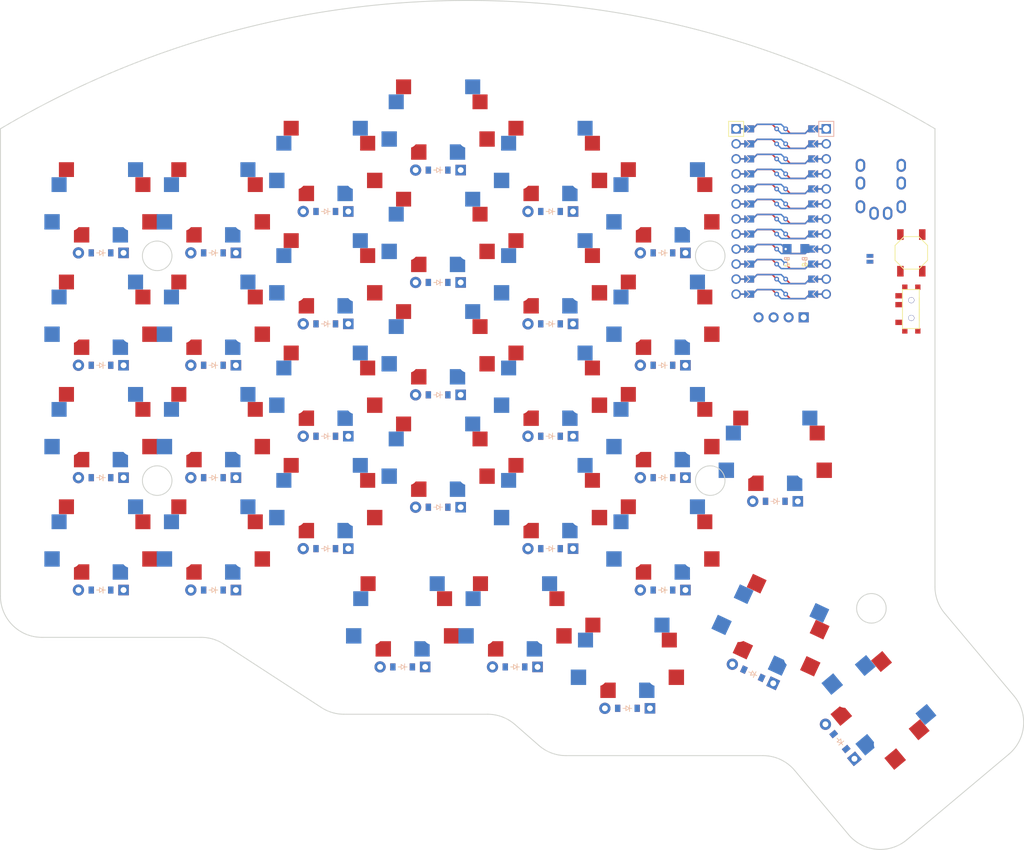
<source format=kicad_pcb>
(kicad_pcb (version 20171130) (host pcbnew 5.1.6)
  (title_block (title moon60Tray) (rev v1.0.0) (company Unknown))
  (layers (0 F.Cu signal) (31 B.Cu signal) (34 B.Paste user) (35 F.Paste user) (36 B.SilkS user) (37 F.SilkS user) (38 B.Mask user) (39 F.Mask user) (44 Edge.Cuts user))
  (net 0 "")
  (net 1 "{{row_net}}")
  (net 2 "{{column_net}}")
  (net 3 "RAW")
  (net 4 "GND")
  (net 5 "RST")
  (net 6 "VCC")
  (net 7 "P21")
  (net 8 "P20")
  (net 9 "P19")
  (net 10 "P18")
  (net 11 "P15")
  (net 12 "P14")
  (net 13 "P16")
  (net 14 "P10")
  (net 15 "P1")
  (net 16 "P0")
  (net 17 "P2")
  (net 18 "P3")
  (net 19 "P4")
  (net 20 "P5")
  (net 21 "P6")
  (net 22 "P7")
  (net 23 "P8")
  (net 24 "P9")
  (net 25 "pos")
  (net 26 "Bplus")
  (module PG1350 (layer F.Cu) (at 0 0 180)
    (fp_text reference "S1" hide)
    (fp_text value "" hide)
    (pad "" np_thru_hole circle (at 0 0) (size 3.429 3.429) (drill 3.429) (layers *.Cu *.Mask))
    (pad "" np_thru_hole circle (at 5.5 0) (size 1.7018 1.7018) (drill 1.7018) (layers *.Cu *.Mask))
    (pad "" np_thru_hole circle (at -5.5 0) (size 1.7018 1.7018) (drill 1.7018) (layers *.Cu *.Mask))
    (pad "" np_thru_hole circle (at 5 -3.75) (size 3 3) (drill 3) (layers *.Cu *.Mask))
    (pad "" np_thru_hole circle (at 0 -5.95) (size 3 3) (drill 3) (layers *.Cu *.Mask))
    (pad 1 smd rect (at -3.275 -5.95 180) (size 2.6 2.6) (layers B.Cu B.Paste B.Mask) (net 1 "{{row_net}}"))
    (pad 2 smd rect (at 8.275 -3.75 180) (size 2.6 2.6) (layers B.Cu B.Paste B.Mask) (net 2 "{{column_net}}"))
    (pad "" np_thru_hole circle (at -5 -3.75) (size 3 3) (drill 3) (layers *.Cu *.Mask))
    (pad "" np_thru_hole circle (at 0 -5.95) (size 3 3) (drill 3) (layers *.Cu *.Mask))
    (pad 1 smd rect (at 3.275 -5.95 180) (size 2.6 2.6) (layers F.Cu F.Paste F.Mask) (net 1 "{{row_net}}"))
    (pad 2 smd rect (at -8.275 -3.75 180) (size 2.6 2.6) (layers F.Cu F.Paste F.Mask) (net 2 "{{column_net}}"))
  )
  (module PG1350 (layer F.Cu) (at 0 -19 180)
    (fp_text reference "S2" hide)
    (fp_text value "" hide)
    (pad "" np_thru_hole circle (at 0 0) (size 3.429 3.429) (drill 3.429) (layers *.Cu *.Mask))
    (pad "" np_thru_hole circle (at 5.5 0) (size 1.7018 1.7018) (drill 1.7018) (layers *.Cu *.Mask))
    (pad "" np_thru_hole circle (at -5.5 0) (size 1.7018 1.7018) (drill 1.7018) (layers *.Cu *.Mask))
    (pad "" np_thru_hole circle (at 5 -3.75) (size 3 3) (drill 3) (layers *.Cu *.Mask))
    (pad "" np_thru_hole circle (at 0 -5.95) (size 3 3) (drill 3) (layers *.Cu *.Mask))
    (pad 1 smd rect (at -3.275 -5.95 180) (size 2.6 2.6) (layers B.Cu B.Paste B.Mask) (net 1 "{{row_net}}"))
    (pad 2 smd rect (at 8.275 -3.75 180) (size 2.6 2.6) (layers B.Cu B.Paste B.Mask) (net 2 "{{column_net}}"))
    (pad "" np_thru_hole circle (at -5 -3.75) (size 3 3) (drill 3) (layers *.Cu *.Mask))
    (pad "" np_thru_hole circle (at 0 -5.95) (size 3 3) (drill 3) (layers *.Cu *.Mask))
    (pad 1 smd rect (at 3.275 -5.95 180) (size 2.6 2.6) (layers F.Cu F.Paste F.Mask) (net 1 "{{row_net}}"))
    (pad 2 smd rect (at -8.275 -3.75 180) (size 2.6 2.6) (layers F.Cu F.Paste F.Mask) (net 2 "{{column_net}}"))
  )
  (module PG1350 (layer F.Cu) (at 0 -38 180)
    (fp_text reference "S3" hide)
    (fp_text value "" hide)
    (pad "" np_thru_hole circle (at 0 0) (size 3.429 3.429) (drill 3.429) (layers *.Cu *.Mask))
    (pad "" np_thru_hole circle (at 5.5 0) (size 1.7018 1.7018) (drill 1.7018) (layers *.Cu *.Mask))
    (pad "" np_thru_hole circle (at -5.5 0) (size 1.7018 1.7018) (drill 1.7018) (layers *.Cu *.Mask))
    (pad "" np_thru_hole circle (at 5 -3.75) (size 3 3) (drill 3) (layers *.Cu *.Mask))
    (pad "" np_thru_hole circle (at 0 -5.95) (size 3 3) (drill 3) (layers *.Cu *.Mask))
    (pad 1 smd rect (at -3.275 -5.95 180) (size 2.6 2.6) (layers B.Cu B.Paste B.Mask) (net 1 "{{row_net}}"))
    (pad 2 smd rect (at 8.275 -3.75 180) (size 2.6 2.6) (layers B.Cu B.Paste B.Mask) (net 2 "{{column_net}}"))
    (pad "" np_thru_hole circle (at -5 -3.75) (size 3 3) (drill 3) (layers *.Cu *.Mask))
    (pad "" np_thru_hole circle (at 0 -5.95) (size 3 3) (drill 3) (layers *.Cu *.Mask))
    (pad 1 smd rect (at 3.275 -5.95 180) (size 2.6 2.6) (layers F.Cu F.Paste F.Mask) (net 1 "{{row_net}}"))
    (pad 2 smd rect (at -8.275 -3.75 180) (size 2.6 2.6) (layers F.Cu F.Paste F.Mask) (net 2 "{{column_net}}"))
  )
  (module PG1350 (layer F.Cu) (at 0 -57 180)
    (fp_text reference "S4" hide)
    (fp_text value "" hide)
    (pad "" np_thru_hole circle (at 0 0) (size 3.429 3.429) (drill 3.429) (layers *.Cu *.Mask))
    (pad "" np_thru_hole circle (at 5.5 0) (size 1.7018 1.7018) (drill 1.7018) (layers *.Cu *.Mask))
    (pad "" np_thru_hole circle (at -5.5 0) (size 1.7018 1.7018) (drill 1.7018) (layers *.Cu *.Mask))
    (pad "" np_thru_hole circle (at 5 -3.75) (size 3 3) (drill 3) (layers *.Cu *.Mask))
    (pad "" np_thru_hole circle (at 0 -5.95) (size 3 3) (drill 3) (layers *.Cu *.Mask))
    (pad 1 smd rect (at -3.275 -5.95 180) (size 2.6 2.6) (layers B.Cu B.Paste B.Mask) (net 1 "{{row_net}}"))
    (pad 2 smd rect (at 8.275 -3.75 180) (size 2.6 2.6) (layers B.Cu B.Paste B.Mask) (net 2 "{{column_net}}"))
    (pad "" np_thru_hole circle (at -5 -3.75) (size 3 3) (drill 3) (layers *.Cu *.Mask))
    (pad "" np_thru_hole circle (at 0 -5.95) (size 3 3) (drill 3) (layers *.Cu *.Mask))
    (pad 1 smd rect (at 3.275 -5.95 180) (size 2.6 2.6) (layers F.Cu F.Paste F.Mask) (net 1 "{{row_net}}"))
    (pad 2 smd rect (at -8.275 -3.75 180) (size 2.6 2.6) (layers F.Cu F.Paste F.Mask) (net 2 "{{column_net}}"))
  )
  (module PG1350 (layer F.Cu) (at 19 0 180)
    (fp_text reference "S5" hide)
    (fp_text value "" hide)
    (pad "" np_thru_hole circle (at 0 0) (size 3.429 3.429) (drill 3.429) (layers *.Cu *.Mask))
    (pad "" np_thru_hole circle (at 5.5 0) (size 1.7018 1.7018) (drill 1.7018) (layers *.Cu *.Mask))
    (pad "" np_thru_hole circle (at -5.5 0) (size 1.7018 1.7018) (drill 1.7018) (layers *.Cu *.Mask))
    (pad "" np_thru_hole circle (at 5 -3.75) (size 3 3) (drill 3) (layers *.Cu *.Mask))
    (pad "" np_thru_hole circle (at 0 -5.95) (size 3 3) (drill 3) (layers *.Cu *.Mask))
    (pad 1 smd rect (at -3.275 -5.95 180) (size 2.6 2.6) (layers B.Cu B.Paste B.Mask) (net 1 "{{row_net}}"))
    (pad 2 smd rect (at 8.275 -3.75 180) (size 2.6 2.6) (layers B.Cu B.Paste B.Mask) (net 2 "{{column_net}}"))
    (pad "" np_thru_hole circle (at -5 -3.75) (size 3 3) (drill 3) (layers *.Cu *.Mask))
    (pad "" np_thru_hole circle (at 0 -5.95) (size 3 3) (drill 3) (layers *.Cu *.Mask))
    (pad 1 smd rect (at 3.275 -5.95 180) (size 2.6 2.6) (layers F.Cu F.Paste F.Mask) (net 1 "{{row_net}}"))
    (pad 2 smd rect (at -8.275 -3.75 180) (size 2.6 2.6) (layers F.Cu F.Paste F.Mask) (net 2 "{{column_net}}"))
  )
  (module PG1350 (layer F.Cu) (at 19 -19 180)
    (fp_text reference "S6" hide)
    (fp_text value "" hide)
    (pad "" np_thru_hole circle (at 0 0) (size 3.429 3.429) (drill 3.429) (layers *.Cu *.Mask))
    (pad "" np_thru_hole circle (at 5.5 0) (size 1.7018 1.7018) (drill 1.7018) (layers *.Cu *.Mask))
    (pad "" np_thru_hole circle (at -5.5 0) (size 1.7018 1.7018) (drill 1.7018) (layers *.Cu *.Mask))
    (pad "" np_thru_hole circle (at 5 -3.75) (size 3 3) (drill 3) (layers *.Cu *.Mask))
    (pad "" np_thru_hole circle (at 0 -5.95) (size 3 3) (drill 3) (layers *.Cu *.Mask))
    (pad 1 smd rect (at -3.275 -5.95 180) (size 2.6 2.6) (layers B.Cu B.Paste B.Mask) (net 1 "{{row_net}}"))
    (pad 2 smd rect (at 8.275 -3.75 180) (size 2.6 2.6) (layers B.Cu B.Paste B.Mask) (net 2 "{{column_net}}"))
    (pad "" np_thru_hole circle (at -5 -3.75) (size 3 3) (drill 3) (layers *.Cu *.Mask))
    (pad "" np_thru_hole circle (at 0 -5.95) (size 3 3) (drill 3) (layers *.Cu *.Mask))
    (pad 1 smd rect (at 3.275 -5.95 180) (size 2.6 2.6) (layers F.Cu F.Paste F.Mask) (net 1 "{{row_net}}"))
    (pad 2 smd rect (at -8.275 -3.75 180) (size 2.6 2.6) (layers F.Cu F.Paste F.Mask) (net 2 "{{column_net}}"))
  )
  (module PG1350 (layer F.Cu) (at 19 -38 180)
    (fp_text reference "S7" hide)
    (fp_text value "" hide)
    (pad "" np_thru_hole circle (at 0 0) (size 3.429 3.429) (drill 3.429) (layers *.Cu *.Mask))
    (pad "" np_thru_hole circle (at 5.5 0) (size 1.7018 1.7018) (drill 1.7018) (layers *.Cu *.Mask))
    (pad "" np_thru_hole circle (at -5.5 0) (size 1.7018 1.7018) (drill 1.7018) (layers *.Cu *.Mask))
    (pad "" np_thru_hole circle (at 5 -3.75) (size 3 3) (drill 3) (layers *.Cu *.Mask))
    (pad "" np_thru_hole circle (at 0 -5.95) (size 3 3) (drill 3) (layers *.Cu *.Mask))
    (pad 1 smd rect (at -3.275 -5.95 180) (size 2.6 2.6) (layers B.Cu B.Paste B.Mask) (net 1 "{{row_net}}"))
    (pad 2 smd rect (at 8.275 -3.75 180) (size 2.6 2.6) (layers B.Cu B.Paste B.Mask) (net 2 "{{column_net}}"))
    (pad "" np_thru_hole circle (at -5 -3.75) (size 3 3) (drill 3) (layers *.Cu *.Mask))
    (pad "" np_thru_hole circle (at 0 -5.95) (size 3 3) (drill 3) (layers *.Cu *.Mask))
    (pad 1 smd rect (at 3.275 -5.95 180) (size 2.6 2.6) (layers F.Cu F.Paste F.Mask) (net 1 "{{row_net}}"))
    (pad 2 smd rect (at -8.275 -3.75 180) (size 2.6 2.6) (layers F.Cu F.Paste F.Mask) (net 2 "{{column_net}}"))
  )
  (module PG1350 (layer F.Cu) (at 19 -57 180)
    (fp_text reference "S8" hide)
    (fp_text value "" hide)
    (pad "" np_thru_hole circle (at 0 0) (size 3.429 3.429) (drill 3.429) (layers *.Cu *.Mask))
    (pad "" np_thru_hole circle (at 5.5 0) (size 1.7018 1.7018) (drill 1.7018) (layers *.Cu *.Mask))
    (pad "" np_thru_hole circle (at -5.5 0) (size 1.7018 1.7018) (drill 1.7018) (layers *.Cu *.Mask))
    (pad "" np_thru_hole circle (at 5 -3.75) (size 3 3) (drill 3) (layers *.Cu *.Mask))
    (pad "" np_thru_hole circle (at 0 -5.95) (size 3 3) (drill 3) (layers *.Cu *.Mask))
    (pad 1 smd rect (at -3.275 -5.95 180) (size 2.6 2.6) (layers B.Cu B.Paste B.Mask) (net 1 "{{row_net}}"))
    (pad 2 smd rect (at 8.275 -3.75 180) (size 2.6 2.6) (layers B.Cu B.Paste B.Mask) (net 2 "{{column_net}}"))
    (pad "" np_thru_hole circle (at -5 -3.75) (size 3 3) (drill 3) (layers *.Cu *.Mask))
    (pad "" np_thru_hole circle (at 0 -5.95) (size 3 3) (drill 3) (layers *.Cu *.Mask))
    (pad 1 smd rect (at 3.275 -5.95 180) (size 2.6 2.6) (layers F.Cu F.Paste F.Mask) (net 1 "{{row_net}}"))
    (pad 2 smd rect (at -8.275 -3.75 180) (size 2.6 2.6) (layers F.Cu F.Paste F.Mask) (net 2 "{{column_net}}"))
  )
  (module PG1350 (layer F.Cu) (at 38 -7 180)
    (fp_text reference "S9" hide)
    (fp_text value "" hide)
    (pad "" np_thru_hole circle (at 0 0) (size 3.429 3.429) (drill 3.429) (layers *.Cu *.Mask))
    (pad "" np_thru_hole circle (at 5.5 0) (size 1.7018 1.7018) (drill 1.7018) (layers *.Cu *.Mask))
    (pad "" np_thru_hole circle (at -5.5 0) (size 1.7018 1.7018) (drill 1.7018) (layers *.Cu *.Mask))
    (pad "" np_thru_hole circle (at 5 -3.75) (size 3 3) (drill 3) (layers *.Cu *.Mask))
    (pad "" np_thru_hole circle (at 0 -5.95) (size 3 3) (drill 3) (layers *.Cu *.Mask))
    (pad 1 smd rect (at -3.275 -5.95 180) (size 2.6 2.6) (layers B.Cu B.Paste B.Mask) (net 1 "{{row_net}}"))
    (pad 2 smd rect (at 8.275 -3.75 180) (size 2.6 2.6) (layers B.Cu B.Paste B.Mask) (net 2 "{{column_net}}"))
    (pad "" np_thru_hole circle (at -5 -3.75) (size 3 3) (drill 3) (layers *.Cu *.Mask))
    (pad "" np_thru_hole circle (at 0 -5.95) (size 3 3) (drill 3) (layers *.Cu *.Mask))
    (pad 1 smd rect (at 3.275 -5.95 180) (size 2.6 2.6) (layers F.Cu F.Paste F.Mask) (net 1 "{{row_net}}"))
    (pad 2 smd rect (at -8.275 -3.75 180) (size 2.6 2.6) (layers F.Cu F.Paste F.Mask) (net 2 "{{column_net}}"))
  )
  (module PG1350 (layer F.Cu) (at 38 -26 180)
    (fp_text reference "S10" hide)
    (fp_text value "" hide)
    (pad "" np_thru_hole circle (at 0 0) (size 3.429 3.429) (drill 3.429) (layers *.Cu *.Mask))
    (pad "" np_thru_hole circle (at 5.5 0) (size 1.7018 1.7018) (drill 1.7018) (layers *.Cu *.Mask))
    (pad "" np_thru_hole circle (at -5.5 0) (size 1.7018 1.7018) (drill 1.7018) (layers *.Cu *.Mask))
    (pad "" np_thru_hole circle (at 5 -3.75) (size 3 3) (drill 3) (layers *.Cu *.Mask))
    (pad "" np_thru_hole circle (at 0 -5.95) (size 3 3) (drill 3) (layers *.Cu *.Mask))
    (pad 1 smd rect (at -3.275 -5.95 180) (size 2.6 2.6) (layers B.Cu B.Paste B.Mask) (net 1 "{{row_net}}"))
    (pad 2 smd rect (at 8.275 -3.75 180) (size 2.6 2.6) (layers B.Cu B.Paste B.Mask) (net 2 "{{column_net}}"))
    (pad "" np_thru_hole circle (at -5 -3.75) (size 3 3) (drill 3) (layers *.Cu *.Mask))
    (pad "" np_thru_hole circle (at 0 -5.95) (size 3 3) (drill 3) (layers *.Cu *.Mask))
    (pad 1 smd rect (at 3.275 -5.95 180) (size 2.6 2.6) (layers F.Cu F.Paste F.Mask) (net 1 "{{row_net}}"))
    (pad 2 smd rect (at -8.275 -3.75 180) (size 2.6 2.6) (layers F.Cu F.Paste F.Mask) (net 2 "{{column_net}}"))
  )
  (module PG1350 (layer F.Cu) (at 38 -45 180)
    (fp_text reference "S11" hide)
    (fp_text value "" hide)
    (pad "" np_thru_hole circle (at 0 0) (size 3.429 3.429) (drill 3.429) (layers *.Cu *.Mask))
    (pad "" np_thru_hole circle (at 5.5 0) (size 1.7018 1.7018) (drill 1.7018) (layers *.Cu *.Mask))
    (pad "" np_thru_hole circle (at -5.5 0) (size 1.7018 1.7018) (drill 1.7018) (layers *.Cu *.Mask))
    (pad "" np_thru_hole circle (at 5 -3.75) (size 3 3) (drill 3) (layers *.Cu *.Mask))
    (pad "" np_thru_hole circle (at 0 -5.95) (size 3 3) (drill 3) (layers *.Cu *.Mask))
    (pad 1 smd rect (at -3.275 -5.95 180) (size 2.6 2.6) (layers B.Cu B.Paste B.Mask) (net 1 "{{row_net}}"))
    (pad 2 smd rect (at 8.275 -3.75 180) (size 2.6 2.6) (layers B.Cu B.Paste B.Mask) (net 2 "{{column_net}}"))
    (pad "" np_thru_hole circle (at -5 -3.75) (size 3 3) (drill 3) (layers *.Cu *.Mask))
    (pad "" np_thru_hole circle (at 0 -5.95) (size 3 3) (drill 3) (layers *.Cu *.Mask))
    (pad 1 smd rect (at 3.275 -5.95 180) (size 2.6 2.6) (layers F.Cu F.Paste F.Mask) (net 1 "{{row_net}}"))
    (pad 2 smd rect (at -8.275 -3.75 180) (size 2.6 2.6) (layers F.Cu F.Paste F.Mask) (net 2 "{{column_net}}"))
  )
  (module PG1350 (layer F.Cu) (at 38 -64 180)
    (fp_text reference "S12" hide)
    (fp_text value "" hide)
    (pad "" np_thru_hole circle (at 0 0) (size 3.429 3.429) (drill 3.429) (layers *.Cu *.Mask))
    (pad "" np_thru_hole circle (at 5.5 0) (size 1.7018 1.7018) (drill 1.7018) (layers *.Cu *.Mask))
    (pad "" np_thru_hole circle (at -5.5 0) (size 1.7018 1.7018) (drill 1.7018) (layers *.Cu *.Mask))
    (pad "" np_thru_hole circle (at 5 -3.75) (size 3 3) (drill 3) (layers *.Cu *.Mask))
    (pad "" np_thru_hole circle (at 0 -5.95) (size 3 3) (drill 3) (layers *.Cu *.Mask))
    (pad 1 smd rect (at -3.275 -5.95 180) (size 2.6 2.6) (layers B.Cu B.Paste B.Mask) (net 1 "{{row_net}}"))
    (pad 2 smd rect (at 8.275 -3.75 180) (size 2.6 2.6) (layers B.Cu B.Paste B.Mask) (net 2 "{{column_net}}"))
    (pad "" np_thru_hole circle (at -5 -3.75) (size 3 3) (drill 3) (layers *.Cu *.Mask))
    (pad "" np_thru_hole circle (at 0 -5.95) (size 3 3) (drill 3) (layers *.Cu *.Mask))
    (pad 1 smd rect (at 3.275 -5.95 180) (size 2.6 2.6) (layers F.Cu F.Paste F.Mask) (net 1 "{{row_net}}"))
    (pad 2 smd rect (at -8.275 -3.75 180) (size 2.6 2.6) (layers F.Cu F.Paste F.Mask) (net 2 "{{column_net}}"))
  )
  (module PG1350 (layer F.Cu) (at 57 -14 180)
    (fp_text reference "S13" hide)
    (fp_text value "" hide)
    (pad "" np_thru_hole circle (at 0 0) (size 3.429 3.429) (drill 3.429) (layers *.Cu *.Mask))
    (pad "" np_thru_hole circle (at 5.5 0) (size 1.7018 1.7018) (drill 1.7018) (layers *.Cu *.Mask))
    (pad "" np_thru_hole circle (at -5.5 0) (size 1.7018 1.7018) (drill 1.7018) (layers *.Cu *.Mask))
    (pad "" np_thru_hole circle (at 5 -3.75) (size 3 3) (drill 3) (layers *.Cu *.Mask))
    (pad "" np_thru_hole circle (at 0 -5.95) (size 3 3) (drill 3) (layers *.Cu *.Mask))
    (pad 1 smd rect (at -3.275 -5.95 180) (size 2.6 2.6) (layers B.Cu B.Paste B.Mask) (net 1 "{{row_net}}"))
    (pad 2 smd rect (at 8.275 -3.75 180) (size 2.6 2.6) (layers B.Cu B.Paste B.Mask) (net 2 "{{column_net}}"))
    (pad "" np_thru_hole circle (at -5 -3.75) (size 3 3) (drill 3) (layers *.Cu *.Mask))
    (pad "" np_thru_hole circle (at 0 -5.95) (size 3 3) (drill 3) (layers *.Cu *.Mask))
    (pad 1 smd rect (at 3.275 -5.95 180) (size 2.6 2.6) (layers F.Cu F.Paste F.Mask) (net 1 "{{row_net}}"))
    (pad 2 smd rect (at -8.275 -3.75 180) (size 2.6 2.6) (layers F.Cu F.Paste F.Mask) (net 2 "{{column_net}}"))
  )
  (module PG1350 (layer F.Cu) (at 57 -33 180)
    (fp_text reference "S14" hide)
    (fp_text value "" hide)
    (pad "" np_thru_hole circle (at 0 0) (size 3.429 3.429) (drill 3.429) (layers *.Cu *.Mask))
    (pad "" np_thru_hole circle (at 5.5 0) (size 1.7018 1.7018) (drill 1.7018) (layers *.Cu *.Mask))
    (pad "" np_thru_hole circle (at -5.5 0) (size 1.7018 1.7018) (drill 1.7018) (layers *.Cu *.Mask))
    (pad "" np_thru_hole circle (at 5 -3.75) (size 3 3) (drill 3) (layers *.Cu *.Mask))
    (pad "" np_thru_hole circle (at 0 -5.95) (size 3 3) (drill 3) (layers *.Cu *.Mask))
    (pad 1 smd rect (at -3.275 -5.95 180) (size 2.6 2.6) (layers B.Cu B.Paste B.Mask) (net 1 "{{row_net}}"))
    (pad 2 smd rect (at 8.275 -3.75 180) (size 2.6 2.6) (layers B.Cu B.Paste B.Mask) (net 2 "{{column_net}}"))
    (pad "" np_thru_hole circle (at -5 -3.75) (size 3 3) (drill 3) (layers *.Cu *.Mask))
    (pad "" np_thru_hole circle (at 0 -5.95) (size 3 3) (drill 3) (layers *.Cu *.Mask))
    (pad 1 smd rect (at 3.275 -5.95 180) (size 2.6 2.6) (layers F.Cu F.Paste F.Mask) (net 1 "{{row_net}}"))
    (pad 2 smd rect (at -8.275 -3.75 180) (size 2.6 2.6) (layers F.Cu F.Paste F.Mask) (net 2 "{{column_net}}"))
  )
  (module PG1350 (layer F.Cu) (at 57 -52 180)
    (fp_text reference "S15" hide)
    (fp_text value "" hide)
    (pad "" np_thru_hole circle (at 0 0) (size 3.429 3.429) (drill 3.429) (layers *.Cu *.Mask))
    (pad "" np_thru_hole circle (at 5.5 0) (size 1.7018 1.7018) (drill 1.7018) (layers *.Cu *.Mask))
    (pad "" np_thru_hole circle (at -5.5 0) (size 1.7018 1.7018) (drill 1.7018) (layers *.Cu *.Mask))
    (pad "" np_thru_hole circle (at 5 -3.75) (size 3 3) (drill 3) (layers *.Cu *.Mask))
    (pad "" np_thru_hole circle (at 0 -5.95) (size 3 3) (drill 3) (layers *.Cu *.Mask))
    (pad 1 smd rect (at -3.275 -5.95 180) (size 2.6 2.6) (layers B.Cu B.Paste B.Mask) (net 1 "{{row_net}}"))
    (pad 2 smd rect (at 8.275 -3.75 180) (size 2.6 2.6) (layers B.Cu B.Paste B.Mask) (net 2 "{{column_net}}"))
    (pad "" np_thru_hole circle (at -5 -3.75) (size 3 3) (drill 3) (layers *.Cu *.Mask))
    (pad "" np_thru_hole circle (at 0 -5.95) (size 3 3) (drill 3) (layers *.Cu *.Mask))
    (pad 1 smd rect (at 3.275 -5.95 180) (size 2.6 2.6) (layers F.Cu F.Paste F.Mask) (net 1 "{{row_net}}"))
    (pad 2 smd rect (at -8.275 -3.75 180) (size 2.6 2.6) (layers F.Cu F.Paste F.Mask) (net 2 "{{column_net}}"))
  )
  (module PG1350 (layer F.Cu) (at 57 -71 180)
    (fp_text reference "S16" hide)
    (fp_text value "" hide)
    (pad "" np_thru_hole circle (at 0 0) (size 3.429 3.429) (drill 3.429) (layers *.Cu *.Mask))
    (pad "" np_thru_hole circle (at 5.5 0) (size 1.7018 1.7018) (drill 1.7018) (layers *.Cu *.Mask))
    (pad "" np_thru_hole circle (at -5.5 0) (size 1.7018 1.7018) (drill 1.7018) (layers *.Cu *.Mask))
    (pad "" np_thru_hole circle (at 5 -3.75) (size 3 3) (drill 3) (layers *.Cu *.Mask))
    (pad "" np_thru_hole circle (at 0 -5.95) (size 3 3) (drill 3) (layers *.Cu *.Mask))
    (pad 1 smd rect (at -3.275 -5.95 180) (size 2.6 2.6) (layers B.Cu B.Paste B.Mask) (net 1 "{{row_net}}"))
    (pad 2 smd rect (at 8.275 -3.75 180) (size 2.6 2.6) (layers B.Cu B.Paste B.Mask) (net 2 "{{column_net}}"))
    (pad "" np_thru_hole circle (at -5 -3.75) (size 3 3) (drill 3) (layers *.Cu *.Mask))
    (pad "" np_thru_hole circle (at 0 -5.95) (size 3 3) (drill 3) (layers *.Cu *.Mask))
    (pad 1 smd rect (at 3.275 -5.95 180) (size 2.6 2.6) (layers F.Cu F.Paste F.Mask) (net 1 "{{row_net}}"))
    (pad 2 smd rect (at -8.275 -3.75 180) (size 2.6 2.6) (layers F.Cu F.Paste F.Mask) (net 2 "{{column_net}}"))
  )
  (module PG1350 (layer F.Cu) (at 76 -7 180)
    (fp_text reference "S17" hide)
    (fp_text value "" hide)
    (pad "" np_thru_hole circle (at 0 0) (size 3.429 3.429) (drill 3.429) (layers *.Cu *.Mask))
    (pad "" np_thru_hole circle (at 5.5 0) (size 1.7018 1.7018) (drill 1.7018) (layers *.Cu *.Mask))
    (pad "" np_thru_hole circle (at -5.5 0) (size 1.7018 1.7018) (drill 1.7018) (layers *.Cu *.Mask))
    (pad "" np_thru_hole circle (at 5 -3.75) (size 3 3) (drill 3) (layers *.Cu *.Mask))
    (pad "" np_thru_hole circle (at 0 -5.95) (size 3 3) (drill 3) (layers *.Cu *.Mask))
    (pad 1 smd rect (at -3.275 -5.95 180) (size 2.6 2.6) (layers B.Cu B.Paste B.Mask) (net 1 "{{row_net}}"))
    (pad 2 smd rect (at 8.275 -3.75 180) (size 2.6 2.6) (layers B.Cu B.Paste B.Mask) (net 2 "{{column_net}}"))
    (pad "" np_thru_hole circle (at -5 -3.75) (size 3 3) (drill 3) (layers *.Cu *.Mask))
    (pad "" np_thru_hole circle (at 0 -5.95) (size 3 3) (drill 3) (layers *.Cu *.Mask))
    (pad 1 smd rect (at 3.275 -5.95 180) (size 2.6 2.6) (layers F.Cu F.Paste F.Mask) (net 1 "{{row_net}}"))
    (pad 2 smd rect (at -8.275 -3.75 180) (size 2.6 2.6) (layers F.Cu F.Paste F.Mask) (net 2 "{{column_net}}"))
  )
  (module PG1350 (layer F.Cu) (at 76 -26 180)
    (fp_text reference "S18" hide)
    (fp_text value "" hide)
    (pad "" np_thru_hole circle (at 0 0) (size 3.429 3.429) (drill 3.429) (layers *.Cu *.Mask))
    (pad "" np_thru_hole circle (at 5.5 0) (size 1.7018 1.7018) (drill 1.7018) (layers *.Cu *.Mask))
    (pad "" np_thru_hole circle (at -5.5 0) (size 1.7018 1.7018) (drill 1.7018) (layers *.Cu *.Mask))
    (pad "" np_thru_hole circle (at 5 -3.75) (size 3 3) (drill 3) (layers *.Cu *.Mask))
    (pad "" np_thru_hole circle (at 0 -5.95) (size 3 3) (drill 3) (layers *.Cu *.Mask))
    (pad 1 smd rect (at -3.275 -5.95 180) (size 2.6 2.6) (layers B.Cu B.Paste B.Mask) (net 1 "{{row_net}}"))
    (pad 2 smd rect (at 8.275 -3.75 180) (size 2.6 2.6) (layers B.Cu B.Paste B.Mask) (net 2 "{{column_net}}"))
    (pad "" np_thru_hole circle (at -5 -3.75) (size 3 3) (drill 3) (layers *.Cu *.Mask))
    (pad "" np_thru_hole circle (at 0 -5.95) (size 3 3) (drill 3) (layers *.Cu *.Mask))
    (pad 1 smd rect (at 3.275 -5.95 180) (size 2.6 2.6) (layers F.Cu F.Paste F.Mask) (net 1 "{{row_net}}"))
    (pad 2 smd rect (at -8.275 -3.75 180) (size 2.6 2.6) (layers F.Cu F.Paste F.Mask) (net 2 "{{column_net}}"))
  )
  (module PG1350 (layer F.Cu) (at 76 -45 180)
    (fp_text reference "S19" hide)
    (fp_text value "" hide)
    (pad "" np_thru_hole circle (at 0 0) (size 3.429 3.429) (drill 3.429) (layers *.Cu *.Mask))
    (pad "" np_thru_hole circle (at 5.5 0) (size 1.7018 1.7018) (drill 1.7018) (layers *.Cu *.Mask))
    (pad "" np_thru_hole circle (at -5.5 0) (size 1.7018 1.7018) (drill 1.7018) (layers *.Cu *.Mask))
    (pad "" np_thru_hole circle (at 5 -3.75) (size 3 3) (drill 3) (layers *.Cu *.Mask))
    (pad "" np_thru_hole circle (at 0 -5.95) (size 3 3) (drill 3) (layers *.Cu *.Mask))
    (pad 1 smd rect (at -3.275 -5.95 180) (size 2.6 2.6) (layers B.Cu B.Paste B.Mask) (net 1 "{{row_net}}"))
    (pad 2 smd rect (at 8.275 -3.75 180) (size 2.6 2.6) (layers B.Cu B.Paste B.Mask) (net 2 "{{column_net}}"))
    (pad "" np_thru_hole circle (at -5 -3.75) (size 3 3) (drill 3) (layers *.Cu *.Mask))
    (pad "" np_thru_hole circle (at 0 -5.95) (size 3 3) (drill 3) (layers *.Cu *.Mask))
    (pad 1 smd rect (at 3.275 -5.95 180) (size 2.6 2.6) (layers F.Cu F.Paste F.Mask) (net 1 "{{row_net}}"))
    (pad 2 smd rect (at -8.275 -3.75 180) (size 2.6 2.6) (layers F.Cu F.Paste F.Mask) (net 2 "{{column_net}}"))
  )
  (module PG1350 (layer F.Cu) (at 76 -64 180)
    (fp_text reference "S20" hide)
    (fp_text value "" hide)
    (pad "" np_thru_hole circle (at 0 0) (size 3.429 3.429) (drill 3.429) (layers *.Cu *.Mask))
    (pad "" np_thru_hole circle (at 5.5 0) (size 1.7018 1.7018) (drill 1.7018) (layers *.Cu *.Mask))
    (pad "" np_thru_hole circle (at -5.5 0) (size 1.7018 1.7018) (drill 1.7018) (layers *.Cu *.Mask))
    (pad "" np_thru_hole circle (at 5 -3.75) (size 3 3) (drill 3) (layers *.Cu *.Mask))
    (pad "" np_thru_hole circle (at 0 -5.95) (size 3 3) (drill 3) (layers *.Cu *.Mask))
    (pad 1 smd rect (at -3.275 -5.95 180) (size 2.6 2.6) (layers B.Cu B.Paste B.Mask) (net 1 "{{row_net}}"))
    (pad 2 smd rect (at 8.275 -3.75 180) (size 2.6 2.6) (layers B.Cu B.Paste B.Mask) (net 2 "{{column_net}}"))
    (pad "" np_thru_hole circle (at -5 -3.75) (size 3 3) (drill 3) (layers *.Cu *.Mask))
    (pad "" np_thru_hole circle (at 0 -5.95) (size 3 3) (drill 3) (layers *.Cu *.Mask))
    (pad 1 smd rect (at 3.275 -5.95 180) (size 2.6 2.6) (layers F.Cu F.Paste F.Mask) (net 1 "{{row_net}}"))
    (pad 2 smd rect (at -8.275 -3.75 180) (size 2.6 2.6) (layers F.Cu F.Paste F.Mask) (net 2 "{{column_net}}"))
  )
  (module PG1350 (layer F.Cu) (at 95 0 180)
    (fp_text reference "S21" hide)
    (fp_text value "" hide)
    (pad "" np_thru_hole circle (at 0 0) (size 3.429 3.429) (drill 3.429) (layers *.Cu *.Mask))
    (pad "" np_thru_hole circle (at 5.5 0) (size 1.7018 1.7018) (drill 1.7018) (layers *.Cu *.Mask))
    (pad "" np_thru_hole circle (at -5.5 0) (size 1.7018 1.7018) (drill 1.7018) (layers *.Cu *.Mask))
    (pad "" np_thru_hole circle (at 5 -3.75) (size 3 3) (drill 3) (layers *.Cu *.Mask))
    (pad "" np_thru_hole circle (at 0 -5.95) (size 3 3) (drill 3) (layers *.Cu *.Mask))
    (pad 1 smd rect (at -3.275 -5.95 180) (size 2.6 2.6) (layers B.Cu B.Paste B.Mask) (net 1 "{{row_net}}"))
    (pad 2 smd rect (at 8.275 -3.75 180) (size 2.6 2.6) (layers B.Cu B.Paste B.Mask) (net 2 "{{column_net}}"))
    (pad "" np_thru_hole circle (at -5 -3.75) (size 3 3) (drill 3) (layers *.Cu *.Mask))
    (pad "" np_thru_hole circle (at 0 -5.95) (size 3 3) (drill 3) (layers *.Cu *.Mask))
    (pad 1 smd rect (at 3.275 -5.95 180) (size 2.6 2.6) (layers F.Cu F.Paste F.Mask) (net 1 "{{row_net}}"))
    (pad 2 smd rect (at -8.275 -3.75 180) (size 2.6 2.6) (layers F.Cu F.Paste F.Mask) (net 2 "{{column_net}}"))
  )
  (module PG1350 (layer F.Cu) (at 95 -19 180)
    (fp_text reference "S22" hide)
    (fp_text value "" hide)
    (pad "" np_thru_hole circle (at 0 0) (size 3.429 3.429) (drill 3.429) (layers *.Cu *.Mask))
    (pad "" np_thru_hole circle (at 5.5 0) (size 1.7018 1.7018) (drill 1.7018) (layers *.Cu *.Mask))
    (pad "" np_thru_hole circle (at -5.5 0) (size 1.7018 1.7018) (drill 1.7018) (layers *.Cu *.Mask))
    (pad "" np_thru_hole circle (at 5 -3.75) (size 3 3) (drill 3) (layers *.Cu *.Mask))
    (pad "" np_thru_hole circle (at 0 -5.95) (size 3 3) (drill 3) (layers *.Cu *.Mask))
    (pad 1 smd rect (at -3.275 -5.95 180) (size 2.6 2.6) (layers B.Cu B.Paste B.Mask) (net 1 "{{row_net}}"))
    (pad 2 smd rect (at 8.275 -3.75 180) (size 2.6 2.6) (layers B.Cu B.Paste B.Mask) (net 2 "{{column_net}}"))
    (pad "" np_thru_hole circle (at -5 -3.75) (size 3 3) (drill 3) (layers *.Cu *.Mask))
    (pad "" np_thru_hole circle (at 0 -5.95) (size 3 3) (drill 3) (layers *.Cu *.Mask))
    (pad 1 smd rect (at 3.275 -5.95 180) (size 2.6 2.6) (layers F.Cu F.Paste F.Mask) (net 1 "{{row_net}}"))
    (pad 2 smd rect (at -8.275 -3.75 180) (size 2.6 2.6) (layers F.Cu F.Paste F.Mask) (net 2 "{{column_net}}"))
  )
  (module PG1350 (layer F.Cu) (at 95 -38 180)
    (fp_text reference "S23" hide)
    (fp_text value "" hide)
    (pad "" np_thru_hole circle (at 0 0) (size 3.429 3.429) (drill 3.429) (layers *.Cu *.Mask))
    (pad "" np_thru_hole circle (at 5.5 0) (size 1.7018 1.7018) (drill 1.7018) (layers *.Cu *.Mask))
    (pad "" np_thru_hole circle (at -5.5 0) (size 1.7018 1.7018) (drill 1.7018) (layers *.Cu *.Mask))
    (pad "" np_thru_hole circle (at 5 -3.75) (size 3 3) (drill 3) (layers *.Cu *.Mask))
    (pad "" np_thru_hole circle (at 0 -5.95) (size 3 3) (drill 3) (layers *.Cu *.Mask))
    (pad 1 smd rect (at -3.275 -5.95 180) (size 2.6 2.6) (layers B.Cu B.Paste B.Mask) (net 1 "{{row_net}}"))
    (pad 2 smd rect (at 8.275 -3.75 180) (size 2.6 2.6) (layers B.Cu B.Paste B.Mask) (net 2 "{{column_net}}"))
    (pad "" np_thru_hole circle (at -5 -3.75) (size 3 3) (drill 3) (layers *.Cu *.Mask))
    (pad "" np_thru_hole circle (at 0 -5.95) (size 3 3) (drill 3) (layers *.Cu *.Mask))
    (pad 1 smd rect (at 3.275 -5.95 180) (size 2.6 2.6) (layers F.Cu F.Paste F.Mask) (net 1 "{{row_net}}"))
    (pad 2 smd rect (at -8.275 -3.75 180) (size 2.6 2.6) (layers F.Cu F.Paste F.Mask) (net 2 "{{column_net}}"))
  )
  (module PG1350 (layer F.Cu) (at 95 -57 180)
    (fp_text reference "S24" hide)
    (fp_text value "" hide)
    (pad "" np_thru_hole circle (at 0 0) (size 3.429 3.429) (drill 3.429) (layers *.Cu *.Mask))
    (pad "" np_thru_hole circle (at 5.5 0) (size 1.7018 1.7018) (drill 1.7018) (layers *.Cu *.Mask))
    (pad "" np_thru_hole circle (at -5.5 0) (size 1.7018 1.7018) (drill 1.7018) (layers *.Cu *.Mask))
    (pad "" np_thru_hole circle (at 5 -3.75) (size 3 3) (drill 3) (layers *.Cu *.Mask))
    (pad "" np_thru_hole circle (at 0 -5.95) (size 3 3) (drill 3) (layers *.Cu *.Mask))
    (pad 1 smd rect (at -3.275 -5.95 180) (size 2.6 2.6) (layers B.Cu B.Paste B.Mask) (net 1 "{{row_net}}"))
    (pad 2 smd rect (at 8.275 -3.75 180) (size 2.6 2.6) (layers B.Cu B.Paste B.Mask) (net 2 "{{column_net}}"))
    (pad "" np_thru_hole circle (at -5 -3.75) (size 3 3) (drill 3) (layers *.Cu *.Mask))
    (pad "" np_thru_hole circle (at 0 -5.95) (size 3 3) (drill 3) (layers *.Cu *.Mask))
    (pad 1 smd rect (at 3.275 -5.95 180) (size 2.6 2.6) (layers F.Cu F.Paste F.Mask) (net 1 "{{row_net}}"))
    (pad 2 smd rect (at -8.275 -3.75 180) (size 2.6 2.6) (layers F.Cu F.Paste F.Mask) (net 2 "{{column_net}}"))
  )
  (module PG1350 (layer F.Cu) (at 51 13 180)
    (fp_text reference "S25" hide)
    (fp_text value "" hide)
    (pad "" np_thru_hole circle (at 0 0) (size 3.429 3.429) (drill 3.429) (layers *.Cu *.Mask))
    (pad "" np_thru_hole circle (at 5.5 0) (size 1.7018 1.7018) (drill 1.7018) (layers *.Cu *.Mask))
    (pad "" np_thru_hole circle (at -5.5 0) (size 1.7018 1.7018) (drill 1.7018) (layers *.Cu *.Mask))
    (pad "" np_thru_hole circle (at 5 -3.75) (size 3 3) (drill 3) (layers *.Cu *.Mask))
    (pad "" np_thru_hole circle (at 0 -5.95) (size 3 3) (drill 3) (layers *.Cu *.Mask))
    (pad 1 smd rect (at -3.275 -5.95 180) (size 2.6 2.6) (layers B.Cu B.Paste B.Mask) (net 1 "{{row_net}}"))
    (pad 2 smd rect (at 8.275 -3.75 180) (size 2.6 2.6) (layers B.Cu B.Paste B.Mask) (net 2 "{{column_net}}"))
    (pad "" np_thru_hole circle (at -5 -3.75) (size 3 3) (drill 3) (layers *.Cu *.Mask))
    (pad "" np_thru_hole circle (at 0 -5.95) (size 3 3) (drill 3) (layers *.Cu *.Mask))
    (pad 1 smd rect (at 3.275 -5.95 180) (size 2.6 2.6) (layers F.Cu F.Paste F.Mask) (net 1 "{{row_net}}"))
    (pad 2 smd rect (at -8.275 -3.75 180) (size 2.6 2.6) (layers F.Cu F.Paste F.Mask) (net 2 "{{column_net}}"))
  )
  (module PG1350 (layer F.Cu) (at 70 13 180)
    (fp_text reference "S26" hide)
    (fp_text value "" hide)
    (pad "" np_thru_hole circle (at 0 0) (size 3.429 3.429) (drill 3.429) (layers *.Cu *.Mask))
    (pad "" np_thru_hole circle (at 5.5 0) (size 1.7018 1.7018) (drill 1.7018) (layers *.Cu *.Mask))
    (pad "" np_thru_hole circle (at -5.5 0) (size 1.7018 1.7018) (drill 1.7018) (layers *.Cu *.Mask))
    (pad "" np_thru_hole circle (at 5 -3.75) (size 3 3) (drill 3) (layers *.Cu *.Mask))
    (pad "" np_thru_hole circle (at 0 -5.95) (size 3 3) (drill 3) (layers *.Cu *.Mask))
    (pad 1 smd rect (at -3.275 -5.95 180) (size 2.6 2.6) (layers B.Cu B.Paste B.Mask) (net 1 "{{row_net}}"))
    (pad 2 smd rect (at 8.275 -3.75 180) (size 2.6 2.6) (layers B.Cu B.Paste B.Mask) (net 2 "{{column_net}}"))
    (pad "" np_thru_hole circle (at -5 -3.75) (size 3 3) (drill 3) (layers *.Cu *.Mask))
    (pad "" np_thru_hole circle (at 0 -5.95) (size 3 3) (drill 3) (layers *.Cu *.Mask))
    (pad 1 smd rect (at 3.275 -5.95 180) (size 2.6 2.6) (layers F.Cu F.Paste F.Mask) (net 1 "{{row_net}}"))
    (pad 2 smd rect (at -8.275 -3.75 180) (size 2.6 2.6) (layers F.Cu F.Paste F.Mask) (net 2 "{{column_net}}"))
  )
  (module PG1350 (layer F.Cu) (at 89 20 180)
    (fp_text reference "S27" hide)
    (fp_text value "" hide)
    (pad "" np_thru_hole circle (at 0 0) (size 3.429 3.429) (drill 3.429) (layers *.Cu *.Mask))
    (pad "" np_thru_hole circle (at 5.5 0) (size 1.7018 1.7018) (drill 1.7018) (layers *.Cu *.Mask))
    (pad "" np_thru_hole circle (at -5.5 0) (size 1.7018 1.7018) (drill 1.7018) (layers *.Cu *.Mask))
    (pad "" np_thru_hole circle (at 5 -3.75) (size 3 3) (drill 3) (layers *.Cu *.Mask))
    (pad "" np_thru_hole circle (at 0 -5.95) (size 3 3) (drill 3) (layers *.Cu *.Mask))
    (pad 1 smd rect (at -3.275 -5.95 180) (size 2.6 2.6) (layers B.Cu B.Paste B.Mask) (net 1 "{{row_net}}"))
    (pad 2 smd rect (at 8.275 -3.75 180) (size 2.6 2.6) (layers B.Cu B.Paste B.Mask) (net 2 "{{column_net}}"))
    (pad "" np_thru_hole circle (at -5 -3.75) (size 3 3) (drill 3) (layers *.Cu *.Mask))
    (pad "" np_thru_hole circle (at 0 -5.95) (size 3 3) (drill 3) (layers *.Cu *.Mask))
    (pad 1 smd rect (at 3.275 -5.95 180) (size 2.6 2.6) (layers F.Cu F.Paste F.Mask) (net 1 "{{row_net}}"))
    (pad 2 smd rect (at -8.275 -3.75 180) (size 2.6 2.6) (layers F.Cu F.Paste F.Mask) (net 2 "{{column_net}}"))
  )
  (module PG1350 (layer F.Cu) (at 114 -15 180)
    (fp_text reference "S28" hide)
    (fp_text value "" hide)
    (pad "" np_thru_hole circle (at 0 0) (size 3.429 3.429) (drill 3.429) (layers *.Cu *.Mask))
    (pad "" np_thru_hole circle (at 5.5 0) (size 1.7018 1.7018) (drill 1.7018) (layers *.Cu *.Mask))
    (pad "" np_thru_hole circle (at -5.5 0) (size 1.7018 1.7018) (drill 1.7018) (layers *.Cu *.Mask))
    (pad "" np_thru_hole circle (at 5 -3.75) (size 3 3) (drill 3) (layers *.Cu *.Mask))
    (pad "" np_thru_hole circle (at 0 -5.95) (size 3 3) (drill 3) (layers *.Cu *.Mask))
    (pad 1 smd rect (at -3.275 -5.95 180) (size 2.6 2.6) (layers B.Cu B.Paste B.Mask) (net 1 "{{row_net}}"))
    (pad 2 smd rect (at 8.275 -3.75 180) (size 2.6 2.6) (layers B.Cu B.Paste B.Mask) (net 2 "{{column_net}}"))
    (pad "" np_thru_hole circle (at -5 -3.75) (size 3 3) (drill 3) (layers *.Cu *.Mask))
    (pad "" np_thru_hole circle (at 0 -5.95) (size 3 3) (drill 3) (layers *.Cu *.Mask))
    (pad 1 smd rect (at 3.275 -5.95 180) (size 2.6 2.6) (layers F.Cu F.Paste F.Mask) (net 1 "{{row_net}}"))
    (pad 2 smd rect (at -8.275 -3.75 180) (size 2.6 2.6) (layers F.Cu F.Paste F.Mask) (net 2 "{{column_net}}"))
  )
  (module PG1350 (layer F.Cu) (at 114 15 155)
    (fp_text reference "S29" hide)
    (fp_text value "" hide)
    (pad "" np_thru_hole circle (at 0 0) (size 3.429 3.429) (drill 3.429) (layers *.Cu *.Mask))
    (pad "" np_thru_hole circle (at 5.5 0) (size 1.7018 1.7018) (drill 1.7018) (layers *.Cu *.Mask))
    (pad "" np_thru_hole circle (at -5.5 0) (size 1.7018 1.7018) (drill 1.7018) (layers *.Cu *.Mask))
    (pad "" np_thru_hole circle (at 5 -3.75) (size 3 3) (drill 3) (layers *.Cu *.Mask))
    (pad "" np_thru_hole circle (at 0 -5.95) (size 3 3) (drill 3) (layers *.Cu *.Mask))
    (pad 1 smd rect (at -3.275 -5.95 155) (size 2.6 2.6) (layers B.Cu B.Paste B.Mask) (net 1 "{{row_net}}"))
    (pad 2 smd rect (at 8.275 -3.75 155) (size 2.6 2.6) (layers B.Cu B.Paste B.Mask) (net 2 "{{column_net}}"))
    (pad "" np_thru_hole circle (at -5 -3.75) (size 3 3) (drill 3) (layers *.Cu *.Mask))
    (pad "" np_thru_hole circle (at 0 -5.95) (size 3 3) (drill 3) (layers *.Cu *.Mask))
    (pad 1 smd rect (at 3.275 -5.95 155) (size 2.6 2.6) (layers F.Cu F.Paste F.Mask) (net 1 "{{row_net}}"))
    (pad 2 smd rect (at -8.275 -3.75 155) (size 2.6 2.6) (layers F.Cu F.Paste F.Mask) (net 2 "{{column_net}}"))
  )
  (module PG1350 (layer F.Cu) (at 131.82568 28.8291407 130)
    (fp_text reference "S30" hide)
    (fp_text value "" hide)
    (pad "" np_thru_hole circle (at 0 0) (size 3.429 3.429) (drill 3.429) (layers *.Cu *.Mask))
    (pad "" np_thru_hole circle (at 5.5 0) (size 1.7018 1.7018) (drill 1.7018) (layers *.Cu *.Mask))
    (pad "" np_thru_hole circle (at -5.5 0) (size 1.7018 1.7018) (drill 1.7018) (layers *.Cu *.Mask))
    (pad "" np_thru_hole circle (at 5 -3.75) (size 3 3) (drill 3) (layers *.Cu *.Mask))
    (pad "" np_thru_hole circle (at 0 -5.95) (size 3 3) (drill 3) (layers *.Cu *.Mask))
    (pad 1 smd rect (at -3.275 -5.95 130) (size 2.6 2.6) (layers B.Cu B.Paste B.Mask) (net 1 "{{row_net}}"))
    (pad 2 smd rect (at 8.275 -3.75 130) (size 2.6 2.6) (layers B.Cu B.Paste B.Mask) (net 2 "{{column_net}}"))
    (pad "" np_thru_hole circle (at -5 -3.75) (size 3 3) (drill 3) (layers *.Cu *.Mask))
    (pad "" np_thru_hole circle (at 0 -5.95) (size 3 3) (drill 3) (layers *.Cu *.Mask))
    (pad 1 smd rect (at 3.275 -5.95 130) (size 2.6 2.6) (layers F.Cu F.Paste F.Mask) (net 1 "{{row_net}}"))
    (pad 2 smd rect (at -8.275 -3.75 130) (size 2.6 2.6) (layers F.Cu F.Paste F.Mask) (net 2 "{{column_net}}"))
  )
  (module MX (layer F.Cu) (at 0 0 0)
    (fp_text reference "S31" hide)
    (fp_text value "" hide)
    (pad "" np_thru_hole circle (at 0 0) (size 3.9878 3.9878) (drill 3.9878) (layers *.Cu *.Mask))
    (pad "" np_thru_hole circle (at 5.08 0) (size 1.7018 1.7018) (drill 1.7018) (layers *.Cu *.Mask))
    (pad "" np_thru_hole circle (at -5.08 0) (size 1.7018 1.7018) (drill 1.7018) (layers *.Cu *.Mask))
    (pad "" np_thru_hole circle (at 2.54 -5.08) (size 3 3) (drill 3) (layers *.Cu *.Mask))
    (pad "" np_thru_hole circle (at -3.81 -2.54) (size 3 3) (drill 3) (layers *.Cu *.Mask))
    (pad 1 smd rect (at -7.085 -2.54 0) (size 2.55 2.5) (layers B.Cu B.Paste B.Mask) (net 1 "{{row_net}}"))
    (pad 2 smd rect (at 5.842 -5.08 0) (size 2.55 2.5) (layers B.Cu B.Paste B.Mask) (net 2 "{{column_net}}"))
    (pad "" np_thru_hole circle (at -2.54 -5.08) (size 3 3) (drill 3) (layers *.Cu *.Mask))
    (pad "" np_thru_hole circle (at 3.81 -2.54) (size 3 3) (drill 3) (layers *.Cu *.Mask))
    (pad 1 smd rect (at 7.085 -2.54 0) (size 2.55 2.5) (layers F.Cu F.Paste F.Mask) (net 1 "{{row_net}}"))
    (pad 2 smd rect (at -5.842 -5.08 0) (size 2.55 2.5) (layers F.Cu F.Paste F.Mask) (net 2 "{{column_net}}"))
  )
  (module MX (layer F.Cu) (at 0 -19 0)
    (fp_text reference "S32" hide)
    (fp_text value "" hide)
    (pad "" np_thru_hole circle (at 0 0) (size 3.9878 3.9878) (drill 3.9878) (layers *.Cu *.Mask))
    (pad "" np_thru_hole circle (at 5.08 0) (size 1.7018 1.7018) (drill 1.7018) (layers *.Cu *.Mask))
    (pad "" np_thru_hole circle (at -5.08 0) (size 1.7018 1.7018) (drill 1.7018) (layers *.Cu *.Mask))
    (pad "" np_thru_hole circle (at 2.54 -5.08) (size 3 3) (drill 3) (layers *.Cu *.Mask))
    (pad "" np_thru_hole circle (at -3.81 -2.54) (size 3 3) (drill 3) (layers *.Cu *.Mask))
    (pad 1 smd rect (at -7.085 -2.54 0) (size 2.55 2.5) (layers B.Cu B.Paste B.Mask) (net 1 "{{row_net}}"))
    (pad 2 smd rect (at 5.842 -5.08 0) (size 2.55 2.5) (layers B.Cu B.Paste B.Mask) (net 2 "{{column_net}}"))
    (pad "" np_thru_hole circle (at -2.54 -5.08) (size 3 3) (drill 3) (layers *.Cu *.Mask))
    (pad "" np_thru_hole circle (at 3.81 -2.54) (size 3 3) (drill 3) (layers *.Cu *.Mask))
    (pad 1 smd rect (at 7.085 -2.54 0) (size 2.55 2.5) (layers F.Cu F.Paste F.Mask) (net 1 "{{row_net}}"))
    (pad 2 smd rect (at -5.842 -5.08 0) (size 2.55 2.5) (layers F.Cu F.Paste F.Mask) (net 2 "{{column_net}}"))
  )
  (module MX (layer F.Cu) (at 0 -38 0)
    (fp_text reference "S33" hide)
    (fp_text value "" hide)
    (pad "" np_thru_hole circle (at 0 0) (size 3.9878 3.9878) (drill 3.9878) (layers *.Cu *.Mask))
    (pad "" np_thru_hole circle (at 5.08 0) (size 1.7018 1.7018) (drill 1.7018) (layers *.Cu *.Mask))
    (pad "" np_thru_hole circle (at -5.08 0) (size 1.7018 1.7018) (drill 1.7018) (layers *.Cu *.Mask))
    (pad "" np_thru_hole circle (at 2.54 -5.08) (size 3 3) (drill 3) (layers *.Cu *.Mask))
    (pad "" np_thru_hole circle (at -3.81 -2.54) (size 3 3) (drill 3) (layers *.Cu *.Mask))
    (pad 1 smd rect (at -7.085 -2.54 0) (size 2.55 2.5) (layers B.Cu B.Paste B.Mask) (net 1 "{{row_net}}"))
    (pad 2 smd rect (at 5.842 -5.08 0) (size 2.55 2.5) (layers B.Cu B.Paste B.Mask) (net 2 "{{column_net}}"))
    (pad "" np_thru_hole circle (at -2.54 -5.08) (size 3 3) (drill 3) (layers *.Cu *.Mask))
    (pad "" np_thru_hole circle (at 3.81 -2.54) (size 3 3) (drill 3) (layers *.Cu *.Mask))
    (pad 1 smd rect (at 7.085 -2.54 0) (size 2.55 2.5) (layers F.Cu F.Paste F.Mask) (net 1 "{{row_net}}"))
    (pad 2 smd rect (at -5.842 -5.08 0) (size 2.55 2.5) (layers F.Cu F.Paste F.Mask) (net 2 "{{column_net}}"))
  )
  (module MX (layer F.Cu) (at 0 -57 0)
    (fp_text reference "S34" hide)
    (fp_text value "" hide)
    (pad "" np_thru_hole circle (at 0 0) (size 3.9878 3.9878) (drill 3.9878) (layers *.Cu *.Mask))
    (pad "" np_thru_hole circle (at 5.08 0) (size 1.7018 1.7018) (drill 1.7018) (layers *.Cu *.Mask))
    (pad "" np_thru_hole circle (at -5.08 0) (size 1.7018 1.7018) (drill 1.7018) (layers *.Cu *.Mask))
    (pad "" np_thru_hole circle (at 2.54 -5.08) (size 3 3) (drill 3) (layers *.Cu *.Mask))
    (pad "" np_thru_hole circle (at -3.81 -2.54) (size 3 3) (drill 3) (layers *.Cu *.Mask))
    (pad 1 smd rect (at -7.085 -2.54 0) (size 2.55 2.5) (layers B.Cu B.Paste B.Mask) (net 1 "{{row_net}}"))
    (pad 2 smd rect (at 5.842 -5.08 0) (size 2.55 2.5) (layers B.Cu B.Paste B.Mask) (net 2 "{{column_net}}"))
    (pad "" np_thru_hole circle (at -2.54 -5.08) (size 3 3) (drill 3) (layers *.Cu *.Mask))
    (pad "" np_thru_hole circle (at 3.81 -2.54) (size 3 3) (drill 3) (layers *.Cu *.Mask))
    (pad 1 smd rect (at 7.085 -2.54 0) (size 2.55 2.5) (layers F.Cu F.Paste F.Mask) (net 1 "{{row_net}}"))
    (pad 2 smd rect (at -5.842 -5.08 0) (size 2.55 2.5) (layers F.Cu F.Paste F.Mask) (net 2 "{{column_net}}"))
  )
  (module MX (layer F.Cu) (at 19 0 0)
    (fp_text reference "S35" hide)
    (fp_text value "" hide)
    (pad "" np_thru_hole circle (at 0 0) (size 3.9878 3.9878) (drill 3.9878) (layers *.Cu *.Mask))
    (pad "" np_thru_hole circle (at 5.08 0) (size 1.7018 1.7018) (drill 1.7018) (layers *.Cu *.Mask))
    (pad "" np_thru_hole circle (at -5.08 0) (size 1.7018 1.7018) (drill 1.7018) (layers *.Cu *.Mask))
    (pad "" np_thru_hole circle (at 2.54 -5.08) (size 3 3) (drill 3) (layers *.Cu *.Mask))
    (pad "" np_thru_hole circle (at -3.81 -2.54) (size 3 3) (drill 3) (layers *.Cu *.Mask))
    (pad 1 smd rect (at -7.085 -2.54 0) (size 2.55 2.5) (layers B.Cu B.Paste B.Mask) (net 1 "{{row_net}}"))
    (pad 2 smd rect (at 5.842 -5.08 0) (size 2.55 2.5) (layers B.Cu B.Paste B.Mask) (net 2 "{{column_net}}"))
    (pad "" np_thru_hole circle (at -2.54 -5.08) (size 3 3) (drill 3) (layers *.Cu *.Mask))
    (pad "" np_thru_hole circle (at 3.81 -2.54) (size 3 3) (drill 3) (layers *.Cu *.Mask))
    (pad 1 smd rect (at 7.085 -2.54 0) (size 2.55 2.5) (layers F.Cu F.Paste F.Mask) (net 1 "{{row_net}}"))
    (pad 2 smd rect (at -5.842 -5.08 0) (size 2.55 2.5) (layers F.Cu F.Paste F.Mask) (net 2 "{{column_net}}"))
  )
  (module MX (layer F.Cu) (at 19 -19 0)
    (fp_text reference "S36" hide)
    (fp_text value "" hide)
    (pad "" np_thru_hole circle (at 0 0) (size 3.9878 3.9878) (drill 3.9878) (layers *.Cu *.Mask))
    (pad "" np_thru_hole circle (at 5.08 0) (size 1.7018 1.7018) (drill 1.7018) (layers *.Cu *.Mask))
    (pad "" np_thru_hole circle (at -5.08 0) (size 1.7018 1.7018) (drill 1.7018) (layers *.Cu *.Mask))
    (pad "" np_thru_hole circle (at 2.54 -5.08) (size 3 3) (drill 3) (layers *.Cu *.Mask))
    (pad "" np_thru_hole circle (at -3.81 -2.54) (size 3 3) (drill 3) (layers *.Cu *.Mask))
    (pad 1 smd rect (at -7.085 -2.54 0) (size 2.55 2.5) (layers B.Cu B.Paste B.Mask) (net 1 "{{row_net}}"))
    (pad 2 smd rect (at 5.842 -5.08 0) (size 2.55 2.5) (layers B.Cu B.Paste B.Mask) (net 2 "{{column_net}}"))
    (pad "" np_thru_hole circle (at -2.54 -5.08) (size 3 3) (drill 3) (layers *.Cu *.Mask))
    (pad "" np_thru_hole circle (at 3.81 -2.54) (size 3 3) (drill 3) (layers *.Cu *.Mask))
    (pad 1 smd rect (at 7.085 -2.54 0) (size 2.55 2.5) (layers F.Cu F.Paste F.Mask) (net 1 "{{row_net}}"))
    (pad 2 smd rect (at -5.842 -5.08 0) (size 2.55 2.5) (layers F.Cu F.Paste F.Mask) (net 2 "{{column_net}}"))
  )
  (module MX (layer F.Cu) (at 19 -38 0)
    (fp_text reference "S37" hide)
    (fp_text value "" hide)
    (pad "" np_thru_hole circle (at 0 0) (size 3.9878 3.9878) (drill 3.9878) (layers *.Cu *.Mask))
    (pad "" np_thru_hole circle (at 5.08 0) (size 1.7018 1.7018) (drill 1.7018) (layers *.Cu *.Mask))
    (pad "" np_thru_hole circle (at -5.08 0) (size 1.7018 1.7018) (drill 1.7018) (layers *.Cu *.Mask))
    (pad "" np_thru_hole circle (at 2.54 -5.08) (size 3 3) (drill 3) (layers *.Cu *.Mask))
    (pad "" np_thru_hole circle (at -3.81 -2.54) (size 3 3) (drill 3) (layers *.Cu *.Mask))
    (pad 1 smd rect (at -7.085 -2.54 0) (size 2.55 2.5) (layers B.Cu B.Paste B.Mask) (net 1 "{{row_net}}"))
    (pad 2 smd rect (at 5.842 -5.08 0) (size 2.55 2.5) (layers B.Cu B.Paste B.Mask) (net 2 "{{column_net}}"))
    (pad "" np_thru_hole circle (at -2.54 -5.08) (size 3 3) (drill 3) (layers *.Cu *.Mask))
    (pad "" np_thru_hole circle (at 3.81 -2.54) (size 3 3) (drill 3) (layers *.Cu *.Mask))
    (pad 1 smd rect (at 7.085 -2.54 0) (size 2.55 2.5) (layers F.Cu F.Paste F.Mask) (net 1 "{{row_net}}"))
    (pad 2 smd rect (at -5.842 -5.08 0) (size 2.55 2.5) (layers F.Cu F.Paste F.Mask) (net 2 "{{column_net}}"))
  )
  (module MX (layer F.Cu) (at 19 -57 0)
    (fp_text reference "S38" hide)
    (fp_text value "" hide)
    (pad "" np_thru_hole circle (at 0 0) (size 3.9878 3.9878) (drill 3.9878) (layers *.Cu *.Mask))
    (pad "" np_thru_hole circle (at 5.08 0) (size 1.7018 1.7018) (drill 1.7018) (layers *.Cu *.Mask))
    (pad "" np_thru_hole circle (at -5.08 0) (size 1.7018 1.7018) (drill 1.7018) (layers *.Cu *.Mask))
    (pad "" np_thru_hole circle (at 2.54 -5.08) (size 3 3) (drill 3) (layers *.Cu *.Mask))
    (pad "" np_thru_hole circle (at -3.81 -2.54) (size 3 3) (drill 3) (layers *.Cu *.Mask))
    (pad 1 smd rect (at -7.085 -2.54 0) (size 2.55 2.5) (layers B.Cu B.Paste B.Mask) (net 1 "{{row_net}}"))
    (pad 2 smd rect (at 5.842 -5.08 0) (size 2.55 2.5) (layers B.Cu B.Paste B.Mask) (net 2 "{{column_net}}"))
    (pad "" np_thru_hole circle (at -2.54 -5.08) (size 3 3) (drill 3) (layers *.Cu *.Mask))
    (pad "" np_thru_hole circle (at 3.81 -2.54) (size 3 3) (drill 3) (layers *.Cu *.Mask))
    (pad 1 smd rect (at 7.085 -2.54 0) (size 2.55 2.5) (layers F.Cu F.Paste F.Mask) (net 1 "{{row_net}}"))
    (pad 2 smd rect (at -5.842 -5.08 0) (size 2.55 2.5) (layers F.Cu F.Paste F.Mask) (net 2 "{{column_net}}"))
  )
  (module MX (layer F.Cu) (at 38 -7 0)
    (fp_text reference "S39" hide)
    (fp_text value "" hide)
    (pad "" np_thru_hole circle (at 0 0) (size 3.9878 3.9878) (drill 3.9878) (layers *.Cu *.Mask))
    (pad "" np_thru_hole circle (at 5.08 0) (size 1.7018 1.7018) (drill 1.7018) (layers *.Cu *.Mask))
    (pad "" np_thru_hole circle (at -5.08 0) (size 1.7018 1.7018) (drill 1.7018) (layers *.Cu *.Mask))
    (pad "" np_thru_hole circle (at 2.54 -5.08) (size 3 3) (drill 3) (layers *.Cu *.Mask))
    (pad "" np_thru_hole circle (at -3.81 -2.54) (size 3 3) (drill 3) (layers *.Cu *.Mask))
    (pad 1 smd rect (at -7.085 -2.54 0) (size 2.55 2.5) (layers B.Cu B.Paste B.Mask) (net 1 "{{row_net}}"))
    (pad 2 smd rect (at 5.842 -5.08 0) (size 2.55 2.5) (layers B.Cu B.Paste B.Mask) (net 2 "{{column_net}}"))
    (pad "" np_thru_hole circle (at -2.54 -5.08) (size 3 3) (drill 3) (layers *.Cu *.Mask))
    (pad "" np_thru_hole circle (at 3.81 -2.54) (size 3 3) (drill 3) (layers *.Cu *.Mask))
    (pad 1 smd rect (at 7.085 -2.54 0) (size 2.55 2.5) (layers F.Cu F.Paste F.Mask) (net 1 "{{row_net}}"))
    (pad 2 smd rect (at -5.842 -5.08 0) (size 2.55 2.5) (layers F.Cu F.Paste F.Mask) (net 2 "{{column_net}}"))
  )
  (module MX (layer F.Cu) (at 38 -26 0)
    (fp_text reference "S40" hide)
    (fp_text value "" hide)
    (pad "" np_thru_hole circle (at 0 0) (size 3.9878 3.9878) (drill 3.9878) (layers *.Cu *.Mask))
    (pad "" np_thru_hole circle (at 5.08 0) (size 1.7018 1.7018) (drill 1.7018) (layers *.Cu *.Mask))
    (pad "" np_thru_hole circle (at -5.08 0) (size 1.7018 1.7018) (drill 1.7018) (layers *.Cu *.Mask))
    (pad "" np_thru_hole circle (at 2.54 -5.08) (size 3 3) (drill 3) (layers *.Cu *.Mask))
    (pad "" np_thru_hole circle (at -3.81 -2.54) (size 3 3) (drill 3) (layers *.Cu *.Mask))
    (pad 1 smd rect (at -7.085 -2.54 0) (size 2.55 2.5) (layers B.Cu B.Paste B.Mask) (net 1 "{{row_net}}"))
    (pad 2 smd rect (at 5.842 -5.08 0) (size 2.55 2.5) (layers B.Cu B.Paste B.Mask) (net 2 "{{column_net}}"))
    (pad "" np_thru_hole circle (at -2.54 -5.08) (size 3 3) (drill 3) (layers *.Cu *.Mask))
    (pad "" np_thru_hole circle (at 3.81 -2.54) (size 3 3) (drill 3) (layers *.Cu *.Mask))
    (pad 1 smd rect (at 7.085 -2.54 0) (size 2.55 2.5) (layers F.Cu F.Paste F.Mask) (net 1 "{{row_net}}"))
    (pad 2 smd rect (at -5.842 -5.08 0) (size 2.55 2.5) (layers F.Cu F.Paste F.Mask) (net 2 "{{column_net}}"))
  )
  (module MX (layer F.Cu) (at 38 -45 0)
    (fp_text reference "S41" hide)
    (fp_text value "" hide)
    (pad "" np_thru_hole circle (at 0 0) (size 3.9878 3.9878) (drill 3.9878) (layers *.Cu *.Mask))
    (pad "" np_thru_hole circle (at 5.08 0) (size 1.7018 1.7018) (drill 1.7018) (layers *.Cu *.Mask))
    (pad "" np_thru_hole circle (at -5.08 0) (size 1.7018 1.7018) (drill 1.7018) (layers *.Cu *.Mask))
    (pad "" np_thru_hole circle (at 2.54 -5.08) (size 3 3) (drill 3) (layers *.Cu *.Mask))
    (pad "" np_thru_hole circle (at -3.81 -2.54) (size 3 3) (drill 3) (layers *.Cu *.Mask))
    (pad 1 smd rect (at -7.085 -2.54 0) (size 2.55 2.5) (layers B.Cu B.Paste B.Mask) (net 1 "{{row_net}}"))
    (pad 2 smd rect (at 5.842 -5.08 0) (size 2.55 2.5) (layers B.Cu B.Paste B.Mask) (net 2 "{{column_net}}"))
    (pad "" np_thru_hole circle (at -2.54 -5.08) (size 3 3) (drill 3) (layers *.Cu *.Mask))
    (pad "" np_thru_hole circle (at 3.81 -2.54) (size 3 3) (drill 3) (layers *.Cu *.Mask))
    (pad 1 smd rect (at 7.085 -2.54 0) (size 2.55 2.5) (layers F.Cu F.Paste F.Mask) (net 1 "{{row_net}}"))
    (pad 2 smd rect (at -5.842 -5.08 0) (size 2.55 2.5) (layers F.Cu F.Paste F.Mask) (net 2 "{{column_net}}"))
  )
  (module MX (layer F.Cu) (at 38 -64 0)
    (fp_text reference "S42" hide)
    (fp_text value "" hide)
    (pad "" np_thru_hole circle (at 0 0) (size 3.9878 3.9878) (drill 3.9878) (layers *.Cu *.Mask))
    (pad "" np_thru_hole circle (at 5.08 0) (size 1.7018 1.7018) (drill 1.7018) (layers *.Cu *.Mask))
    (pad "" np_thru_hole circle (at -5.08 0) (size 1.7018 1.7018) (drill 1.7018) (layers *.Cu *.Mask))
    (pad "" np_thru_hole circle (at 2.54 -5.08) (size 3 3) (drill 3) (layers *.Cu *.Mask))
    (pad "" np_thru_hole circle (at -3.81 -2.54) (size 3 3) (drill 3) (layers *.Cu *.Mask))
    (pad 1 smd rect (at -7.085 -2.54 0) (size 2.55 2.5) (layers B.Cu B.Paste B.Mask) (net 1 "{{row_net}}"))
    (pad 2 smd rect (at 5.842 -5.08 0) (size 2.55 2.5) (layers B.Cu B.Paste B.Mask) (net 2 "{{column_net}}"))
    (pad "" np_thru_hole circle (at -2.54 -5.08) (size 3 3) (drill 3) (layers *.Cu *.Mask))
    (pad "" np_thru_hole circle (at 3.81 -2.54) (size 3 3) (drill 3) (layers *.Cu *.Mask))
    (pad 1 smd rect (at 7.085 -2.54 0) (size 2.55 2.5) (layers F.Cu F.Paste F.Mask) (net 1 "{{row_net}}"))
    (pad 2 smd rect (at -5.842 -5.08 0) (size 2.55 2.5) (layers F.Cu F.Paste F.Mask) (net 2 "{{column_net}}"))
  )
  (module MX (layer F.Cu) (at 57 -14 0)
    (fp_text reference "S43" hide)
    (fp_text value "" hide)
    (pad "" np_thru_hole circle (at 0 0) (size 3.9878 3.9878) (drill 3.9878) (layers *.Cu *.Mask))
    (pad "" np_thru_hole circle (at 5.08 0) (size 1.7018 1.7018) (drill 1.7018) (layers *.Cu *.Mask))
    (pad "" np_thru_hole circle (at -5.08 0) (size 1.7018 1.7018) (drill 1.7018) (layers *.Cu *.Mask))
    (pad "" np_thru_hole circle (at 2.54 -5.08) (size 3 3) (drill 3) (layers *.Cu *.Mask))
    (pad "" np_thru_hole circle (at -3.81 -2.54) (size 3 3) (drill 3) (layers *.Cu *.Mask))
    (pad 1 smd rect (at -7.085 -2.54 0) (size 2.55 2.5) (layers B.Cu B.Paste B.Mask) (net 1 "{{row_net}}"))
    (pad 2 smd rect (at 5.842 -5.08 0) (size 2.55 2.5) (layers B.Cu B.Paste B.Mask) (net 2 "{{column_net}}"))
    (pad "" np_thru_hole circle (at -2.54 -5.08) (size 3 3) (drill 3) (layers *.Cu *.Mask))
    (pad "" np_thru_hole circle (at 3.81 -2.54) (size 3 3) (drill 3) (layers *.Cu *.Mask))
    (pad 1 smd rect (at 7.085 -2.54 0) (size 2.55 2.5) (layers F.Cu F.Paste F.Mask) (net 1 "{{row_net}}"))
    (pad 2 smd rect (at -5.842 -5.08 0) (size 2.55 2.5) (layers F.Cu F.Paste F.Mask) (net 2 "{{column_net}}"))
  )
  (module MX (layer F.Cu) (at 57 -33 0)
    (fp_text reference "S44" hide)
    (fp_text value "" hide)
    (pad "" np_thru_hole circle (at 0 0) (size 3.9878 3.9878) (drill 3.9878) (layers *.Cu *.Mask))
    (pad "" np_thru_hole circle (at 5.08 0) (size 1.7018 1.7018) (drill 1.7018) (layers *.Cu *.Mask))
    (pad "" np_thru_hole circle (at -5.08 0) (size 1.7018 1.7018) (drill 1.7018) (layers *.Cu *.Mask))
    (pad "" np_thru_hole circle (at 2.54 -5.08) (size 3 3) (drill 3) (layers *.Cu *.Mask))
    (pad "" np_thru_hole circle (at -3.81 -2.54) (size 3 3) (drill 3) (layers *.Cu *.Mask))
    (pad 1 smd rect (at -7.085 -2.54 0) (size 2.55 2.5) (layers B.Cu B.Paste B.Mask) (net 1 "{{row_net}}"))
    (pad 2 smd rect (at 5.842 -5.08 0) (size 2.55 2.5) (layers B.Cu B.Paste B.Mask) (net 2 "{{column_net}}"))
    (pad "" np_thru_hole circle (at -2.54 -5.08) (size 3 3) (drill 3) (layers *.Cu *.Mask))
    (pad "" np_thru_hole circle (at 3.81 -2.54) (size 3 3) (drill 3) (layers *.Cu *.Mask))
    (pad 1 smd rect (at 7.085 -2.54 0) (size 2.55 2.5) (layers F.Cu F.Paste F.Mask) (net 1 "{{row_net}}"))
    (pad 2 smd rect (at -5.842 -5.08 0) (size 2.55 2.5) (layers F.Cu F.Paste F.Mask) (net 2 "{{column_net}}"))
  )
  (module MX (layer F.Cu) (at 57 -52 0)
    (fp_text reference "S45" hide)
    (fp_text value "" hide)
    (pad "" np_thru_hole circle (at 0 0) (size 3.9878 3.9878) (drill 3.9878) (layers *.Cu *.Mask))
    (pad "" np_thru_hole circle (at 5.08 0) (size 1.7018 1.7018) (drill 1.7018) (layers *.Cu *.Mask))
    (pad "" np_thru_hole circle (at -5.08 0) (size 1.7018 1.7018) (drill 1.7018) (layers *.Cu *.Mask))
    (pad "" np_thru_hole circle (at 2.54 -5.08) (size 3 3) (drill 3) (layers *.Cu *.Mask))
    (pad "" np_thru_hole circle (at -3.81 -2.54) (size 3 3) (drill 3) (layers *.Cu *.Mask))
    (pad 1 smd rect (at -7.085 -2.54 0) (size 2.55 2.5) (layers B.Cu B.Paste B.Mask) (net 1 "{{row_net}}"))
    (pad 2 smd rect (at 5.842 -5.08 0) (size 2.55 2.5) (layers B.Cu B.Paste B.Mask) (net 2 "{{column_net}}"))
    (pad "" np_thru_hole circle (at -2.54 -5.08) (size 3 3) (drill 3) (layers *.Cu *.Mask))
    (pad "" np_thru_hole circle (at 3.81 -2.54) (size 3 3) (drill 3) (layers *.Cu *.Mask))
    (pad 1 smd rect (at 7.085 -2.54 0) (size 2.55 2.5) (layers F.Cu F.Paste F.Mask) (net 1 "{{row_net}}"))
    (pad 2 smd rect (at -5.842 -5.08 0) (size 2.55 2.5) (layers F.Cu F.Paste F.Mask) (net 2 "{{column_net}}"))
  )
  (module MX (layer F.Cu) (at 57 -71 0)
    (fp_text reference "S46" hide)
    (fp_text value "" hide)
    (pad "" np_thru_hole circle (at 0 0) (size 3.9878 3.9878) (drill 3.9878) (layers *.Cu *.Mask))
    (pad "" np_thru_hole circle (at 5.08 0) (size 1.7018 1.7018) (drill 1.7018) (layers *.Cu *.Mask))
    (pad "" np_thru_hole circle (at -5.08 0) (size 1.7018 1.7018) (drill 1.7018) (layers *.Cu *.Mask))
    (pad "" np_thru_hole circle (at 2.54 -5.08) (size 3 3) (drill 3) (layers *.Cu *.Mask))
    (pad "" np_thru_hole circle (at -3.81 -2.54) (size 3 3) (drill 3) (layers *.Cu *.Mask))
    (pad 1 smd rect (at -7.085 -2.54 0) (size 2.55 2.5) (layers B.Cu B.Paste B.Mask) (net 1 "{{row_net}}"))
    (pad 2 smd rect (at 5.842 -5.08 0) (size 2.55 2.5) (layers B.Cu B.Paste B.Mask) (net 2 "{{column_net}}"))
    (pad "" np_thru_hole circle (at -2.54 -5.08) (size 3 3) (drill 3) (layers *.Cu *.Mask))
    (pad "" np_thru_hole circle (at 3.81 -2.54) (size 3 3) (drill 3) (layers *.Cu *.Mask))
    (pad 1 smd rect (at 7.085 -2.54 0) (size 2.55 2.5) (layers F.Cu F.Paste F.Mask) (net 1 "{{row_net}}"))
    (pad 2 smd rect (at -5.842 -5.08 0) (size 2.55 2.5) (layers F.Cu F.Paste F.Mask) (net 2 "{{column_net}}"))
  )
  (module MX (layer F.Cu) (at 76 -7 0)
    (fp_text reference "S47" hide)
    (fp_text value "" hide)
    (pad "" np_thru_hole circle (at 0 0) (size 3.9878 3.9878) (drill 3.9878) (layers *.Cu *.Mask))
    (pad "" np_thru_hole circle (at 5.08 0) (size 1.7018 1.7018) (drill 1.7018) (layers *.Cu *.Mask))
    (pad "" np_thru_hole circle (at -5.08 0) (size 1.7018 1.7018) (drill 1.7018) (layers *.Cu *.Mask))
    (pad "" np_thru_hole circle (at 2.54 -5.08) (size 3 3) (drill 3) (layers *.Cu *.Mask))
    (pad "" np_thru_hole circle (at -3.81 -2.54) (size 3 3) (drill 3) (layers *.Cu *.Mask))
    (pad 1 smd rect (at -7.085 -2.54 0) (size 2.55 2.5) (layers B.Cu B.Paste B.Mask) (net 1 "{{row_net}}"))
    (pad 2 smd rect (at 5.842 -5.08 0) (size 2.55 2.5) (layers B.Cu B.Paste B.Mask) (net 2 "{{column_net}}"))
    (pad "" np_thru_hole circle (at -2.54 -5.08) (size 3 3) (drill 3) (layers *.Cu *.Mask))
    (pad "" np_thru_hole circle (at 3.81 -2.54) (size 3 3) (drill 3) (layers *.Cu *.Mask))
    (pad 1 smd rect (at 7.085 -2.54 0) (size 2.55 2.5) (layers F.Cu F.Paste F.Mask) (net 1 "{{row_net}}"))
    (pad 2 smd rect (at -5.842 -5.08 0) (size 2.55 2.5) (layers F.Cu F.Paste F.Mask) (net 2 "{{column_net}}"))
  )
  (module MX (layer F.Cu) (at 76 -26 0)
    (fp_text reference "S48" hide)
    (fp_text value "" hide)
    (pad "" np_thru_hole circle (at 0 0) (size 3.9878 3.9878) (drill 3.9878) (layers *.Cu *.Mask))
    (pad "" np_thru_hole circle (at 5.08 0) (size 1.7018 1.7018) (drill 1.7018) (layers *.Cu *.Mask))
    (pad "" np_thru_hole circle (at -5.08 0) (size 1.7018 1.7018) (drill 1.7018) (layers *.Cu *.Mask))
    (pad "" np_thru_hole circle (at 2.54 -5.08) (size 3 3) (drill 3) (layers *.Cu *.Mask))
    (pad "" np_thru_hole circle (at -3.81 -2.54) (size 3 3) (drill 3) (layers *.Cu *.Mask))
    (pad 1 smd rect (at -7.085 -2.54 0) (size 2.55 2.5) (layers B.Cu B.Paste B.Mask) (net 1 "{{row_net}}"))
    (pad 2 smd rect (at 5.842 -5.08 0) (size 2.55 2.5) (layers B.Cu B.Paste B.Mask) (net 2 "{{column_net}}"))
    (pad "" np_thru_hole circle (at -2.54 -5.08) (size 3 3) (drill 3) (layers *.Cu *.Mask))
    (pad "" np_thru_hole circle (at 3.81 -2.54) (size 3 3) (drill 3) (layers *.Cu *.Mask))
    (pad 1 smd rect (at 7.085 -2.54 0) (size 2.55 2.5) (layers F.Cu F.Paste F.Mask) (net 1 "{{row_net}}"))
    (pad 2 smd rect (at -5.842 -5.08 0) (size 2.55 2.5) (layers F.Cu F.Paste F.Mask) (net 2 "{{column_net}}"))
  )
  (module MX (layer F.Cu) (at 76 -45 0)
    (fp_text reference "S49" hide)
    (fp_text value "" hide)
    (pad "" np_thru_hole circle (at 0 0) (size 3.9878 3.9878) (drill 3.9878) (layers *.Cu *.Mask))
    (pad "" np_thru_hole circle (at 5.08 0) (size 1.7018 1.7018) (drill 1.7018) (layers *.Cu *.Mask))
    (pad "" np_thru_hole circle (at -5.08 0) (size 1.7018 1.7018) (drill 1.7018) (layers *.Cu *.Mask))
    (pad "" np_thru_hole circle (at 2.54 -5.08) (size 3 3) (drill 3) (layers *.Cu *.Mask))
    (pad "" np_thru_hole circle (at -3.81 -2.54) (size 3 3) (drill 3) (layers *.Cu *.Mask))
    (pad 1 smd rect (at -7.085 -2.54 0) (size 2.55 2.5) (layers B.Cu B.Paste B.Mask) (net 1 "{{row_net}}"))
    (pad 2 smd rect (at 5.842 -5.08 0) (size 2.55 2.5) (layers B.Cu B.Paste B.Mask) (net 2 "{{column_net}}"))
    (pad "" np_thru_hole circle (at -2.54 -5.08) (size 3 3) (drill 3) (layers *.Cu *.Mask))
    (pad "" np_thru_hole circle (at 3.81 -2.54) (size 3 3) (drill 3) (layers *.Cu *.Mask))
    (pad 1 smd rect (at 7.085 -2.54 0) (size 2.55 2.5) (layers F.Cu F.Paste F.Mask) (net 1 "{{row_net}}"))
    (pad 2 smd rect (at -5.842 -5.08 0) (size 2.55 2.5) (layers F.Cu F.Paste F.Mask) (net 2 "{{column_net}}"))
  )
  (module MX (layer F.Cu) (at 76 -64 0)
    (fp_text reference "S50" hide)
    (fp_text value "" hide)
    (pad "" np_thru_hole circle (at 0 0) (size 3.9878 3.9878) (drill 3.9878) (layers *.Cu *.Mask))
    (pad "" np_thru_hole circle (at 5.08 0) (size 1.7018 1.7018) (drill 1.7018) (layers *.Cu *.Mask))
    (pad "" np_thru_hole circle (at -5.08 0) (size 1.7018 1.7018) (drill 1.7018) (layers *.Cu *.Mask))
    (pad "" np_thru_hole circle (at 2.54 -5.08) (size 3 3) (drill 3) (layers *.Cu *.Mask))
    (pad "" np_thru_hole circle (at -3.81 -2.54) (size 3 3) (drill 3) (layers *.Cu *.Mask))
    (pad 1 smd rect (at -7.085 -2.54 0) (size 2.55 2.5) (layers B.Cu B.Paste B.Mask) (net 1 "{{row_net}}"))
    (pad 2 smd rect (at 5.842 -5.08 0) (size 2.55 2.5) (layers B.Cu B.Paste B.Mask) (net 2 "{{column_net}}"))
    (pad "" np_thru_hole circle (at -2.54 -5.08) (size 3 3) (drill 3) (layers *.Cu *.Mask))
    (pad "" np_thru_hole circle (at 3.81 -2.54) (size 3 3) (drill 3) (layers *.Cu *.Mask))
    (pad 1 smd rect (at 7.085 -2.54 0) (size 2.55 2.5) (layers F.Cu F.Paste F.Mask) (net 1 "{{row_net}}"))
    (pad 2 smd rect (at -5.842 -5.08 0) (size 2.55 2.5) (layers F.Cu F.Paste F.Mask) (net 2 "{{column_net}}"))
  )
  (module MX (layer F.Cu) (at 95 0 0)
    (fp_text reference "S51" hide)
    (fp_text value "" hide)
    (pad "" np_thru_hole circle (at 0 0) (size 3.9878 3.9878) (drill 3.9878) (layers *.Cu *.Mask))
    (pad "" np_thru_hole circle (at 5.08 0) (size 1.7018 1.7018) (drill 1.7018) (layers *.Cu *.Mask))
    (pad "" np_thru_hole circle (at -5.08 0) (size 1.7018 1.7018) (drill 1.7018) (layers *.Cu *.Mask))
    (pad "" np_thru_hole circle (at 2.54 -5.08) (size 3 3) (drill 3) (layers *.Cu *.Mask))
    (pad "" np_thru_hole circle (at -3.81 -2.54) (size 3 3) (drill 3) (layers *.Cu *.Mask))
    (pad 1 smd rect (at -7.085 -2.54 0) (size 2.55 2.5) (layers B.Cu B.Paste B.Mask) (net 1 "{{row_net}}"))
    (pad 2 smd rect (at 5.842 -5.08 0) (size 2.55 2.5) (layers B.Cu B.Paste B.Mask) (net 2 "{{column_net}}"))
    (pad "" np_thru_hole circle (at -2.54 -5.08) (size 3 3) (drill 3) (layers *.Cu *.Mask))
    (pad "" np_thru_hole circle (at 3.81 -2.54) (size 3 3) (drill 3) (layers *.Cu *.Mask))
    (pad 1 smd rect (at 7.085 -2.54 0) (size 2.55 2.5) (layers F.Cu F.Paste F.Mask) (net 1 "{{row_net}}"))
    (pad 2 smd rect (at -5.842 -5.08 0) (size 2.55 2.5) (layers F.Cu F.Paste F.Mask) (net 2 "{{column_net}}"))
  )
  (module MX (layer F.Cu) (at 95 -19 0)
    (fp_text reference "S52" hide)
    (fp_text value "" hide)
    (pad "" np_thru_hole circle (at 0 0) (size 3.9878 3.9878) (drill 3.9878) (layers *.Cu *.Mask))
    (pad "" np_thru_hole circle (at 5.08 0) (size 1.7018 1.7018) (drill 1.7018) (layers *.Cu *.Mask))
    (pad "" np_thru_hole circle (at -5.08 0) (size 1.7018 1.7018) (drill 1.7018) (layers *.Cu *.Mask))
    (pad "" np_thru_hole circle (at 2.54 -5.08) (size 3 3) (drill 3) (layers *.Cu *.Mask))
    (pad "" np_thru_hole circle (at -3.81 -2.54) (size 3 3) (drill 3) (layers *.Cu *.Mask))
    (pad 1 smd rect (at -7.085 -2.54 0) (size 2.55 2.5) (layers B.Cu B.Paste B.Mask) (net 1 "{{row_net}}"))
    (pad 2 smd rect (at 5.842 -5.08 0) (size 2.55 2.5) (layers B.Cu B.Paste B.Mask) (net 2 "{{column_net}}"))
    (pad "" np_thru_hole circle (at -2.54 -5.08) (size 3 3) (drill 3) (layers *.Cu *.Mask))
    (pad "" np_thru_hole circle (at 3.81 -2.54) (size 3 3) (drill 3) (layers *.Cu *.Mask))
    (pad 1 smd rect (at 7.085 -2.54 0) (size 2.55 2.5) (layers F.Cu F.Paste F.Mask) (net 1 "{{row_net}}"))
    (pad 2 smd rect (at -5.842 -5.08 0) (size 2.55 2.5) (layers F.Cu F.Paste F.Mask) (net 2 "{{column_net}}"))
  )
  (module MX (layer F.Cu) (at 95 -38 0)
    (fp_text reference "S53" hide)
    (fp_text value "" hide)
    (pad "" np_thru_hole circle (at 0 0) (size 3.9878 3.9878) (drill 3.9878) (layers *.Cu *.Mask))
    (pad "" np_thru_hole circle (at 5.08 0) (size 1.7018 1.7018) (drill 1.7018) (layers *.Cu *.Mask))
    (pad "" np_thru_hole circle (at -5.08 0) (size 1.7018 1.7018) (drill 1.7018) (layers *.Cu *.Mask))
    (pad "" np_thru_hole circle (at 2.54 -5.08) (size 3 3) (drill 3) (layers *.Cu *.Mask))
    (pad "" np_thru_hole circle (at -3.81 -2.54) (size 3 3) (drill 3) (layers *.Cu *.Mask))
    (pad 1 smd rect (at -7.085 -2.54 0) (size 2.55 2.5) (layers B.Cu B.Paste B.Mask) (net 1 "{{row_net}}"))
    (pad 2 smd rect (at 5.842 -5.08 0) (size 2.55 2.5) (layers B.Cu B.Paste B.Mask) (net 2 "{{column_net}}"))
    (pad "" np_thru_hole circle (at -2.54 -5.08) (size 3 3) (drill 3) (layers *.Cu *.Mask))
    (pad "" np_thru_hole circle (at 3.81 -2.54) (size 3 3) (drill 3) (layers *.Cu *.Mask))
    (pad 1 smd rect (at 7.085 -2.54 0) (size 2.55 2.5) (layers F.Cu F.Paste F.Mask) (net 1 "{{row_net}}"))
    (pad 2 smd rect (at -5.842 -5.08 0) (size 2.55 2.5) (layers F.Cu F.Paste F.Mask) (net 2 "{{column_net}}"))
  )
  (module MX (layer F.Cu) (at 95 -57 0)
    (fp_text reference "S54" hide)
    (fp_text value "" hide)
    (pad "" np_thru_hole circle (at 0 0) (size 3.9878 3.9878) (drill 3.9878) (layers *.Cu *.Mask))
    (pad "" np_thru_hole circle (at 5.08 0) (size 1.7018 1.7018) (drill 1.7018) (layers *.Cu *.Mask))
    (pad "" np_thru_hole circle (at -5.08 0) (size 1.7018 1.7018) (drill 1.7018) (layers *.Cu *.Mask))
    (pad "" np_thru_hole circle (at 2.54 -5.08) (size 3 3) (drill 3) (layers *.Cu *.Mask))
    (pad "" np_thru_hole circle (at -3.81 -2.54) (size 3 3) (drill 3) (layers *.Cu *.Mask))
    (pad 1 smd rect (at -7.085 -2.54 0) (size 2.55 2.5) (layers B.Cu B.Paste B.Mask) (net 1 "{{row_net}}"))
    (pad 2 smd rect (at 5.842 -5.08 0) (size 2.55 2.5) (layers B.Cu B.Paste B.Mask) (net 2 "{{column_net}}"))
    (pad "" np_thru_hole circle (at -2.54 -5.08) (size 3 3) (drill 3) (layers *.Cu *.Mask))
    (pad "" np_thru_hole circle (at 3.81 -2.54) (size 3 3) (drill 3) (layers *.Cu *.Mask))
    (pad 1 smd rect (at 7.085 -2.54 0) (size 2.55 2.5) (layers F.Cu F.Paste F.Mask) (net 1 "{{row_net}}"))
    (pad 2 smd rect (at -5.842 -5.08 0) (size 2.55 2.5) (layers F.Cu F.Paste F.Mask) (net 2 "{{column_net}}"))
  )
  (module MX (layer F.Cu) (at 51 13 0)
    (fp_text reference "S55" hide)
    (fp_text value "" hide)
    (pad "" np_thru_hole circle (at 0 0) (size 3.9878 3.9878) (drill 3.9878) (layers *.Cu *.Mask))
    (pad "" np_thru_hole circle (at 5.08 0) (size 1.7018 1.7018) (drill 1.7018) (layers *.Cu *.Mask))
    (pad "" np_thru_hole circle (at -5.08 0) (size 1.7018 1.7018) (drill 1.7018) (layers *.Cu *.Mask))
    (pad "" np_thru_hole circle (at 2.54 -5.08) (size 3 3) (drill 3) (layers *.Cu *.Mask))
    (pad "" np_thru_hole circle (at -3.81 -2.54) (size 3 3) (drill 3) (layers *.Cu *.Mask))
    (pad 1 smd rect (at -7.085 -2.54 0) (size 2.55 2.5) (layers B.Cu B.Paste B.Mask) (net 1 "{{row_net}}"))
    (pad 2 smd rect (at 5.842 -5.08 0) (size 2.55 2.5) (layers B.Cu B.Paste B.Mask) (net 2 "{{column_net}}"))
    (pad "" np_thru_hole circle (at -2.54 -5.08) (size 3 3) (drill 3) (layers *.Cu *.Mask))
    (pad "" np_thru_hole circle (at 3.81 -2.54) (size 3 3) (drill 3) (layers *.Cu *.Mask))
    (pad 1 smd rect (at 7.085 -2.54 0) (size 2.55 2.5) (layers F.Cu F.Paste F.Mask) (net 1 "{{row_net}}"))
    (pad 2 smd rect (at -5.842 -5.08 0) (size 2.55 2.5) (layers F.Cu F.Paste F.Mask) (net 2 "{{column_net}}"))
  )
  (module MX (layer F.Cu) (at 70 13 0)
    (fp_text reference "S56" hide)
    (fp_text value "" hide)
    (pad "" np_thru_hole circle (at 0 0) (size 3.9878 3.9878) (drill 3.9878) (layers *.Cu *.Mask))
    (pad "" np_thru_hole circle (at 5.08 0) (size 1.7018 1.7018) (drill 1.7018) (layers *.Cu *.Mask))
    (pad "" np_thru_hole circle (at -5.08 0) (size 1.7018 1.7018) (drill 1.7018) (layers *.Cu *.Mask))
    (pad "" np_thru_hole circle (at 2.54 -5.08) (size 3 3) (drill 3) (layers *.Cu *.Mask))
    (pad "" np_thru_hole circle (at -3.81 -2.54) (size 3 3) (drill 3) (layers *.Cu *.Mask))
    (pad 1 smd rect (at -7.085 -2.54 0) (size 2.55 2.5) (layers B.Cu B.Paste B.Mask) (net 1 "{{row_net}}"))
    (pad 2 smd rect (at 5.842 -5.08 0) (size 2.55 2.5) (layers B.Cu B.Paste B.Mask) (net 2 "{{column_net}}"))
    (pad "" np_thru_hole circle (at -2.54 -5.08) (size 3 3) (drill 3) (layers *.Cu *.Mask))
    (pad "" np_thru_hole circle (at 3.81 -2.54) (size 3 3) (drill 3) (layers *.Cu *.Mask))
    (pad 1 smd rect (at 7.085 -2.54 0) (size 2.55 2.5) (layers F.Cu F.Paste F.Mask) (net 1 "{{row_net}}"))
    (pad 2 smd rect (at -5.842 -5.08 0) (size 2.55 2.5) (layers F.Cu F.Paste F.Mask) (net 2 "{{column_net}}"))
  )
  (module MX (layer F.Cu) (at 89 20 0)
    (fp_text reference "S57" hide)
    (fp_text value "" hide)
    (pad "" np_thru_hole circle (at 0 0) (size 3.9878 3.9878) (drill 3.9878) (layers *.Cu *.Mask))
    (pad "" np_thru_hole circle (at 5.08 0) (size 1.7018 1.7018) (drill 1.7018) (layers *.Cu *.Mask))
    (pad "" np_thru_hole circle (at -5.08 0) (size 1.7018 1.7018) (drill 1.7018) (layers *.Cu *.Mask))
    (pad "" np_thru_hole circle (at 2.54 -5.08) (size 3 3) (drill 3) (layers *.Cu *.Mask))
    (pad "" np_thru_hole circle (at -3.81 -2.54) (size 3 3) (drill 3) (layers *.Cu *.Mask))
    (pad 1 smd rect (at -7.085 -2.54 0) (size 2.55 2.5) (layers B.Cu B.Paste B.Mask) (net 1 "{{row_net}}"))
    (pad 2 smd rect (at 5.842 -5.08 0) (size 2.55 2.5) (layers B.Cu B.Paste B.Mask) (net 2 "{{column_net}}"))
    (pad "" np_thru_hole circle (at -2.54 -5.08) (size 3 3) (drill 3) (layers *.Cu *.Mask))
    (pad "" np_thru_hole circle (at 3.81 -2.54) (size 3 3) (drill 3) (layers *.Cu *.Mask))
    (pad 1 smd rect (at 7.085 -2.54 0) (size 2.55 2.5) (layers F.Cu F.Paste F.Mask) (net 1 "{{row_net}}"))
    (pad 2 smd rect (at -5.842 -5.08 0) (size 2.55 2.5) (layers F.Cu F.Paste F.Mask) (net 2 "{{column_net}}"))
  )
  (module MX (layer F.Cu) (at 114 -15 0)
    (fp_text reference "S58" hide)
    (fp_text value "" hide)
    (pad "" np_thru_hole circle (at 0 0) (size 3.9878 3.9878) (drill 3.9878) (layers *.Cu *.Mask))
    (pad "" np_thru_hole circle (at 5.08 0) (size 1.7018 1.7018) (drill 1.7018) (layers *.Cu *.Mask))
    (pad "" np_thru_hole circle (at -5.08 0) (size 1.7018 1.7018) (drill 1.7018) (layers *.Cu *.Mask))
    (pad "" np_thru_hole circle (at 2.54 -5.08) (size 3 3) (drill 3) (layers *.Cu *.Mask))
    (pad "" np_thru_hole circle (at -3.81 -2.54) (size 3 3) (drill 3) (layers *.Cu *.Mask))
    (pad 1 smd rect (at -7.085 -2.54 0) (size 2.55 2.5) (layers B.Cu B.Paste B.Mask) (net 1 "{{row_net}}"))
    (pad 2 smd rect (at 5.842 -5.08 0) (size 2.55 2.5) (layers B.Cu B.Paste B.Mask) (net 2 "{{column_net}}"))
    (pad "" np_thru_hole circle (at -2.54 -5.08) (size 3 3) (drill 3) (layers *.Cu *.Mask))
    (pad "" np_thru_hole circle (at 3.81 -2.54) (size 3 3) (drill 3) (layers *.Cu *.Mask))
    (pad 1 smd rect (at 7.085 -2.54 0) (size 2.55 2.5) (layers F.Cu F.Paste F.Mask) (net 1 "{{row_net}}"))
    (pad 2 smd rect (at -5.842 -5.08 0) (size 2.55 2.5) (layers F.Cu F.Paste F.Mask) (net 2 "{{column_net}}"))
  )
  (module MX (layer F.Cu) (at 114 15 -25)
    (fp_text reference "S59" hide)
    (fp_text value "" hide)
    (pad "" np_thru_hole circle (at 0 0) (size 3.9878 3.9878) (drill 3.9878) (layers *.Cu *.Mask))
    (pad "" np_thru_hole circle (at 5.08 0) (size 1.7018 1.7018) (drill 1.7018) (layers *.Cu *.Mask))
    (pad "" np_thru_hole circle (at -5.08 0) (size 1.7018 1.7018) (drill 1.7018) (layers *.Cu *.Mask))
    (pad "" np_thru_hole circle (at 2.54 -5.08) (size 3 3) (drill 3) (layers *.Cu *.Mask))
    (pad "" np_thru_hole circle (at -3.81 -2.54) (size 3 3) (drill 3) (layers *.Cu *.Mask))
    (pad 1 smd rect (at -7.085 -2.54 -25) (size 2.55 2.5) (layers B.Cu B.Paste B.Mask) (net 1 "{{row_net}}"))
    (pad 2 smd rect (at 5.842 -5.08 -25) (size 2.55 2.5) (layers B.Cu B.Paste B.Mask) (net 2 "{{column_net}}"))
    (pad "" np_thru_hole circle (at -2.54 -5.08) (size 3 3) (drill 3) (layers *.Cu *.Mask))
    (pad "" np_thru_hole circle (at 3.81 -2.54) (size 3 3) (drill 3) (layers *.Cu *.Mask))
    (pad 1 smd rect (at 7.085 -2.54 -25) (size 2.55 2.5) (layers F.Cu F.Paste F.Mask) (net 1 "{{row_net}}"))
    (pad 2 smd rect (at -5.842 -5.08 -25) (size 2.55 2.5) (layers F.Cu F.Paste F.Mask) (net 2 "{{column_net}}"))
  )
  (module MX (layer F.Cu) (at 131.82568 28.8291407 -50)
    (fp_text reference "S60" hide)
    (fp_text value "" hide)
    (pad "" np_thru_hole circle (at 0 0) (size 3.9878 3.9878) (drill 3.9878) (layers *.Cu *.Mask))
    (pad "" np_thru_hole circle (at 5.08 0) (size 1.7018 1.7018) (drill 1.7018) (layers *.Cu *.Mask))
    (pad "" np_thru_hole circle (at -5.08 0) (size 1.7018 1.7018) (drill 1.7018) (layers *.Cu *.Mask))
    (pad "" np_thru_hole circle (at 2.54 -5.08) (size 3 3) (drill 3) (layers *.Cu *.Mask))
    (pad "" np_thru_hole circle (at -3.81 -2.54) (size 3 3) (drill 3) (layers *.Cu *.Mask))
    (pad 1 smd rect (at -7.085 -2.54 -50) (size 2.55 2.5) (layers B.Cu B.Paste B.Mask) (net 1 "{{row_net}}"))
    (pad 2 smd rect (at 5.842 -5.08 -50) (size 2.55 2.5) (layers B.Cu B.Paste B.Mask) (net 2 "{{column_net}}"))
    (pad "" np_thru_hole circle (at -2.54 -5.08) (size 3 3) (drill 3) (layers *.Cu *.Mask))
    (pad "" np_thru_hole circle (at 3.81 -2.54) (size 3 3) (drill 3) (layers *.Cu *.Mask))
    (pad 1 smd rect (at 7.085 -2.54 -50) (size 2.55 2.5) (layers F.Cu F.Paste F.Mask) (net 1 "{{row_net}}"))
    (pad 2 smd rect (at -5.842 -5.08 -50) (size 2.55 2.5) (layers F.Cu F.Paste F.Mask) (net 2 "{{column_net}}"))
  )
  (module ComboDiode (layer F.Cu) (at 0 9 180)
    (fp_text reference "D1" hide)
    (fp_text value "" hide)
    (pad 1 smd rect (at -1.65 0 180) (size 0.9 1.2) (layers F.Cu F.Paste F.Mask) (net 2 "{{column_net}}"))
    (pad 2 smd rect (at 1.65 0 180) (size 0.9 1.2) (layers B.Cu B.Paste B.Mask) (net 1 "{{row_net}}"))
    (pad 1 smd rect (at -1.65 0 180) (size 0.9 1.2) (layers B.Cu B.Paste B.Mask) (net 2 "{{column_net}}"))
    (pad 2 smd rect (at 1.65 0 180) (size 0.9 1.2) (layers F.Cu F.Paste F.Mask) (net 1 "{{row_net}}"))
    (pad 1 thru_hole rect (at -3.81 0 180) (size 1.778 1.778) (drill 0.9906) (layers *.Cu *.Mask) (net 2 "{{column_net}}"))
    (pad 2 thru_hole circle (at 3.81 0 180) (size 1.905 1.905) (drill 0.9906) (layers *.Cu *.Mask) (net 1 "{{row_net}}"))
  )
  (module ComboDiode (layer F.Cu) (at 0 -10 180)
    (fp_text reference "D2" hide)
    (fp_text value "" hide)
    (pad 1 smd rect (at -1.65 0 180) (size 0.9 1.2) (layers F.Cu F.Paste F.Mask) (net 2 "{{column_net}}"))
    (pad 2 smd rect (at 1.65 0 180) (size 0.9 1.2) (layers B.Cu B.Paste B.Mask) (net 1 "{{row_net}}"))
    (pad 1 smd rect (at -1.65 0 180) (size 0.9 1.2) (layers B.Cu B.Paste B.Mask) (net 2 "{{column_net}}"))
    (pad 2 smd rect (at 1.65 0 180) (size 0.9 1.2) (layers F.Cu F.Paste F.Mask) (net 1 "{{row_net}}"))
    (pad 1 thru_hole rect (at -3.81 0 180) (size 1.778 1.778) (drill 0.9906) (layers *.Cu *.Mask) (net 2 "{{column_net}}"))
    (pad 2 thru_hole circle (at 3.81 0 180) (size 1.905 1.905) (drill 0.9906) (layers *.Cu *.Mask) (net 1 "{{row_net}}"))
  )
  (module ComboDiode (layer F.Cu) (at 0 -29 180)
    (fp_text reference "D3" hide)
    (fp_text value "" hide)
    (pad 1 smd rect (at -1.65 0 180) (size 0.9 1.2) (layers F.Cu F.Paste F.Mask) (net 2 "{{column_net}}"))
    (pad 2 smd rect (at 1.65 0 180) (size 0.9 1.2) (layers B.Cu B.Paste B.Mask) (net 1 "{{row_net}}"))
    (pad 1 smd rect (at -1.65 0 180) (size 0.9 1.2) (layers B.Cu B.Paste B.Mask) (net 2 "{{column_net}}"))
    (pad 2 smd rect (at 1.65 0 180) (size 0.9 1.2) (layers F.Cu F.Paste F.Mask) (net 1 "{{row_net}}"))
    (pad 1 thru_hole rect (at -3.81 0 180) (size 1.778 1.778) (drill 0.9906) (layers *.Cu *.Mask) (net 2 "{{column_net}}"))
    (pad 2 thru_hole circle (at 3.81 0 180) (size 1.905 1.905) (drill 0.9906) (layers *.Cu *.Mask) (net 1 "{{row_net}}"))
  )
  (module ComboDiode (layer F.Cu) (at 0 -48 180)
    (fp_text reference "D4" hide)
    (fp_text value "" hide)
    (pad 1 smd rect (at -1.65 0 180) (size 0.9 1.2) (layers F.Cu F.Paste F.Mask) (net 2 "{{column_net}}"))
    (pad 2 smd rect (at 1.65 0 180) (size 0.9 1.2) (layers B.Cu B.Paste B.Mask) (net 1 "{{row_net}}"))
    (pad 1 smd rect (at -1.65 0 180) (size 0.9 1.2) (layers B.Cu B.Paste B.Mask) (net 2 "{{column_net}}"))
    (pad 2 smd rect (at 1.65 0 180) (size 0.9 1.2) (layers F.Cu F.Paste F.Mask) (net 1 "{{row_net}}"))
    (pad 1 thru_hole rect (at -3.81 0 180) (size 1.778 1.778) (drill 0.9906) (layers *.Cu *.Mask) (net 2 "{{column_net}}"))
    (pad 2 thru_hole circle (at 3.81 0 180) (size 1.905 1.905) (drill 0.9906) (layers *.Cu *.Mask) (net 1 "{{row_net}}"))
  )
  (module ComboDiode (layer F.Cu) (at 19 9 180)
    (fp_text reference "D5" hide)
    (fp_text value "" hide)
    (pad 1 smd rect (at -1.65 0 180) (size 0.9 1.2) (layers F.Cu F.Paste F.Mask) (net 2 "{{column_net}}"))
    (pad 2 smd rect (at 1.65 0 180) (size 0.9 1.2) (layers B.Cu B.Paste B.Mask) (net 1 "{{row_net}}"))
    (pad 1 smd rect (at -1.65 0 180) (size 0.9 1.2) (layers B.Cu B.Paste B.Mask) (net 2 "{{column_net}}"))
    (pad 2 smd rect (at 1.65 0 180) (size 0.9 1.2) (layers F.Cu F.Paste F.Mask) (net 1 "{{row_net}}"))
    (pad 1 thru_hole rect (at -3.81 0 180) (size 1.778 1.778) (drill 0.9906) (layers *.Cu *.Mask) (net 2 "{{column_net}}"))
    (pad 2 thru_hole circle (at 3.81 0 180) (size 1.905 1.905) (drill 0.9906) (layers *.Cu *.Mask) (net 1 "{{row_net}}"))
  )
  (module ComboDiode (layer F.Cu) (at 19 -10 180)
    (fp_text reference "D6" hide)
    (fp_text value "" hide)
    (pad 1 smd rect (at -1.65 0 180) (size 0.9 1.2) (layers F.Cu F.Paste F.Mask) (net 2 "{{column_net}}"))
    (pad 2 smd rect (at 1.65 0 180) (size 0.9 1.2) (layers B.Cu B.Paste B.Mask) (net 1 "{{row_net}}"))
    (pad 1 smd rect (at -1.65 0 180) (size 0.9 1.2) (layers B.Cu B.Paste B.Mask) (net 2 "{{column_net}}"))
    (pad 2 smd rect (at 1.65 0 180) (size 0.9 1.2) (layers F.Cu F.Paste F.Mask) (net 1 "{{row_net}}"))
    (pad 1 thru_hole rect (at -3.81 0 180) (size 1.778 1.778) (drill 0.9906) (layers *.Cu *.Mask) (net 2 "{{column_net}}"))
    (pad 2 thru_hole circle (at 3.81 0 180) (size 1.905 1.905) (drill 0.9906) (layers *.Cu *.Mask) (net 1 "{{row_net}}"))
  )
  (module ComboDiode (layer F.Cu) (at 19 -29 180)
    (fp_text reference "D7" hide)
    (fp_text value "" hide)
    (pad 1 smd rect (at -1.65 0 180) (size 0.9 1.2) (layers F.Cu F.Paste F.Mask) (net 2 "{{column_net}}"))
    (pad 2 smd rect (at 1.65 0 180) (size 0.9 1.2) (layers B.Cu B.Paste B.Mask) (net 1 "{{row_net}}"))
    (pad 1 smd rect (at -1.65 0 180) (size 0.9 1.2) (layers B.Cu B.Paste B.Mask) (net 2 "{{column_net}}"))
    (pad 2 smd rect (at 1.65 0 180) (size 0.9 1.2) (layers F.Cu F.Paste F.Mask) (net 1 "{{row_net}}"))
    (pad 1 thru_hole rect (at -3.81 0 180) (size 1.778 1.778) (drill 0.9906) (layers *.Cu *.Mask) (net 2 "{{column_net}}"))
    (pad 2 thru_hole circle (at 3.81 0 180) (size 1.905 1.905) (drill 0.9906) (layers *.Cu *.Mask) (net 1 "{{row_net}}"))
  )
  (module ComboDiode (layer F.Cu) (at 19 -48 180)
    (fp_text reference "D8" hide)
    (fp_text value "" hide)
    (pad 1 smd rect (at -1.65 0 180) (size 0.9 1.2) (layers F.Cu F.Paste F.Mask) (net 2 "{{column_net}}"))
    (pad 2 smd rect (at 1.65 0 180) (size 0.9 1.2) (layers B.Cu B.Paste B.Mask) (net 1 "{{row_net}}"))
    (pad 1 smd rect (at -1.65 0 180) (size 0.9 1.2) (layers B.Cu B.Paste B.Mask) (net 2 "{{column_net}}"))
    (pad 2 smd rect (at 1.65 0 180) (size 0.9 1.2) (layers F.Cu F.Paste F.Mask) (net 1 "{{row_net}}"))
    (pad 1 thru_hole rect (at -3.81 0 180) (size 1.778 1.778) (drill 0.9906) (layers *.Cu *.Mask) (net 2 "{{column_net}}"))
    (pad 2 thru_hole circle (at 3.81 0 180) (size 1.905 1.905) (drill 0.9906) (layers *.Cu *.Mask) (net 1 "{{row_net}}"))
  )
  (module ComboDiode (layer F.Cu) (at 38 2 180)
    (fp_text reference "D9" hide)
    (fp_text value "" hide)
    (pad 1 smd rect (at -1.65 0 180) (size 0.9 1.2) (layers F.Cu F.Paste F.Mask) (net 2 "{{column_net}}"))
    (pad 2 smd rect (at 1.65 0 180) (size 0.9 1.2) (layers B.Cu B.Paste B.Mask) (net 1 "{{row_net}}"))
    (pad 1 smd rect (at -1.65 0 180) (size 0.9 1.2) (layers B.Cu B.Paste B.Mask) (net 2 "{{column_net}}"))
    (pad 2 smd rect (at 1.65 0 180) (size 0.9 1.2) (layers F.Cu F.Paste F.Mask) (net 1 "{{row_net}}"))
    (pad 1 thru_hole rect (at -3.81 0 180) (size 1.778 1.778) (drill 0.9906) (layers *.Cu *.Mask) (net 2 "{{column_net}}"))
    (pad 2 thru_hole circle (at 3.81 0 180) (size 1.905 1.905) (drill 0.9906) (layers *.Cu *.Mask) (net 1 "{{row_net}}"))
  )
  (module ComboDiode (layer F.Cu) (at 38 -17 180)
    (fp_text reference "D10" hide)
    (fp_text value "" hide)
    (pad 1 smd rect (at -1.65 0 180) (size 0.9 1.2) (layers F.Cu F.Paste F.Mask) (net 2 "{{column_net}}"))
    (pad 2 smd rect (at 1.65 0 180) (size 0.9 1.2) (layers B.Cu B.Paste B.Mask) (net 1 "{{row_net}}"))
    (pad 1 smd rect (at -1.65 0 180) (size 0.9 1.2) (layers B.Cu B.Paste B.Mask) (net 2 "{{column_net}}"))
    (pad 2 smd rect (at 1.65 0 180) (size 0.9 1.2) (layers F.Cu F.Paste F.Mask) (net 1 "{{row_net}}"))
    (pad 1 thru_hole rect (at -3.81 0 180) (size 1.778 1.778) (drill 0.9906) (layers *.Cu *.Mask) (net 2 "{{column_net}}"))
    (pad 2 thru_hole circle (at 3.81 0 180) (size 1.905 1.905) (drill 0.9906) (layers *.Cu *.Mask) (net 1 "{{row_net}}"))
  )
  (module ComboDiode (layer F.Cu) (at 38 -36 180)
    (fp_text reference "D11" hide)
    (fp_text value "" hide)
    (pad 1 smd rect (at -1.65 0 180) (size 0.9 1.2) (layers F.Cu F.Paste F.Mask) (net 2 "{{column_net}}"))
    (pad 2 smd rect (at 1.65 0 180) (size 0.9 1.2) (layers B.Cu B.Paste B.Mask) (net 1 "{{row_net}}"))
    (pad 1 smd rect (at -1.65 0 180) (size 0.9 1.2) (layers B.Cu B.Paste B.Mask) (net 2 "{{column_net}}"))
    (pad 2 smd rect (at 1.65 0 180) (size 0.9 1.2) (layers F.Cu F.Paste F.Mask) (net 1 "{{row_net}}"))
    (pad 1 thru_hole rect (at -3.81 0 180) (size 1.778 1.778) (drill 0.9906) (layers *.Cu *.Mask) (net 2 "{{column_net}}"))
    (pad 2 thru_hole circle (at 3.81 0 180) (size 1.905 1.905) (drill 0.9906) (layers *.Cu *.Mask) (net 1 "{{row_net}}"))
  )
  (module ComboDiode (layer F.Cu) (at 38 -55 180)
    (fp_text reference "D12" hide)
    (fp_text value "" hide)
    (pad 1 smd rect (at -1.65 0 180) (size 0.9 1.2) (layers F.Cu F.Paste F.Mask) (net 2 "{{column_net}}"))
    (pad 2 smd rect (at 1.65 0 180) (size 0.9 1.2) (layers B.Cu B.Paste B.Mask) (net 1 "{{row_net}}"))
    (pad 1 smd rect (at -1.65 0 180) (size 0.9 1.2) (layers B.Cu B.Paste B.Mask) (net 2 "{{column_net}}"))
    (pad 2 smd rect (at 1.65 0 180) (size 0.9 1.2) (layers F.Cu F.Paste F.Mask) (net 1 "{{row_net}}"))
    (pad 1 thru_hole rect (at -3.81 0 180) (size 1.778 1.778) (drill 0.9906) (layers *.Cu *.Mask) (net 2 "{{column_net}}"))
    (pad 2 thru_hole circle (at 3.81 0 180) (size 1.905 1.905) (drill 0.9906) (layers *.Cu *.Mask) (net 1 "{{row_net}}"))
  )
  (module ComboDiode (layer F.Cu) (at 57 -5 180)
    (fp_text reference "D13" hide)
    (fp_text value "" hide)
    (pad 1 smd rect (at -1.65 0 180) (size 0.9 1.2) (layers F.Cu F.Paste F.Mask) (net 2 "{{column_net}}"))
    (pad 2 smd rect (at 1.65 0 180) (size 0.9 1.2) (layers B.Cu B.Paste B.Mask) (net 1 "{{row_net}}"))
    (pad 1 smd rect (at -1.65 0 180) (size 0.9 1.2) (layers B.Cu B.Paste B.Mask) (net 2 "{{column_net}}"))
    (pad 2 smd rect (at 1.65 0 180) (size 0.9 1.2) (layers F.Cu F.Paste F.Mask) (net 1 "{{row_net}}"))
    (pad 1 thru_hole rect (at -3.81 0 180) (size 1.778 1.778) (drill 0.9906) (layers *.Cu *.Mask) (net 2 "{{column_net}}"))
    (pad 2 thru_hole circle (at 3.81 0 180) (size 1.905 1.905) (drill 0.9906) (layers *.Cu *.Mask) (net 1 "{{row_net}}"))
  )
  (module ComboDiode (layer F.Cu) (at 57 -24 180)
    (fp_text reference "D14" hide)
    (fp_text value "" hide)
    (pad 1 smd rect (at -1.65 0 180) (size 0.9 1.2) (layers F.Cu F.Paste F.Mask) (net 2 "{{column_net}}"))
    (pad 2 smd rect (at 1.65 0 180) (size 0.9 1.2) (layers B.Cu B.Paste B.Mask) (net 1 "{{row_net}}"))
    (pad 1 smd rect (at -1.65 0 180) (size 0.9 1.2) (layers B.Cu B.Paste B.Mask) (net 2 "{{column_net}}"))
    (pad 2 smd rect (at 1.65 0 180) (size 0.9 1.2) (layers F.Cu F.Paste F.Mask) (net 1 "{{row_net}}"))
    (pad 1 thru_hole rect (at -3.81 0 180) (size 1.778 1.778) (drill 0.9906) (layers *.Cu *.Mask) (net 2 "{{column_net}}"))
    (pad 2 thru_hole circle (at 3.81 0 180) (size 1.905 1.905) (drill 0.9906) (layers *.Cu *.Mask) (net 1 "{{row_net}}"))
  )
  (module ComboDiode (layer F.Cu) (at 57 -43 180)
    (fp_text reference "D15" hide)
    (fp_text value "" hide)
    (pad 1 smd rect (at -1.65 0 180) (size 0.9 1.2) (layers F.Cu F.Paste F.Mask) (net 2 "{{column_net}}"))
    (pad 2 smd rect (at 1.65 0 180) (size 0.9 1.2) (layers B.Cu B.Paste B.Mask) (net 1 "{{row_net}}"))
    (pad 1 smd rect (at -1.65 0 180) (size 0.9 1.2) (layers B.Cu B.Paste B.Mask) (net 2 "{{column_net}}"))
    (pad 2 smd rect (at 1.65 0 180) (size 0.9 1.2) (layers F.Cu F.Paste F.Mask) (net 1 "{{row_net}}"))
    (pad 1 thru_hole rect (at -3.81 0 180) (size 1.778 1.778) (drill 0.9906) (layers *.Cu *.Mask) (net 2 "{{column_net}}"))
    (pad 2 thru_hole circle (at 3.81 0 180) (size 1.905 1.905) (drill 0.9906) (layers *.Cu *.Mask) (net 1 "{{row_net}}"))
  )
  (module ComboDiode (layer F.Cu) (at 57 -62 180)
    (fp_text reference "D16" hide)
    (fp_text value "" hide)
    (pad 1 smd rect (at -1.65 0 180) (size 0.9 1.2) (layers F.Cu F.Paste F.Mask) (net 2 "{{column_net}}"))
    (pad 2 smd rect (at 1.65 0 180) (size 0.9 1.2) (layers B.Cu B.Paste B.Mask) (net 1 "{{row_net}}"))
    (pad 1 smd rect (at -1.65 0 180) (size 0.9 1.2) (layers B.Cu B.Paste B.Mask) (net 2 "{{column_net}}"))
    (pad 2 smd rect (at 1.65 0 180) (size 0.9 1.2) (layers F.Cu F.Paste F.Mask) (net 1 "{{row_net}}"))
    (pad 1 thru_hole rect (at -3.81 0 180) (size 1.778 1.778) (drill 0.9906) (layers *.Cu *.Mask) (net 2 "{{column_net}}"))
    (pad 2 thru_hole circle (at 3.81 0 180) (size 1.905 1.905) (drill 0.9906) (layers *.Cu *.Mask) (net 1 "{{row_net}}"))
  )
  (module ComboDiode (layer F.Cu) (at 76 2 180)
    (fp_text reference "D17" hide)
    (fp_text value "" hide)
    (pad 1 smd rect (at -1.65 0 180) (size 0.9 1.2) (layers F.Cu F.Paste F.Mask) (net 2 "{{column_net}}"))
    (pad 2 smd rect (at 1.65 0 180) (size 0.9 1.2) (layers B.Cu B.Paste B.Mask) (net 1 "{{row_net}}"))
    (pad 1 smd rect (at -1.65 0 180) (size 0.9 1.2) (layers B.Cu B.Paste B.Mask) (net 2 "{{column_net}}"))
    (pad 2 smd rect (at 1.65 0 180) (size 0.9 1.2) (layers F.Cu F.Paste F.Mask) (net 1 "{{row_net}}"))
    (pad 1 thru_hole rect (at -3.81 0 180) (size 1.778 1.778) (drill 0.9906) (layers *.Cu *.Mask) (net 2 "{{column_net}}"))
    (pad 2 thru_hole circle (at 3.81 0 180) (size 1.905 1.905) (drill 0.9906) (layers *.Cu *.Mask) (net 1 "{{row_net}}"))
  )
  (module ComboDiode (layer F.Cu) (at 76 -17 180)
    (fp_text reference "D18" hide)
    (fp_text value "" hide)
    (pad 1 smd rect (at -1.65 0 180) (size 0.9 1.2) (layers F.Cu F.Paste F.Mask) (net 2 "{{column_net}}"))
    (pad 2 smd rect (at 1.65 0 180) (size 0.9 1.2) (layers B.Cu B.Paste B.Mask) (net 1 "{{row_net}}"))
    (pad 1 smd rect (at -1.65 0 180) (size 0.9 1.2) (layers B.Cu B.Paste B.Mask) (net 2 "{{column_net}}"))
    (pad 2 smd rect (at 1.65 0 180) (size 0.9 1.2) (layers F.Cu F.Paste F.Mask) (net 1 "{{row_net}}"))
    (pad 1 thru_hole rect (at -3.81 0 180) (size 1.778 1.778) (drill 0.9906) (layers *.Cu *.Mask) (net 2 "{{column_net}}"))
    (pad 2 thru_hole circle (at 3.81 0 180) (size 1.905 1.905) (drill 0.9906) (layers *.Cu *.Mask) (net 1 "{{row_net}}"))
  )
  (module ComboDiode (layer F.Cu) (at 76 -36 180)
    (fp_text reference "D19" hide)
    (fp_text value "" hide)
    (pad 1 smd rect (at -1.65 0 180) (size 0.9 1.2) (layers F.Cu F.Paste F.Mask) (net 2 "{{column_net}}"))
    (pad 2 smd rect (at 1.65 0 180) (size 0.9 1.2) (layers B.Cu B.Paste B.Mask) (net 1 "{{row_net}}"))
    (pad 1 smd rect (at -1.65 0 180) (size 0.9 1.2) (layers B.Cu B.Paste B.Mask) (net 2 "{{column_net}}"))
    (pad 2 smd rect (at 1.65 0 180) (size 0.9 1.2) (layers F.Cu F.Paste F.Mask) (net 1 "{{row_net}}"))
    (pad 1 thru_hole rect (at -3.81 0 180) (size 1.778 1.778) (drill 0.9906) (layers *.Cu *.Mask) (net 2 "{{column_net}}"))
    (pad 2 thru_hole circle (at 3.81 0 180) (size 1.905 1.905) (drill 0.9906) (layers *.Cu *.Mask) (net 1 "{{row_net}}"))
  )
  (module ComboDiode (layer F.Cu) (at 76 -55 180)
    (fp_text reference "D20" hide)
    (fp_text value "" hide)
    (pad 1 smd rect (at -1.65 0 180) (size 0.9 1.2) (layers F.Cu F.Paste F.Mask) (net 2 "{{column_net}}"))
    (pad 2 smd rect (at 1.65 0 180) (size 0.9 1.2) (layers B.Cu B.Paste B.Mask) (net 1 "{{row_net}}"))
    (pad 1 smd rect (at -1.65 0 180) (size 0.9 1.2) (layers B.Cu B.Paste B.Mask) (net 2 "{{column_net}}"))
    (pad 2 smd rect (at 1.65 0 180) (size 0.9 1.2) (layers F.Cu F.Paste F.Mask) (net 1 "{{row_net}}"))
    (pad 1 thru_hole rect (at -3.81 0 180) (size 1.778 1.778) (drill 0.9906) (layers *.Cu *.Mask) (net 2 "{{column_net}}"))
    (pad 2 thru_hole circle (at 3.81 0 180) (size 1.905 1.905) (drill 0.9906) (layers *.Cu *.Mask) (net 1 "{{row_net}}"))
  )
  (module ComboDiode (layer F.Cu) (at 95 9 180)
    (fp_text reference "D21" hide)
    (fp_text value "" hide)
    (pad 1 smd rect (at -1.65 0 180) (size 0.9 1.2) (layers F.Cu F.Paste F.Mask) (net 2 "{{column_net}}"))
    (pad 2 smd rect (at 1.65 0 180) (size 0.9 1.2) (layers B.Cu B.Paste B.Mask) (net 1 "{{row_net}}"))
    (pad 1 smd rect (at -1.65 0 180) (size 0.9 1.2) (layers B.Cu B.Paste B.Mask) (net 2 "{{column_net}}"))
    (pad 2 smd rect (at 1.65 0 180) (size 0.9 1.2) (layers F.Cu F.Paste F.Mask) (net 1 "{{row_net}}"))
    (pad 1 thru_hole rect (at -3.81 0 180) (size 1.778 1.778) (drill 0.9906) (layers *.Cu *.Mask) (net 2 "{{column_net}}"))
    (pad 2 thru_hole circle (at 3.81 0 180) (size 1.905 1.905) (drill 0.9906) (layers *.Cu *.Mask) (net 1 "{{row_net}}"))
  )
  (module ComboDiode (layer F.Cu) (at 95 -10 180)
    (fp_text reference "D22" hide)
    (fp_text value "" hide)
    (pad 1 smd rect (at -1.65 0 180) (size 0.9 1.2) (layers F.Cu F.Paste F.Mask) (net 2 "{{column_net}}"))
    (pad 2 smd rect (at 1.65 0 180) (size 0.9 1.2) (layers B.Cu B.Paste B.Mask) (net 1 "{{row_net}}"))
    (pad 1 smd rect (at -1.65 0 180) (size 0.9 1.2) (layers B.Cu B.Paste B.Mask) (net 2 "{{column_net}}"))
    (pad 2 smd rect (at 1.65 0 180) (size 0.9 1.2) (layers F.Cu F.Paste F.Mask) (net 1 "{{row_net}}"))
    (pad 1 thru_hole rect (at -3.81 0 180) (size 1.778 1.778) (drill 0.9906) (layers *.Cu *.Mask) (net 2 "{{column_net}}"))
    (pad 2 thru_hole circle (at 3.81 0 180) (size 1.905 1.905) (drill 0.9906) (layers *.Cu *.Mask) (net 1 "{{row_net}}"))
  )
  (module ComboDiode (layer F.Cu) (at 95 -29 180)
    (fp_text reference "D23" hide)
    (fp_text value "" hide)
    (pad 1 smd rect (at -1.65 0 180) (size 0.9 1.2) (layers F.Cu F.Paste F.Mask) (net 2 "{{column_net}}"))
    (pad 2 smd rect (at 1.65 0 180) (size 0.9 1.2) (layers B.Cu B.Paste B.Mask) (net 1 "{{row_net}}"))
    (pad 1 smd rect (at -1.65 0 180) (size 0.9 1.2) (layers B.Cu B.Paste B.Mask) (net 2 "{{column_net}}"))
    (pad 2 smd rect (at 1.65 0 180) (size 0.9 1.2) (layers F.Cu F.Paste F.Mask) (net 1 "{{row_net}}"))
    (pad 1 thru_hole rect (at -3.81 0 180) (size 1.778 1.778) (drill 0.9906) (layers *.Cu *.Mask) (net 2 "{{column_net}}"))
    (pad 2 thru_hole circle (at 3.81 0 180) (size 1.905 1.905) (drill 0.9906) (layers *.Cu *.Mask) (net 1 "{{row_net}}"))
  )
  (module ComboDiode (layer F.Cu) (at 95 -48 180)
    (fp_text reference "D24" hide)
    (fp_text value "" hide)
    (pad 1 smd rect (at -1.65 0 180) (size 0.9 1.2) (layers F.Cu F.Paste F.Mask) (net 2 "{{column_net}}"))
    (pad 2 smd rect (at 1.65 0 180) (size 0.9 1.2) (layers B.Cu B.Paste B.Mask) (net 1 "{{row_net}}"))
    (pad 1 smd rect (at -1.65 0 180) (size 0.9 1.2) (layers B.Cu B.Paste B.Mask) (net 2 "{{column_net}}"))
    (pad 2 smd rect (at 1.65 0 180) (size 0.9 1.2) (layers F.Cu F.Paste F.Mask) (net 1 "{{row_net}}"))
    (pad 1 thru_hole rect (at -3.81 0 180) (size 1.778 1.778) (drill 0.9906) (layers *.Cu *.Mask) (net 2 "{{column_net}}"))
    (pad 2 thru_hole circle (at 3.81 0 180) (size 1.905 1.905) (drill 0.9906) (layers *.Cu *.Mask) (net 1 "{{row_net}}"))
  )
  (module ComboDiode (layer F.Cu) (at 51 22 180)
    (fp_text reference "D25" hide)
    (fp_text value "" hide)
    (pad 1 smd rect (at -1.65 0 180) (size 0.9 1.2) (layers F.Cu F.Paste F.Mask) (net 2 "{{column_net}}"))
    (pad 2 smd rect (at 1.65 0 180) (size 0.9 1.2) (layers B.Cu B.Paste B.Mask) (net 1 "{{row_net}}"))
    (pad 1 smd rect (at -1.65 0 180) (size 0.9 1.2) (layers B.Cu B.Paste B.Mask) (net 2 "{{column_net}}"))
    (pad 2 smd rect (at 1.65 0 180) (size 0.9 1.2) (layers F.Cu F.Paste F.Mask) (net 1 "{{row_net}}"))
    (pad 1 thru_hole rect (at -3.81 0 180) (size 1.778 1.778) (drill 0.9906) (layers *.Cu *.Mask) (net 2 "{{column_net}}"))
    (pad 2 thru_hole circle (at 3.81 0 180) (size 1.905 1.905) (drill 0.9906) (layers *.Cu *.Mask) (net 1 "{{row_net}}"))
  )
  (module ComboDiode (layer F.Cu) (at 70 22 180)
    (fp_text reference "D26" hide)
    (fp_text value "" hide)
    (pad 1 smd rect (at -1.65 0 180) (size 0.9 1.2) (layers F.Cu F.Paste F.Mask) (net 2 "{{column_net}}"))
    (pad 2 smd rect (at 1.65 0 180) (size 0.9 1.2) (layers B.Cu B.Paste B.Mask) (net 1 "{{row_net}}"))
    (pad 1 smd rect (at -1.65 0 180) (size 0.9 1.2) (layers B.Cu B.Paste B.Mask) (net 2 "{{column_net}}"))
    (pad 2 smd rect (at 1.65 0 180) (size 0.9 1.2) (layers F.Cu F.Paste F.Mask) (net 1 "{{row_net}}"))
    (pad 1 thru_hole rect (at -3.81 0 180) (size 1.778 1.778) (drill 0.9906) (layers *.Cu *.Mask) (net 2 "{{column_net}}"))
    (pad 2 thru_hole circle (at 3.81 0 180) (size 1.905 1.905) (drill 0.9906) (layers *.Cu *.Mask) (net 1 "{{row_net}}"))
  )
  (module ComboDiode (layer F.Cu) (at 89 29 180)
    (fp_text reference "D27" hide)
    (fp_text value "" hide)
    (pad 1 smd rect (at -1.65 0 180) (size 0.9 1.2) (layers F.Cu F.Paste F.Mask) (net 2 "{{column_net}}"))
    (pad 2 smd rect (at 1.65 0 180) (size 0.9 1.2) (layers B.Cu B.Paste B.Mask) (net 1 "{{row_net}}"))
    (pad 1 smd rect (at -1.65 0 180) (size 0.9 1.2) (layers B.Cu B.Paste B.Mask) (net 2 "{{column_net}}"))
    (pad 2 smd rect (at 1.65 0 180) (size 0.9 1.2) (layers F.Cu F.Paste F.Mask) (net 1 "{{row_net}}"))
    (pad 1 thru_hole rect (at -3.81 0 180) (size 1.778 1.778) (drill 0.9906) (layers *.Cu *.Mask) (net 2 "{{column_net}}"))
    (pad 2 thru_hole circle (at 3.81 0 180) (size 1.905 1.905) (drill 0.9906) (layers *.Cu *.Mask) (net 1 "{{row_net}}"))
  )
  (module ComboDiode (layer F.Cu) (at 114 -6 180)
    (fp_text reference "D28" hide)
    (fp_text value "" hide)
    (pad 1 smd rect (at -1.65 0 180) (size 0.9 1.2) (layers F.Cu F.Paste F.Mask) (net 2 "{{column_net}}"))
    (pad 2 smd rect (at 1.65 0 180) (size 0.9 1.2) (layers B.Cu B.Paste B.Mask) (net 1 "{{row_net}}"))
    (pad 1 smd rect (at -1.65 0 180) (size 0.9 1.2) (layers B.Cu B.Paste B.Mask) (net 2 "{{column_net}}"))
    (pad 2 smd rect (at 1.65 0 180) (size 0.9 1.2) (layers F.Cu F.Paste F.Mask) (net 1 "{{row_net}}"))
    (pad 1 thru_hole rect (at -3.81 0 180) (size 1.778 1.778) (drill 0.9906) (layers *.Cu *.Mask) (net 2 "{{column_net}}"))
    (pad 2 thru_hole circle (at 3.81 0 180) (size 1.905 1.905) (drill 0.9906) (layers *.Cu *.Mask) (net 1 "{{row_net}}"))
  )
  (module ComboDiode (layer F.Cu) (at 110.1964356 23.1567701 155)
    (fp_text reference "D29" hide)
    (fp_text value "" hide)
    (pad 1 smd rect (at -1.65 0 155) (size 0.9 1.2) (layers F.Cu F.Paste F.Mask) (net 2 "{{column_net}}"))
    (pad 2 smd rect (at 1.65 0 155) (size 0.9 1.2) (layers B.Cu B.Paste B.Mask) (net 1 "{{row_net}}"))
    (pad 1 smd rect (at -1.65 0 155) (size 0.9 1.2) (layers B.Cu B.Paste B.Mask) (net 2 "{{column_net}}"))
    (pad 2 smd rect (at 1.65 0 155) (size 0.9 1.2) (layers F.Cu F.Paste F.Mask) (net 1 "{{row_net}}"))
    (pad 1 thru_hole rect (at -3.81 0 155) (size 1.778 1.778) (drill 0.9906) (layers *.Cu *.Mask) (net 2 "{{column_net}}"))
    (pad 2 thru_hole circle (at 3.81 0 155) (size 1.905 1.905) (drill 0.9906) (layers *.Cu *.Mask) (net 1 "{{row_net}}"))
  )
  (module ComboDiode (layer F.Cu) (at 124.93128 34.6142292 130)
    (fp_text reference "D30" hide)
    (fp_text value "" hide)
    (pad 1 smd rect (at -1.65 0 130) (size 0.9 1.2) (layers F.Cu F.Paste F.Mask) (net 2 "{{column_net}}"))
    (pad 2 smd rect (at 1.65 0 130) (size 0.9 1.2) (layers B.Cu B.Paste B.Mask) (net 1 "{{row_net}}"))
    (pad 1 smd rect (at -1.65 0 130) (size 0.9 1.2) (layers B.Cu B.Paste B.Mask) (net 2 "{{column_net}}"))
    (pad 2 smd rect (at 1.65 0 130) (size 0.9 1.2) (layers F.Cu F.Paste F.Mask) (net 1 "{{row_net}}"))
    (pad 1 thru_hole rect (at -3.81 0 130) (size 1.778 1.778) (drill 0.9906) (layers *.Cu *.Mask) (net 2 "{{column_net}}"))
    (pad 2 thru_hole circle (at 3.81 0 130) (size 1.905 1.905) (drill 0.9906) (layers *.Cu *.Mask) (net 1 "{{row_net}}"))
  )
  (module ProMicro (layer F.Cu) (at 115 -55 270)
    (fp_text reference "MCU1" hide)
    (pad 2 smd custom (at -11.43 -0.762 270) (size 0.25 0.25) (layers F.Cu) (options (clearance outline) (anchor circle)) (primitives (gr_line (start 0 0) (end 0.766 -0.766) (width 0.25)) (gr_line (start 0.766 -0.766) (end 0.766 -3.298) (width 0.25)) (gr_line (start 0.766 -3.298) (end 0 -4.064) (width 0.25))) (net 4 "GND"))
    (pad "" thru_hole circle (at -13.97 7.62) (size 1.6 1.6) (drill 1.1) (layers *.Cu *.Mask))
    (pad "" thru_hole circle (at -11.43 7.62) (size 1.6 1.6) (drill 1.1) (layers *.Cu *.Mask))
    (pad "" thru_hole circle (at -8.89 7.62) (size 1.6 1.6) (drill 1.1) (layers *.Cu *.Mask))
    (pad "" thru_hole circle (at -6.35 7.62) (size 1.6 1.6) (drill 1.1) (layers *.Cu *.Mask))
    (pad "" thru_hole circle (at -3.81 7.62) (size 1.6 1.6) (drill 1.1) (layers *.Cu *.Mask))
    (pad "" thru_hole circle (at -1.27 7.62) (size 1.6 1.6) (drill 1.1) (layers *.Cu *.Mask))
    (pad "" thru_hole circle (at 1.27 7.62) (size 1.6 1.6) (drill 1.1) (layers *.Cu *.Mask))
    (pad "" thru_hole circle (at 3.81 7.62) (size 1.6 1.6) (drill 1.1) (layers *.Cu *.Mask))
    (pad "" thru_hole circle (at 6.35 7.62) (size 1.6 1.6) (drill 1.1) (layers *.Cu *.Mask))
    (pad "" thru_hole circle (at 8.89 7.62) (size 1.6 1.6) (drill 1.1) (layers *.Cu *.Mask))
    (pad "" thru_hole circle (at 11.43 7.62) (size 1.6 1.6) (drill 1.1) (layers *.Cu *.Mask))
    (pad "" thru_hole circle (at 13.97 7.62) (size 1.6 1.6) (drill 1.1) (layers *.Cu *.Mask))
    (pad "" thru_hole circle (at 13.97 -7.62) (size 1.6 1.6) (drill 1.1) (layers *.Cu *.Mask))
    (pad "" thru_hole circle (at 11.43 -7.62) (size 1.6 1.6) (drill 1.1) (layers *.Cu *.Mask))
    (pad "" thru_hole circle (at 8.89 -7.62) (size 1.6 1.6) (drill 1.1) (layers *.Cu *.Mask))
    (pad "" thru_hole circle (at 6.35 -7.62) (size 1.6 1.6) (drill 1.1) (layers *.Cu *.Mask))
    (pad "" thru_hole circle (at 3.81 -7.62) (size 1.6 1.6) (drill 1.1) (layers *.Cu *.Mask))
    (pad "" thru_hole circle (at 1.27 -7.62) (size 1.6 1.6) (drill 1.1) (layers *.Cu *.Mask))
    (pad "" thru_hole circle (at -1.27 -7.62) (size 1.6 1.6) (drill 1.1) (layers *.Cu *.Mask))
    (pad "" thru_hole circle (at -3.81 -7.62) (size 1.6 1.6) (drill 1.1) (layers *.Cu *.Mask))
    (pad "" thru_hole circle (at -6.35 -7.62) (size 1.6 1.6) (drill 1.1) (layers *.Cu *.Mask))
    (pad "" thru_hole circle (at -8.89 -7.62) (size 1.6 1.6) (drill 1.1) (layers *.Cu *.Mask))
    (pad "" thru_hole circle (at -11.43 -7.62) (size 1.6 1.6) (drill 1.1) (layers *.Cu *.Mask))
    (pad "" thru_hole circle (at -13.97 -7.62) (size 1.6 1.6) (drill 1.1) (layers *.Cu *.Mask))
    (pad "" smd custom (at -13.97 5.842 450) (size 0.1 0.1) (layers F.Cu F.Mask) (clearance 0.1) (options (clearance outline) (anchor rect)) (primitives (gr_poly (pts (xy 0.6 -0.4) (xy -0.6 -0.4) (xy -0.6 -0.2) (xy 0 0.4) (xy 0.6 -0.2)) (width 0))))
    (pad 24 smd custom (at -13.97 4.826 450) (size 1.2 0.5) (layers F.Cu F.Mask) (net 15 "P1") (clearance 0.1) (options (clearance outline) (anchor rect)) (primitives (gr_poly (pts (xy 0.6 0) (xy -0.6 0) (xy -0.6 -1) (xy 0 -0.4) (xy 0.6 -1)) (width 0))))
    (pad "" smd custom (at -13.97 6.35 450) (size 0.25 1) (layers F.Cu) (options (clearance outline) (anchor rect)) (primitives))
    (pad "" thru_hole rect (at -13.97 7.62 270) (size 1.6 1.6) (drill 1.1) (layers F.Cu F.Mask))
    (pad "" thru_hole rect (at -13.97 -7.62 270) (size 1.6 1.6) (drill 1.1) (layers B.Cu B.Mask))
    (pad "" smd custom (at -11.43 6.35 450) (size 0.25 1) (layers F.Cu) (options (clearance outline) (anchor rect)) (primitives))
    (pad "" smd custom (at -11.43 5.842 450) (size 0.1 0.1) (layers F.Cu F.Mask) (clearance 0.1) (options (clearance outline) (anchor rect)) (primitives (gr_poly (pts (xy 0.6 -0.4) (xy -0.6 -0.4) (xy -0.6 -0.2) (xy 0 0.4) (xy 0.6 -0.2)) (width 0))))
    (pad 23 smd custom (at -11.43 4.826 450) (size 1.2 0.5) (layers F.Cu F.Mask) (net 16 "P0") (clearance 0.1) (options (clearance outline) (anchor rect)) (primitives (gr_poly (pts (xy 0.6 0) (xy -0.6 0) (xy -0.6 -1) (xy 0 -0.4) (xy 0.6 -1)) (width 0))))
    (pad "" smd custom (at -8.89 6.35 450) (size 0.25 1) (layers F.Cu) (options (clearance outline) (anchor rect)) (primitives))
    (pad "" smd custom (at -8.89 5.842 450) (size 0.1 0.1) (layers F.Cu F.Mask) (clearance 0.1) (options (clearance outline) (anchor rect)) (primitives (gr_poly (pts (xy 0.6 -0.4) (xy -0.6 -0.4) (xy -0.6 -0.2) (xy 0 0.4) (xy 0.6 -0.2)) (width 0))))
    (pad 22 smd custom (at -8.89 4.826 450) (size 1.2 0.5) (layers F.Cu F.Mask) (net 4 "GND") (clearance 0.1) (options (clearance outline) (anchor rect)) (primitives (gr_poly (pts (xy 0.6 0) (xy -0.6 0) (xy -0.6 -1) (xy 0 -0.4) (xy 0.6 -1)) (width 0))))
    (pad "" smd custom (at -6.35 6.35 450) (size 0.25 1) (layers F.Cu) (options (clearance outline) (anchor rect)) (primitives))
    (pad "" smd custom (at -6.35 5.842 450) (size 0.1 0.1) (layers F.Cu F.Mask) (clearance 0.1) (options (clearance outline) (anchor rect)) (primitives (gr_poly (pts (xy 0.6 -0.4) (xy -0.6 -0.4) (xy -0.6 -0.2) (xy 0 0.4) (xy 0.6 -0.2)) (width 0))))
    (pad 21 smd custom (at -6.35 4.826 450) (size 1.2 0.5) (layers F.Cu F.Mask) (net 4 "GND") (clearance 0.1) (options (clearance outline) (anchor rect)) (primitives (gr_poly (pts (xy 0.6 0) (xy -0.6 0) (xy -0.6 -1) (xy 0 -0.4) (xy 0.6 -1)) (width 0))))
    (pad "" smd custom (at -3.81 6.35 450) (size 0.25 1) (layers F.Cu) (options (clearance outline) (anchor rect)) (primitives))
    (pad "" smd custom (at -3.81 5.842 450) (size 0.1 0.1) (layers F.Cu F.Mask) (clearance 0.1) (options (clearance outline) (anchor rect)) (primitives (gr_poly (pts (xy 0.6 -0.4) (xy -0.6 -0.4) (xy -0.6 -0.2) (xy 0 0.4) (xy 0.6 -0.2)) (width 0))))
    (pad 20 smd custom (at -3.81 4.826 450) (size 1.2 0.5) (layers F.Cu F.Mask) (net 17 "P2") (clearance 0.1) (options (clearance outline) (anchor rect)) (primitives (gr_poly (pts (xy 0.6 0) (xy -0.6 0) (xy -0.6 -1) (xy 0 -0.4) (xy 0.6 -1)) (width 0))))
    (pad "" smd custom (at -1.27 6.35 450) (size 0.25 1) (layers F.Cu) (options (clearance outline) (anchor rect)) (primitives))
    (pad "" smd custom (at -1.27 5.842 450) (size 0.1 0.1) (layers F.Cu F.Mask) (clearance 0.1) (options (clearance outline) (anchor rect)) (primitives (gr_poly (pts (xy 0.6 -0.4) (xy -0.6 -0.4) (xy -0.6 -0.2) (xy 0 0.4) (xy 0.6 -0.2)) (width 0))))
    (pad 19 smd custom (at -1.27 4.826 450) (size 1.2 0.5) (layers F.Cu F.Mask) (net 18 "P3") (clearance 0.1) (options (clearance outline) (anchor rect)) (primitives (gr_poly (pts (xy 0.6 0) (xy -0.6 0) (xy -0.6 -1) (xy 0 -0.4) (xy 0.6 -1)) (width 0))))
    (pad "" smd custom (at 1.27 6.35 450) (size 0.25 1) (layers F.Cu) (options (clearance outline) (anchor rect)) (primitives))
    (pad "" smd custom (at 1.27 5.842 450) (size 0.1 0.1) (layers F.Cu F.Mask) (clearance 0.1) (options (clearance outline) (anchor rect)) (primitives (gr_poly (pts (xy 0.6 -0.4) (xy -0.6 -0.4) (xy -0.6 -0.2) (xy 0 0.4) (xy 0.6 -0.2)) (width 0))))
    (pad 18 smd custom (at 1.27 4.826 450) (size 1.2 0.5) (layers F.Cu F.Mask) (net 19 "P4") (clearance 0.1) (options (clearance outline) (anchor rect)) (primitives (gr_poly (pts (xy 0.6 0) (xy -0.6 0) (xy -0.6 -1) (xy 0 -0.4) (xy 0.6 -1)) (width 0))))
    (pad "" smd custom (at 3.81 6.35 450) (size 0.25 1) (layers F.Cu) (options (clearance outline) (anchor rect)) (primitives))
    (pad "" smd custom (at 3.81 5.842 450) (size 0.1 0.1) (layers F.Cu F.Mask) (clearance 0.1) (options (clearance outline) (anchor rect)) (primitives (gr_poly (pts (xy 0.6 -0.4) (xy -0.6 -0.4) (xy -0.6 -0.2) (xy 0 0.4) (xy 0.6 -0.2)) (width 0))))
    (pad 17 smd custom (at 3.81 4.826 450) (size 1.2 0.5) (layers F.Cu F.Mask) (net 20 "P5") (clearance 0.1) (options (clearance outline) (anchor rect)) (primitives (gr_poly (pts (xy 0.6 0) (xy -0.6 0) (xy -0.6 -1) (xy 0 -0.4) (xy 0.6 -1)) (width 0))))
    (pad "" smd custom (at 6.35 6.35 450) (size 0.25 1) (layers F.Cu) (options (clearance outline) (anchor rect)) (primitives))
    (pad "" smd custom (at 6.35 5.842 450) (size 0.1 0.1) (layers F.Cu F.Mask) (clearance 0.1) (options (clearance outline) (anchor rect)) (primitives (gr_poly (pts (xy 0.6 -0.4) (xy -0.6 -0.4) (xy -0.6 -0.2) (xy 0 0.4) (xy 0.6 -0.2)) (width 0))))
    (pad 16 smd custom (at 6.35 4.826 450) (size 1.2 0.5) (layers F.Cu F.Mask) (net 21 "P6") (clearance 0.1) (options (clearance outline) (anchor rect)) (primitives (gr_poly (pts (xy 0.6 0) (xy -0.6 0) (xy -0.6 -1) (xy 0 -0.4) (xy 0.6 -1)) (width 0))))
    (pad "" smd custom (at 8.89 6.35 450) (size 0.25 1) (layers F.Cu) (options (clearance outline) (anchor rect)) (primitives))
    (pad "" smd custom (at 8.89 5.842 450) (size 0.1 0.1) (layers F.Cu F.Mask) (clearance 0.1) (options (clearance outline) (anchor rect)) (primitives (gr_poly (pts (xy 0.6 -0.4) (xy -0.6 -0.4) (xy -0.6 -0.2) (xy 0 0.4) (xy 0.6 -0.2)) (width 0))))
    (pad 15 smd custom (at 8.89 4.826 450) (size 1.2 0.5) (layers F.Cu F.Mask) (net 22 "P7") (clearance 0.1) (options (clearance outline) (anchor rect)) (primitives (gr_poly (pts (xy 0.6 0) (xy -0.6 0) (xy -0.6 -1) (xy 0 -0.4) (xy 0.6 -1)) (width 0))))
    (pad "" smd custom (at 11.43 6.35 450) (size 0.25 1) (layers F.Cu) (options (clearance outline) (anchor rect)) (primitives))
    (pad "" smd custom (at 11.43 5.842 450) (size 0.1 0.1) (layers F.Cu F.Mask) (clearance 0.1) (options (clearance outline) (anchor rect)) (primitives (gr_poly (pts (xy 0.6 -0.4) (xy -0.6 -0.4) (xy -0.6 -0.2) (xy 0 0.4) (xy 0.6 -0.2)) (width 0))))
    (pad 14 smd custom (at 11.43 4.826 450) (size 1.2 0.5) (layers F.Cu F.Mask) (net 23 "P8") (clearance 0.1) (options (clearance outline) (anchor rect)) (primitives (gr_poly (pts (xy 0.6 0) (xy -0.6 0) (xy -0.6 -1) (xy 0 -0.4) (xy 0.6 -1)) (width 0))))
    (pad "" smd custom (at 13.97 6.35 450) (size 0.25 1) (layers F.Cu) (options (clearance outline) (anchor rect)) (primitives))
    (pad "" smd custom (at 13.97 5.842 450) (size 0.1 0.1) (layers F.Cu F.Mask) (clearance 0.1) (options (clearance outline) (anchor rect)) (primitives (gr_poly (pts (xy 0.6 -0.4) (xy -0.6 -0.4) (xy -0.6 -0.2) (xy 0 0.4) (xy 0.6 -0.2)) (width 0))))
    (pad 13 smd custom (at 13.97 4.826 450) (size 1.2 0.5) (layers F.Cu F.Mask) (net 24 "P9") (clearance 0.1) (options (clearance outline) (anchor rect)) (primitives (gr_poly (pts (xy 0.6 0) (xy -0.6 0) (xy -0.6 -1) (xy 0 -0.4) (xy 0.6 -1)) (width 0))))
    (pad 1 smd custom (at -13.97 -4.826 270) (size 1.2 0.5) (layers F.Cu F.Mask) (net 3 "RAW") (clearance 0.1) (options (clearance outline) (anchor rect)) (primitives (gr_poly (pts (xy 0.6 0) (xy -0.6 0) (xy -0.6 -1) (xy 0 -0.4) (xy 0.6 -1)) (width 0))))
    (pad 3 smd custom (at -8.89 -4.826 270) (size 1.2 0.5) (layers F.Cu F.Mask) (net 5 "RST") (clearance 0.1) (options (clearance outline) (anchor rect)) (primitives (gr_poly (pts (xy 0.6 0) (xy -0.6 0) (xy -0.6 -1) (xy 0 -0.4) (xy 0.6 -1)) (width 0))))
    (pad "" smd custom (at -8.89 -6.35 270) (size 0.25 1) (layers F.Cu) (options (clearance outline) (anchor rect)) (primitives))
    (pad "" smd custom (at -8.89 -5.842 270) (size 0.1 0.1) (layers F.Cu F.Mask) (clearance 0.1) (options (clearance outline) (anchor rect)) (primitives (gr_poly (pts (xy 0.6 -0.4) (xy -0.6 -0.4) (xy -0.6 -0.2) (xy 0 0.4) (xy 0.6 -0.2)) (width 0))))
    (pad "" smd custom (at -13.97 -5.842 270) (size 0.1 0.1) (layers F.Cu F.Mask) (clearance 0.1) (options (clearance outline) (anchor rect)) (primitives (gr_poly (pts (xy 0.6 -0.4) (xy -0.6 -0.4) (xy -0.6 -0.2) (xy 0 0.4) (xy 0.6 -0.2)) (width 0))))
    (pad "" smd custom (at -11.43 -6.35 270) (size 0.25 1) (layers F.Cu) (options (clearance outline) (anchor rect)) (primitives))
    (pad 2 smd custom (at -11.43 -4.826 270) (size 1.2 0.5) (layers F.Cu F.Mask) (net 4 "GND") (clearance 0.1) (options (clearance outline) (anchor rect)) (primitives (gr_poly (pts (xy 0.6 0) (xy -0.6 0) (xy -0.6 -1) (xy 0 -0.4) (xy 0.6 -1)) (width 0))))
    (pad "" smd custom (at -13.97 -6.35 270) (size 0.25 1) (layers F.Cu) (options (clearance outline) (anchor rect)) (primitives))
    (pad 4 smd custom (at -6.35 -4.826 270) (size 1.2 0.5) (layers F.Cu F.Mask) (net 6 "VCC") (clearance 0.1) (options (clearance outline) (anchor rect)) (primitives (gr_poly (pts (xy 0.6 0) (xy -0.6 0) (xy -0.6 -1) (xy 0 -0.4) (xy 0.6 -1)) (width 0))))
    (pad "" smd custom (at -11.43 -5.842 270) (size 0.1 0.1) (layers F.Cu F.Mask) (clearance 0.1) (options (clearance outline) (anchor rect)) (primitives (gr_poly (pts (xy 0.6 -0.4) (xy -0.6 -0.4) (xy -0.6 -0.2) (xy 0 0.4) (xy 0.6 -0.2)) (width 0))))
    (pad "" smd custom (at -6.35 -5.842 270) (size 0.1 0.1) (layers F.Cu F.Mask) (clearance 0.1) (options (clearance outline) (anchor rect)) (primitives (gr_poly (pts (xy 0.6 -0.4) (xy -0.6 -0.4) (xy -0.6 -0.2) (xy 0 0.4) (xy 0.6 -0.2)) (width 0))))
    (pad 6 smd custom (at -1.27 -4.826 270) (size 1.2 0.5) (layers F.Cu F.Mask) (net 8 "P20") (clearance 0.1) (options (clearance outline) (anchor rect)) (primitives (gr_poly (pts (xy 0.6 0) (xy -0.6 0) (xy -0.6 -1) (xy 0 -0.4) (xy 0.6 -1)) (width 0))))
    (pad 7 smd custom (at 1.27 -4.826 270) (size 1.2 0.5) (layers F.Cu F.Mask) (net 9 "P19") (clearance 0.1) (options (clearance outline) (anchor rect)) (primitives (gr_poly (pts (xy 0.6 0) (xy -0.6 0) (xy -0.6 -1) (xy 0 -0.4) (xy 0.6 -1)) (width 0))))
    (pad "" smd custom (at 13.97 -6.35 270) (size 0.25 1) (layers F.Cu) (options (clearance outline) (anchor rect)) (primitives))
    (pad "" smd custom (at 1.27 -5.842 270) (size 0.1 0.1) (layers F.Cu F.Mask) (clearance 0.1) (options (clearance outline) (anchor rect)) (primitives (gr_poly (pts (xy 0.6 -0.4) (xy -0.6 -0.4) (xy -0.6 -0.2) (xy 0 0.4) (xy 0.6 -0.2)) (width 0))))
    (pad "" smd custom (at 8.89 -6.35 270) (size 0.25 1) (layers F.Cu) (options (clearance outline) (anchor rect)) (primitives))
    (pad 8 smd custom (at 3.81 -4.826 270) (size 1.2 0.5) (layers F.Cu F.Mask) (net 10 "P18") (clearance 0.1) (options (clearance outline) (anchor rect)) (primitives (gr_poly (pts (xy 0.6 0) (xy -0.6 0) (xy -0.6 -1) (xy 0 -0.4) (xy 0.6 -1)) (width 0))))
    (pad "" smd custom (at 1.27 -6.35 270) (size 0.25 1) (layers F.Cu) (options (clearance outline) (anchor rect)) (primitives))
    (pad 12 smd custom (at 13.97 -4.826 270) (size 1.2 0.5) (layers F.Cu F.Mask) (net 14 "P10") (clearance 0.1) (options (clearance outline) (anchor rect)) (primitives (gr_poly (pts (xy 0.6 0) (xy -0.6 0) (xy -0.6 -1) (xy 0 -0.4) (xy 0.6 -1)) (width 0))))
    (pad "" smd custom (at 3.81 -5.842 270) (size 0.1 0.1) (layers F.Cu F.Mask) (clearance 0.1) (options (clearance outline) (anchor rect)) (primitives (gr_poly (pts (xy 0.6 -0.4) (xy -0.6 -0.4) (xy -0.6 -0.2) (xy 0 0.4) (xy 0.6 -0.2)) (width 0))))
    (pad "" smd custom (at 6.35 -6.35 270) (size 0.25 1) (layers F.Cu) (options (clearance outline) (anchor rect)) (primitives))
    (pad "" smd custom (at 13.97 -5.842 270) (size 0.1 0.1) (layers F.Cu F.Mask) (clearance 0.1) (options (clearance outline) (anchor rect)) (primitives (gr_poly (pts (xy 0.6 -0.4) (xy -0.6 -0.4) (xy -0.6 -0.2) (xy 0 0.4) (xy 0.6 -0.2)) (width 0))))
    (pad "" smd custom (at -3.81 -6.35 270) (size 0.25 1) (layers F.Cu) (options (clearance outline) (anchor rect)) (primitives))
    (pad "" smd custom (at 3.81 -6.35 270) (size 0.25 1) (layers F.Cu) (options (clearance outline) (anchor rect)) (primitives))
    (pad "" smd custom (at -1.27 -6.35 270) (size 0.25 1) (layers F.Cu) (options (clearance outline) (anchor rect)) (primitives))
    (pad 9 smd custom (at 6.35 -4.826 270) (size 1.2 0.5) (layers F.Cu F.Mask) (net 11 "P15") (clearance 0.1) (options (clearance outline) (anchor rect)) (primitives (gr_poly (pts (xy 0.6 0) (xy -0.6 0) (xy -0.6 -1) (xy 0 -0.4) (xy 0.6 -1)) (width 0))))
    (pad "" smd custom (at -6.35 -6.35 270) (size 0.25 1) (layers F.Cu) (options (clearance outline) (anchor rect)) (primitives))
    (pad "" smd custom (at -3.81 -5.842 270) (size 0.1 0.1) (layers F.Cu F.Mask) (clearance 0.1) (options (clearance outline) (anchor rect)) (primitives (gr_poly (pts (xy 0.6 -0.4) (xy -0.6 -0.4) (xy -0.6 -0.2) (xy 0 0.4) (xy 0.6 -0.2)) (width 0))))
    (pad "" smd custom (at -1.27 -5.842 270) (size 0.1 0.1) (layers F.Cu F.Mask) (clearance 0.1) (options (clearance outline) (anchor rect)) (primitives (gr_poly (pts (xy 0.6 -0.4) (xy -0.6 -0.4) (xy -0.6 -0.2) (xy 0 0.4) (xy 0.6 -0.2)) (width 0))))
    (pad "" smd custom (at 6.35 -5.842 270) (size 0.1 0.1) (layers F.Cu F.Mask) (clearance 0.1) (options (clearance outline) (anchor rect)) (primitives (gr_poly (pts (xy 0.6 -0.4) (xy -0.6 -0.4) (xy -0.6 -0.2) (xy 0 0.4) (xy 0.6 -0.2)) (width 0))))
    (pad 10 smd custom (at 8.89 -4.826 270) (size 1.2 0.5) (layers F.Cu F.Mask) (net 12 "P14") (clearance 0.1) (options (clearance outline) (anchor rect)) (primitives (gr_poly (pts (xy 0.6 0) (xy -0.6 0) (xy -0.6 -1) (xy 0 -0.4) (xy 0.6 -1)) (width 0))))
    (pad "" smd custom (at 8.89 -5.842 270) (size 0.1 0.1) (layers F.Cu F.Mask) (clearance 0.1) (options (clearance outline) (anchor rect)) (primitives (gr_poly (pts (xy 0.6 -0.4) (xy -0.6 -0.4) (xy -0.6 -0.2) (xy 0 0.4) (xy 0.6 -0.2)) (width 0))))
    (pad "" smd custom (at 11.43 -5.842 270) (size 0.1 0.1) (layers F.Cu F.Mask) (clearance 0.1) (options (clearance outline) (anchor rect)) (primitives (gr_poly (pts (xy 0.6 -0.4) (xy -0.6 -0.4) (xy -0.6 -0.2) (xy 0 0.4) (xy 0.6 -0.2)) (width 0))))
    (pad 11 smd custom (at 11.43 -4.826 270) (size 1.2 0.5) (layers F.Cu F.Mask) (net 13 "P16") (clearance 0.1) (options (clearance outline) (anchor rect)) (primitives (gr_poly (pts (xy 0.6 0) (xy -0.6 0) (xy -0.6 -1) (xy 0 -0.4) (xy 0.6 -1)) (width 0))))
    (pad "" smd custom (at 11.43 -6.35 270) (size 0.25 1) (layers F.Cu) (options (clearance outline) (anchor rect)) (primitives))
    (pad 5 smd custom (at -3.81 -4.826 270) (size 1.2 0.5) (layers F.Cu F.Mask) (net 7 "P21") (clearance 0.1) (options (clearance outline) (anchor rect)) (primitives (gr_poly (pts (xy 0.6 0) (xy -0.6 0) (xy -0.6 -1) (xy 0 -0.4) (xy 0.6 -1)) (width 0))))
    (pad "" smd custom (at -13.97 6.35 450) (size 0.25 1) (layers B.Cu) (options (clearance outline) (anchor rect)) (primitives))
    (pad 1 smd custom (at -13.97 4.826 450) (size 1.2 0.5) (layers B.Cu B.Mask) (net 3 "RAW") (clearance 0.1) (options (clearance outline) (anchor rect)) (primitives (gr_poly (pts (xy 0.6 0) (xy -0.6 0) (xy -0.6 -1) (xy 0 -0.4) (xy 0.6 -1)) (width 0))))
    (pad "" smd custom (at -13.97 5.842 450) (size 0.1 0.1) (layers B.Cu B.Mask) (clearance 0.1) (options (clearance outline) (anchor rect)) (primitives (gr_poly (pts (xy 0.6 -0.4) (xy -0.6 -0.4) (xy -0.6 -0.2) (xy 0 0.4) (xy 0.6 -0.2)) (width 0))))
    (pad "" smd custom (at -11.43 6.35 450) (size 0.25 1) (layers B.Cu) (options (clearance outline) (anchor rect)) (primitives))
    (pad "" smd custom (at -11.43 5.842 450) (size 0.1 0.1) (layers B.Cu B.Mask) (clearance 0.1) (options (clearance outline) (anchor rect)) (primitives (gr_poly (pts (xy 0.6 -0.4) (xy -0.6 -0.4) (xy -0.6 -0.2) (xy 0 0.4) (xy 0.6 -0.2)) (width 0))))
    (pad 2 smd custom (at -11.43 4.826 450) (size 1.2 0.5) (layers B.Cu B.Mask) (clearance 0.1) (options (clearance outline) (anchor rect)) (primitives (gr_poly (pts (xy 0.6 0) (xy -0.6 0) (xy -0.6 -1) (xy 0 -0.4) (xy 0.6 -1)) (width 0))))
    (pad "" smd custom (at -8.89 6.35 450) (size 0.25 1) (layers B.Cu) (options (clearance outline) (anchor rect)) (primitives))
    (pad "" smd custom (at -8.89 5.842 450) (size 0.1 0.1) (layers B.Cu B.Mask) (clearance 0.1) (options (clearance outline) (anchor rect)) (primitives (gr_poly (pts (xy 0.6 -0.4) (xy -0.6 -0.4) (xy -0.6 -0.2) (xy 0 0.4) (xy 0.6 -0.2)) (width 0))))
    (pad 3 smd custom (at -8.89 4.826 450) (size 1.2 0.5) (layers B.Cu B.Mask) (net 5 "RST") (clearance 0.1) (options (clearance outline) (anchor rect)) (primitives (gr_poly (pts (xy 0.6 0) (xy -0.6 0) (xy -0.6 -1) (xy 0 -0.4) (xy 0.6 -1)) (width 0))))
    (pad "" smd custom (at -6.35 6.35 450) (size 0.25 1) (layers B.Cu) (options (clearance outline) (anchor rect)) (primitives))
    (pad "" smd custom (at -6.35 5.842 450) (size 0.1 0.1) (layers B.Cu B.Mask) (clearance 0.1) (options (clearance outline) (anchor rect)) (primitives (gr_poly (pts (xy 0.6 -0.4) (xy -0.6 -0.4) (xy -0.6 -0.2) (xy 0 0.4) (xy 0.6 -0.2)) (width 0))))
    (pad 4 smd custom (at -6.35 4.826 450) (size 1.2 0.5) (layers B.Cu B.Mask) (net 6 "VCC") (clearance 0.1) (options (clearance outline) (anchor rect)) (primitives (gr_poly (pts (xy 0.6 0) (xy -0.6 0) (xy -0.6 -1) (xy 0 -0.4) (xy 0.6 -1)) (width 0))))
    (pad "" smd custom (at -3.81 6.35 450) (size 0.25 1) (layers B.Cu) (options (clearance outline) (anchor rect)) (primitives))
    (pad "" smd custom (at -3.81 5.842 450) (size 0.1 0.1) (layers B.Cu B.Mask) (clearance 0.1) (options (clearance outline) (anchor rect)) (primitives (gr_poly (pts (xy 0.6 -0.4) (xy -0.6 -0.4) (xy -0.6 -0.2) (xy 0 0.4) (xy 0.6 -0.2)) (width 0))))
    (pad 5 smd custom (at -3.81 4.826 450) (size 1.2 0.5) (layers B.Cu B.Mask) (net 7 "P21") (clearance 0.1) (options (clearance outline) (anchor rect)) (primitives (gr_poly (pts (xy 0.6 0) (xy -0.6 0) (xy -0.6 -1) (xy 0 -0.4) (xy 0.6 -1)) (width 0))))
    (pad "" smd custom (at -1.27 6.35 450) (size 0.25 1) (layers B.Cu) (options (clearance outline) (anchor rect)) (primitives))
    (pad "" smd custom (at -1.27 5.842 450) (size 0.1 0.1) (layers B.Cu B.Mask) (clearance 0.1) (options (clearance outline) (anchor rect)) (primitives (gr_poly (pts (xy 0.6 -0.4) (xy -0.6 -0.4) (xy -0.6 -0.2) (xy 0 0.4) (xy 0.6 -0.2)) (width 0))))
    (pad 6 smd custom (at -1.27 4.826 450) (size 1.2 0.5) (layers B.Cu B.Mask) (net 8 "P20") (clearance 0.1) (options (clearance outline) (anchor rect)) (primitives (gr_poly (pts (xy 0.6 0) (xy -0.6 0) (xy -0.6 -1) (xy 0 -0.4) (xy 0.6 -1)) (width 0))))
    (pad "" smd custom (at 1.27 6.35 450) (size 0.25 1) (layers B.Cu) (options (clearance outline) (anchor rect)) (primitives))
    (pad "" smd custom (at 1.27 5.842 450) (size 0.1 0.1) (layers B.Cu B.Mask) (clearance 0.1) (options (clearance outline) (anchor rect)) (primitives (gr_poly (pts (xy 0.6 -0.4) (xy -0.6 -0.4) (xy -0.6 -0.2) (xy 0 0.4) (xy 0.6 -0.2)) (width 0))))
    (pad 7 smd custom (at 1.27 4.826 450) (size 1.2 0.5) (layers B.Cu B.Mask) (net 9 "P19") (clearance 0.1) (options (clearance outline) (anchor rect)) (primitives (gr_poly (pts (xy 0.6 0) (xy -0.6 0) (xy -0.6 -1) (xy 0 -0.4) (xy 0.6 -1)) (width 0))))
    (pad "" smd custom (at 3.81 6.35 450) (size 0.25 1) (layers B.Cu) (options (clearance outline) (anchor rect)) (primitives))
    (pad "" smd custom (at 3.81 5.842 450) (size 0.1 0.1) (layers B.Cu B.Mask) (clearance 0.1) (options (clearance outline) (anchor rect)) (primitives (gr_poly (pts (xy 0.6 -0.4) (xy -0.6 -0.4) (xy -0.6 -0.2) (xy 0 0.4) (xy 0.6 -0.2)) (width 0))))
    (pad 8 smd custom (at 3.81 4.826 450) (size 1.2 0.5) (layers B.Cu B.Mask) (net 10 "P18") (clearance 0.1) (options (clearance outline) (anchor rect)) (primitives (gr_poly (pts (xy 0.6 0) (xy -0.6 0) (xy -0.6 -1) (xy 0 -0.4) (xy 0.6 -1)) (width 0))))
    (pad "" smd custom (at 6.35 6.35 450) (size 0.25 1) (layers B.Cu) (options (clearance outline) (anchor rect)) (primitives))
    (pad "" smd custom (at 6.35 5.842 450) (size 0.1 0.1) (layers B.Cu B.Mask) (clearance 0.1) (options (clearance outline) (anchor rect)) (primitives (gr_poly (pts (xy 0.6 -0.4) (xy -0.6 -0.4) (xy -0.6 -0.2) (xy 0 0.4) (xy 0.6 -0.2)) (width 0))))
    (pad 9 smd custom (at 6.35 4.826 450) (size 1.2 0.5) (layers B.Cu B.Mask) (net 11 "P15") (clearance 0.1) (options (clearance outline) (anchor rect)) (primitives (gr_poly (pts (xy 0.6 0) (xy -0.6 0) (xy -0.6 -1) (xy 0 -0.4) (xy 0.6 -1)) (width 0))))
    (pad "" smd custom (at 8.89 6.35 450) (size 0.25 1) (layers B.Cu) (options (clearance outline) (anchor rect)) (primitives))
    (pad "" smd custom (at 8.89 5.842 450) (size 0.1 0.1) (layers B.Cu B.Mask) (clearance 0.1) (options (clearance outline) (anchor rect)) (primitives (gr_poly (pts (xy 0.6 -0.4) (xy -0.6 -0.4) (xy -0.6 -0.2) (xy 0 0.4) (xy 0.6 -0.2)) (width 0))))
    (pad 10 smd custom (at 8.89 4.826 450) (size 1.2 0.5) (layers B.Cu B.Mask) (net 12 "P14") (clearance 0.1) (options (clearance outline) (anchor rect)) (primitives (gr_poly (pts (xy 0.6 0) (xy -0.6 0) (xy -0.6 -1) (xy 0 -0.4) (xy 0.6 -1)) (width 0))))
    (pad "" smd custom (at 11.43 6.35 450) (size 0.25 1) (layers B.Cu) (options (clearance outline) (anchor rect)) (primitives))
    (pad "" smd custom (at 11.43 5.842 450) (size 0.1 0.1) (layers B.Cu B.Mask) (clearance 0.1) (options (clearance outline) (anchor rect)) (primitives (gr_poly (pts (xy 0.6 -0.4) (xy -0.6 -0.4) (xy -0.6 -0.2) (xy 0 0.4) (xy 0.6 -0.2)) (width 0))))
    (pad 11 smd custom (at 11.43 4.826 450) (size 1.2 0.5) (layers B.Cu B.Mask) (net 13 "P16") (clearance 0.1) (options (clearance outline) (anchor rect)) (primitives (gr_poly (pts (xy 0.6 0) (xy -0.6 0) (xy -0.6 -1) (xy 0 -0.4) (xy 0.6 -1)) (width 0))))
    (pad "" smd custom (at 13.97 6.35 450) (size 0.25 1) (layers B.Cu) (options (clearance outline) (anchor rect)) (primitives))
    (pad "" smd custom (at 13.97 5.842 450) (size 0.1 0.1) (layers B.Cu B.Mask) (clearance 0.1) (options (clearance outline) (anchor rect)) (primitives (gr_poly (pts (xy 0.6 -0.4) (xy -0.6 -0.4) (xy -0.6 -0.2) (xy 0 0.4) (xy 0.6 -0.2)) (width 0))))
    (pad 12 smd custom (at 13.97 4.826 450) (size 1.2 0.5) (layers B.Cu B.Mask) (net 14 "P10") (clearance 0.1) (options (clearance outline) (anchor rect)) (primitives (gr_poly (pts (xy 0.6 0) (xy -0.6 0) (xy -0.6 -1) (xy 0 -0.4) (xy 0.6 -1)) (width 0))))
    (pad "" smd custom (at -13.97 -6.35 270) (size 0.25 1) (layers B.Cu) (options (clearance outline) (anchor rect)) (primitives))
    (pad "" smd custom (at -13.97 -5.842 270) (size 0.1 0.1) (layers B.Cu B.Mask) (clearance 0.1) (options (clearance outline) (anchor rect)) (primitives (gr_poly (pts (xy 0.6 -0.4) (xy -0.6 -0.4) (xy -0.6 -0.2) (xy 0 0.4) (xy 0.6 -0.2)) (width 0))))
    (pad 24 smd custom (at -13.97 -4.826 270) (size 1.2 0.5) (layers B.Cu B.Mask) (net 15 "P1") (clearance 0.1) (options (clearance outline) (anchor rect)) (primitives (gr_poly (pts (xy 0.6 0) (xy -0.6 0) (xy -0.6 -1) (xy 0 -0.4) (xy 0.6 -1)) (width 0))))
    (pad 23 smd custom (at -11.43 -4.826 270) (size 1.2 0.5) (layers B.Cu B.Mask) (net 16 "P0") (clearance 0.1) (options (clearance outline) (anchor rect)) (primitives (gr_poly (pts (xy 0.6 0) (xy -0.6 0) (xy -0.6 -1) (xy 0 -0.4) (xy 0.6 -1)) (width 0))))
    (pad "" smd custom (at -11.43 -6.35 270) (size 0.25 1) (layers B.Cu) (options (clearance outline) (anchor rect)) (primitives))
    (pad "" smd custom (at -11.43 -5.842 270) (size 0.1 0.1) (layers B.Cu B.Mask) (clearance 0.1) (options (clearance outline) (anchor rect)) (primitives (gr_poly (pts (xy 0.6 -0.4) (xy -0.6 -0.4) (xy -0.6 -0.2) (xy 0 0.4) (xy 0.6 -0.2)) (width 0))))
    (pad 22 smd custom (at -8.89 -4.826 270) (size 1.2 0.5) (layers B.Cu B.Mask) (net 4 "GND") (clearance 0.1) (options (clearance outline) (anchor rect)) (primitives (gr_poly (pts (xy 0.6 0) (xy -0.6 0) (xy -0.6 -1) (xy 0 -0.4) (xy 0.6 -1)) (width 0))))
    (pad "" smd custom (at -8.89 -6.35 270) (size 0.25 1) (layers B.Cu) (options (clearance outline) (anchor rect)) (primitives))
    (pad "" smd custom (at -8.89 -5.842 270) (size 0.1 0.1) (layers B.Cu B.Mask) (clearance 0.1) (options (clearance outline) (anchor rect)) (primitives (gr_poly (pts (xy 0.6 -0.4) (xy -0.6 -0.4) (xy -0.6 -0.2) (xy 0 0.4) (xy 0.6 -0.2)) (width 0))))
    (pad 21 smd custom (at -6.35 -4.826 270) (size 1.2 0.5) (layers B.Cu B.Mask) (net 4 "GND") (clearance 0.1) (options (clearance outline) (anchor rect)) (primitives (gr_poly (pts (xy 0.6 0) (xy -0.6 0) (xy -0.6 -1) (xy 0 -0.4) (xy 0.6 -1)) (width 0))))
    (pad "" smd custom (at -6.35 -6.35 270) (size 0.25 1) (layers B.Cu) (options (clearance outline) (anchor rect)) (primitives))
    (pad "" smd custom (at -6.35 -5.842 270) (size 0.1 0.1) (layers B.Cu B.Mask) (clearance 0.1) (options (clearance outline) (anchor rect)) (primitives (gr_poly (pts (xy 0.6 -0.4) (xy -0.6 -0.4) (xy -0.6 -0.2) (xy 0 0.4) (xy 0.6 -0.2)) (width 0))))
    (pad 20 smd custom (at -3.81 -4.826 270) (size 1.2 0.5) (layers B.Cu B.Mask) (net 17 "P2") (clearance 0.1) (options (clearance outline) (anchor rect)) (primitives (gr_poly (pts (xy 0.6 0) (xy -0.6 0) (xy -0.6 -1) (xy 0 -0.4) (xy 0.6 -1)) (width 0))))
    (pad "" smd custom (at -3.81 -6.35 270) (size 0.25 1) (layers B.Cu) (options (clearance outline) (anchor rect)) (primitives))
    (pad "" smd custom (at -3.81 -5.842 270) (size 0.1 0.1) (layers B.Cu B.Mask) (clearance 0.1) (options (clearance outline) (anchor rect)) (primitives (gr_poly (pts (xy 0.6 -0.4) (xy -0.6 -0.4) (xy -0.6 -0.2) (xy 0 0.4) (xy 0.6 -0.2)) (width 0))))
    (pad 19 smd custom (at -1.27 -4.826 270) (size 1.2 0.5) (layers B.Cu B.Mask) (net 18 "P3") (clearance 0.1) (options (clearance outline) (anchor rect)) (primitives (gr_poly (pts (xy 0.6 0) (xy -0.6 0) (xy -0.6 -1) (xy 0 -0.4) (xy 0.6 -1)) (width 0))))
    (pad "" smd custom (at -1.27 -6.35 270) (size 0.25 1) (layers B.Cu) (options (clearance outline) (anchor rect)) (primitives))
    (pad "" smd custom (at -1.27 -5.842 270) (size 0.1 0.1) (layers B.Cu B.Mask) (clearance 0.1) (options (clearance outline) (anchor rect)) (primitives (gr_poly (pts (xy 0.6 -0.4) (xy -0.6 -0.4) (xy -0.6 -0.2) (xy 0 0.4) (xy 0.6 -0.2)) (width 0))))
    (pad 18 smd custom (at 1.27 -4.826 270) (size 1.2 0.5) (layers B.Cu B.Mask) (net 19 "P4") (clearance 0.1) (options (clearance outline) (anchor rect)) (primitives (gr_poly (pts (xy 0.6 0) (xy -0.6 0) (xy -0.6 -1) (xy 0 -0.4) (xy 0.6 -1)) (width 0))))
    (pad "" smd custom (at 1.27 -6.35 270) (size 0.25 1) (layers B.Cu) (options (clearance outline) (anchor rect)) (primitives))
    (pad "" smd custom (at 1.27 -5.842 270) (size 0.1 0.1) (layers B.Cu B.Mask) (clearance 0.1) (options (clearance outline) (anchor rect)) (primitives (gr_poly (pts (xy 0.6 -0.4) (xy -0.6 -0.4) (xy -0.6 -0.2) (xy 0 0.4) (xy 0.6 -0.2)) (width 0))))
    (pad 17 smd custom (at 3.81 -4.826 270) (size 1.2 0.5) (layers B.Cu B.Mask) (net 20 "P5") (clearance 0.1) (options (clearance outline) (anchor rect)) (primitives (gr_poly (pts (xy 0.6 0) (xy -0.6 0) (xy -0.6 -1) (xy 0 -0.4) (xy 0.6 -1)) (width 0))))
    (pad "" smd custom (at 3.81 -6.35 270) (size 0.25 1) (layers B.Cu) (options (clearance outline) (anchor rect)) (primitives))
    (pad "" smd custom (at 3.81 -5.842 270) (size 0.1 0.1) (layers B.Cu B.Mask) (clearance 0.1) (options (clearance outline) (anchor rect)) (primitives (gr_poly (pts (xy 0.6 -0.4) (xy -0.6 -0.4) (xy -0.6 -0.2) (xy 0 0.4) (xy 0.6 -0.2)) (width 0))))
    (pad 16 smd custom (at 6.35 -4.826 270) (size 1.2 0.5) (layers B.Cu B.Mask) (net 21 "P6") (clearance 0.1) (options (clearance outline) (anchor rect)) (primitives (gr_poly (pts (xy 0.6 0) (xy -0.6 0) (xy -0.6 -1) (xy 0 -0.4) (xy 0.6 -1)) (width 0))))
    (pad "" smd custom (at 6.35 -6.35 270) (size 0.25 1) (layers B.Cu) (options (clearance outline) (anchor rect)) (primitives))
    (pad "" smd custom (at 6.35 -5.842 270) (size 0.1 0.1) (layers B.Cu B.Mask) (clearance 0.1) (options (clearance outline) (anchor rect)) (primitives (gr_poly (pts (xy 0.6 -0.4) (xy -0.6 -0.4) (xy -0.6 -0.2) (xy 0 0.4) (xy 0.6 -0.2)) (width 0))))
    (pad 15 smd custom (at 8.89 -4.826 270) (size 1.2 0.5) (layers B.Cu B.Mask) (net 22 "P7") (clearance 0.1) (options (clearance outline) (anchor rect)) (primitives (gr_poly (pts (xy 0.6 0) (xy -0.6 0) (xy -0.6 -1) (xy 0 -0.4) (xy 0.6 -1)) (width 0))))
    (pad "" smd custom (at 8.89 -6.35 270) (size 0.25 1) (layers B.Cu) (options (clearance outline) (anchor rect)) (primitives))
    (pad "" smd custom (at 8.89 -5.842 270) (size 0.1 0.1) (layers B.Cu B.Mask) (clearance 0.1) (options (clearance outline) (anchor rect)) (primitives (gr_poly (pts (xy 0.6 -0.4) (xy -0.6 -0.4) (xy -0.6 -0.2) (xy 0 0.4) (xy 0.6 -0.2)) (width 0))))
    (pad 14 smd custom (at 11.43 -4.826 270) (size 1.2 0.5) (layers B.Cu B.Mask) (net 23 "P8") (clearance 0.1) (options (clearance outline) (anchor rect)) (primitives (gr_poly (pts (xy 0.6 0) (xy -0.6 0) (xy -0.6 -1) (xy 0 -0.4) (xy 0.6 -1)) (width 0))))
    (pad "" smd custom (at 11.43 -6.35 270) (size 0.25 1) (layers B.Cu) (options (clearance outline) (anchor rect)) (primitives))
    (pad "" smd custom (at 11.43 -5.842 270) (size 0.1 0.1) (layers B.Cu B.Mask) (clearance 0.1) (options (clearance outline) (anchor rect)) (primitives (gr_poly (pts (xy 0.6 -0.4) (xy -0.6 -0.4) (xy -0.6 -0.2) (xy 0 0.4) (xy 0.6 -0.2)) (width 0))))
    (pad 13 smd custom (at 13.97 -4.826 270) (size 1.2 0.5) (layers B.Cu B.Mask) (net 24 "P9") (clearance 0.1) (options (clearance outline) (anchor rect)) (primitives (gr_poly (pts (xy 0.6 0) (xy -0.6 0) (xy -0.6 -1) (xy 0 -0.4) (xy 0.6 -1)) (width 0))))
    (pad "" smd custom (at 13.97 -6.35 270) (size 0.25 1) (layers B.Cu) (options (clearance outline) (anchor rect)) (primitives))
    (pad "" smd custom (at 13.97 -5.842 270) (size 0.1 0.1) (layers B.Cu B.Mask) (clearance 0.1) (options (clearance outline) (anchor rect)) (primitives (gr_poly (pts (xy 0.6 -0.4) (xy -0.6 -0.4) (xy -0.6 -0.2) (xy 0 0.4) (xy 0.6 -0.2)) (width 0))))
    (pad 23 smd custom (at -11.43 0.762 450) (size 0.25 0.25) (layers F.Cu) (net 16 "P0") (options (clearance outline) (anchor circle)) (primitives (gr_line (start 0 0) (end 0.762 -0.762) (width 0.25)) (gr_line (start 0.762 -0.762) (end 0.762 -3.302) (width 0.25)) (gr_line (start 0.762 -3.302) (end 0 -4.064) (width 0.25))))
    (pad 23 smd custom (at -11.43 0.762 450) (size 0.25 0.25) (layers B.Cu) (net 16 "P0") (options (clearance outline) (anchor circle)) (primitives (gr_line (start 0 0) (end -0.766 0.766) (width 0.25)) (gr_line (start -0.766 0.766) (end -0.766 4.822) (width 0.25)) (gr_line (start -0.766 4.822) (end 0 5.588) (width 0.25))))
    (pad 2 smd custom (at -11.43 -0.762 270) (size 0.25 0.25) (layers B.Cu) (net 4 "GND") (options (clearance outline) (anchor circle)) (primitives (gr_line (start 0 0) (end -0.766 0.766) (width 0.25)) (gr_line (start -0.766 0.766) (end -0.766 4.822) (width 0.25)) (gr_line (start -0.766 4.822) (end 0 5.588) (width 0.25))))
    (pad 2 thru_hole circle (at -11.43 -0.762 450) (size 0.8 0.8) (drill 0.4) (layers *.Cu) (net 4 "GND"))
    (pad 23 thru_hole circle (at -11.43 0.762 450) (size 0.8 0.8) (drill 0.4) (layers *.Cu) (net 16 "P0"))
    (pad 24 thru_hole circle (at -13.97 0.762 450) (size 0.8 0.8) (drill 0.4) (layers *.Cu) (net 15 "P1"))
    (pad 1 thru_hole circle (at -13.97 -0.762 450) (size 0.8 0.8) (drill 0.4) (layers *.Cu) (net 3 "RAW"))
    (pad 24 smd custom (at -13.97 0.762 450) (size 0.25 0.25) (layers B.Cu) (net 15 "P1") (options (clearance outline) (anchor circle)) (primitives (gr_line (start 0 0) (end -0.766 0.766) (width 0.25)) (gr_line (start -0.766 0.766) (end -0.766 4.822) (width 0.25)) (gr_line (start -0.766 4.822) (end 0 5.588) (width 0.25))))
    (pad 1 smd custom (at -13.97 -0.762 270) (size 0.25 0.25) (layers B.Cu) (net 3 "RAW") (options (clearance outline) (anchor circle)) (primitives (gr_line (start 0 0) (end -0.766 0.766) (width 0.25)) (gr_line (start -0.766 0.766) (end -0.766 4.822) (width 0.25)) (gr_line (start -0.766 4.822) (end 0 5.588) (width 0.25))))
    (pad 1 smd custom (at -13.97 -0.762 270) (size 0.25 0.25) (layers F.Cu) (net 3 "RAW") (options (clearance outline) (anchor circle)) (primitives (gr_line (start 0 0) (end 0.766 -0.766) (width 0.25)) (gr_line (start 0.766 -0.766) (end 0.766 -3.298) (width 0.25)) (gr_line (start 0.766 -3.298) (end 0 -4.064) (width 0.25))))
    (pad 24 smd custom (at -13.97 0.762 450) (size 0.25 0.25) (layers F.Cu) (net 15 "P1") (options (clearance outline) (anchor circle)) (primitives (gr_line (start 0 0) (end 0.762 -0.762) (width 0.25)) (gr_line (start 0.762 -0.762) (end 0.762 -3.302) (width 0.25)) (gr_line (start 0.762 -3.302) (end 0 -4.064) (width 0.25))))
    (pad 22 thru_hole circle (at -8.89 0.762 450) (size 0.8 0.8) (drill 0.4) (layers *.Cu) (net 4 "GND"))
    (pad 3 thru_hole circle (at -8.89 -0.762 450) (size 0.8 0.8) (drill 0.4) (layers *.Cu) (net 5 "RST"))
    (pad 22 smd custom (at -8.89 0.762 450) (size 0.25 0.25) (layers B.Cu) (net 4 "GND") (options (clearance outline) (anchor circle)) (primitives (gr_line (start 0 0) (end -0.766 0.766) (width 0.25)) (gr_line (start -0.766 0.766) (end -0.766 4.822) (width 0.25)) (gr_line (start -0.766 4.822) (end 0 5.588) (width 0.25))))
    (pad 3 smd custom (at -8.89 -0.762 270) (size 0.25 0.25) (layers B.Cu) (net 5 "RST") (options (clearance outline) (anchor circle)) (primitives (gr_line (start 0 0) (end -0.766 0.766) (width 0.25)) (gr_line (start -0.766 0.766) (end -0.766 4.822) (width 0.25)) (gr_line (start -0.766 4.822) (end 0 5.588) (width 0.25))))
    (pad 3 smd custom (at -8.89 -0.762 270) (size 0.25 0.25) (layers F.Cu) (net 5 "RST") (options (clearance outline) (anchor circle)) (primitives (gr_line (start 0 0) (end 0.766 -0.766) (width 0.25)) (gr_line (start 0.766 -0.766) (end 0.766 -3.298) (width 0.25)) (gr_line (start 0.766 -3.298) (end 0 -4.064) (width 0.25))))
    (pad 22 smd custom (at -8.89 0.762 450) (size 0.25 0.25) (layers F.Cu) (net 4 "GND") (options (clearance outline) (anchor circle)) (primitives (gr_line (start 0 0) (end 0.762 -0.762) (width 0.25)) (gr_line (start 0.762 -0.762) (end 0.762 -3.302) (width 0.25)) (gr_line (start 0.762 -3.302) (end 0 -4.064) (width 0.25))))
    (pad 21 thru_hole circle (at -6.35 0.762 450) (size 0.8 0.8) (drill 0.4) (layers *.Cu) (net 4 "GND"))
    (pad 4 thru_hole circle (at -6.35 -0.762 450) (size 0.8 0.8) (drill 0.4) (layers *.Cu) (net 6 "VCC"))
    (pad 21 smd custom (at -6.35 0.762 450) (size 0.25 0.25) (layers B.Cu) (net 4 "GND") (options (clearance outline) (anchor circle)) (primitives (gr_line (start 0 0) (end -0.766 0.766) (width 0.25)) (gr_line (start -0.766 0.766) (end -0.766 4.822) (width 0.25)) (gr_line (start -0.766 4.822) (end 0 5.588) (width 0.25))))
    (pad 4 smd custom (at -6.35 -0.762 270) (size 0.25 0.25) (layers B.Cu) (net 6 "VCC") (options (clearance outline) (anchor circle)) (primitives (gr_line (start 0 0) (end -0.766 0.766) (width 0.25)) (gr_line (start -0.766 0.766) (end -0.766 4.822) (width 0.25)) (gr_line (start -0.766 4.822) (end 0 5.588) (width 0.25))))
    (pad 4 smd custom (at -6.35 -0.762 270) (size 0.25 0.25) (layers F.Cu) (net 6 "VCC") (options (clearance outline) (anchor circle)) (primitives (gr_line (start 0 0) (end 0.766 -0.766) (width 0.25)) (gr_line (start 0.766 -0.766) (end 0.766 -3.298) (width 0.25)) (gr_line (start 0.766 -3.298) (end 0 -4.064) (width 0.25))))
    (pad 21 smd custom (at -6.35 0.762 450) (size 0.25 0.25) (layers F.Cu) (net 4 "GND") (options (clearance outline) (anchor circle)) (primitives (gr_line (start 0 0) (end 0.762 -0.762) (width 0.25)) (gr_line (start 0.762 -0.762) (end 0.762 -3.302) (width 0.25)) (gr_line (start 0.762 -3.302) (end 0 -4.064) (width 0.25))))
    (pad 20 thru_hole circle (at -3.81 0.762 450) (size 0.8 0.8) (drill 0.4) (layers *.Cu) (net 17 "P2"))
    (pad 5 thru_hole circle (at -3.81 -0.762 450) (size 0.8 0.8) (drill 0.4) (layers *.Cu) (net 7 "P21"))
    (pad 20 smd custom (at -3.81 0.762 450) (size 0.25 0.25) (layers B.Cu) (net 17 "P2") (options (clearance outline) (anchor circle)) (primitives (gr_line (start 0 0) (end -0.766 0.766) (width 0.25)) (gr_line (start -0.766 0.766) (end -0.766 4.822) (width 0.25)) (gr_line (start -0.766 4.822) (end 0 5.588) (width 0.25))))
    (pad 5 smd custom (at -3.81 -0.762 270) (size 0.25 0.25) (layers B.Cu) (net 7 "P21") (options (clearance outline) (anchor circle)) (primitives (gr_line (start 0 0) (end -0.766 0.766) (width 0.25)) (gr_line (start -0.766 0.766) (end -0.766 4.822) (width 0.25)) (gr_line (start -0.766 4.822) (end 0 5.588) (width 0.25))))
    (pad 5 smd custom (at -3.81 -0.762 270) (size 0.25 0.25) (layers F.Cu) (net 7 "P21") (options (clearance outline) (anchor circle)) (primitives (gr_line (start 0 0) (end 0.766 -0.766) (width 0.25)) (gr_line (start 0.766 -0.766) (end 0.766 -3.298) (width 0.25)) (gr_line (start 0.766 -3.298) (end 0 -4.064) (width 0.25))))
    (pad 20 smd custom (at -3.81 0.762 450) (size 0.25 0.25) (layers F.Cu) (net 17 "P2") (options (clearance outline) (anchor circle)) (primitives (gr_line (start 0 0) (end 0.762 -0.762) (width 0.25)) (gr_line (start 0.762 -0.762) (end 0.762 -3.302) (width 0.25)) (gr_line (start 0.762 -3.302) (end 0 -4.064) (width 0.25))))
    (pad 19 thru_hole circle (at -1.27 0.762 450) (size 0.8 0.8) (drill 0.4) (layers *.Cu) (net 18 "P3"))
    (pad 6 thru_hole circle (at -1.27 -0.762 450) (size 0.8 0.8) (drill 0.4) (layers *.Cu) (net 8 "P20"))
    (pad 19 smd custom (at -1.27 0.762 450) (size 0.25 0.25) (layers B.Cu) (net 18 "P3") (options (clearance outline) (anchor circle)) (primitives (gr_line (start 0 0) (end -0.766 0.766) (width 0.25)) (gr_line (start -0.766 0.766) (end -0.766 4.822) (width 0.25)) (gr_line (start -0.766 4.822) (end 0 5.588) (width 0.25))))
    (pad 6 smd custom (at -1.27 -0.762 270) (size 0.25 0.25) (layers B.Cu) (net 8 "P20") (options (clearance outline) (anchor circle)) (primitives (gr_line (start 0 0) (end -0.766 0.766) (width 0.25)) (gr_line (start -0.766 0.766) (end -0.766 4.822) (width 0.25)) (gr_line (start -0.766 4.822) (end 0 5.588) (width 0.25))))
    (pad 6 smd custom (at -1.27 -0.762 270) (size 0.25 0.25) (layers F.Cu) (net 8 "P20") (options (clearance outline) (anchor circle)) (primitives (gr_line (start 0 0) (end 0.766 -0.766) (width 0.25)) (gr_line (start 0.766 -0.766) (end 0.766 -3.298) (width 0.25)) (gr_line (start 0.766 -3.298) (end 0 -4.064) (width 0.25))))
    (pad 19 smd custom (at -1.27 0.762 450) (size 0.25 0.25) (layers F.Cu) (net 18 "P3") (options (clearance outline) (anchor circle)) (primitives (gr_line (start 0 0) (end 0.762 -0.762) (width 0.25)) (gr_line (start 0.762 -0.762) (end 0.762 -3.302) (width 0.25)) (gr_line (start 0.762 -3.302) (end 0 -4.064) (width 0.25))))
    (pad 18 thru_hole circle (at 1.27 0.762 450) (size 0.8 0.8) (drill 0.4) (layers *.Cu) (net 19 "P4"))
    (pad 7 thru_hole circle (at 1.27 -0.762 450) (size 0.8 0.8) (drill 0.4) (layers *.Cu) (net 9 "P19"))
    (pad 18 smd custom (at 1.27 0.762 450) (size 0.25 0.25) (layers B.Cu) (net 19 "P4") (options (clearance outline) (anchor circle)) (primitives (gr_line (start 0 0) (end -0.766 0.766) (width 0.25)) (gr_line (start -0.766 0.766) (end -0.766 4.822) (width 0.25)) (gr_line (start -0.766 4.822) (end 0 5.588) (width 0.25))))
    (pad 7 smd custom (at 1.27 -0.762 270) (size 0.25 0.25) (layers B.Cu) (net 9 "P19") (options (clearance outline) (anchor circle)) (primitives (gr_line (start 0 0) (end -0.766 0.766) (width 0.25)) (gr_line (start -0.766 0.766) (end -0.766 4.822) (width 0.25)) (gr_line (start -0.766 4.822) (end 0 5.588) (width 0.25))))
    (pad 7 smd custom (at 1.27 -0.762 270) (size 0.25 0.25) (layers F.Cu) (net 9 "P19") (options (clearance outline) (anchor circle)) (primitives (gr_line (start 0 0) (end 0.766 -0.766) (width 0.25)) (gr_line (start 0.766 -0.766) (end 0.766 -3.298) (width 0.25)) (gr_line (start 0.766 -3.298) (end 0 -4.064) (width 0.25))))
    (pad 18 smd custom (at 1.27 0.762 450) (size 0.25 0.25) (layers F.Cu) (net 19 "P4") (options (clearance outline) (anchor circle)) (primitives (gr_line (start 0 0) (end 0.762 -0.762) (width 0.25)) (gr_line (start 0.762 -0.762) (end 0.762 -3.302) (width 0.25)) (gr_line (start 0.762 -3.302) (end 0 -4.064) (width 0.25))))
    (pad 17 thru_hole circle (at 3.81 0.762 450) (size 0.8 0.8) (drill 0.4) (layers *.Cu) (net 20 "P5"))
    (pad 8 thru_hole circle (at 3.81 -0.762 450) (size 0.8 0.8) (drill 0.4) (layers *.Cu) (net 10 "P18"))
    (pad 17 smd custom (at 3.81 0.762 450) (size 0.25 0.25) (layers B.Cu) (net 20 "P5") (options (clearance outline) (anchor circle)) (primitives (gr_line (start 0 0) (end -0.766 0.766) (width 0.25)) (gr_line (start -0.766 0.766) (end -0.766 4.822) (width 0.25)) (gr_line (start -0.766 4.822) (end 0 5.588) (width 0.25))))
    (pad 8 smd custom (at 3.81 -0.762 270) (size 0.25 0.25) (layers B.Cu) (net 10 "P18") (options (clearance outline) (anchor circle)) (primitives (gr_line (start 0 0) (end -0.766 0.766) (width 0.25)) (gr_line (start -0.766 0.766) (end -0.766 4.822) (width 0.25)) (gr_line (start -0.766 4.822) (end 0 5.588) (width 0.25))))
    (pad 8 smd custom (at 3.81 -0.762 270) (size 0.25 0.25) (layers F.Cu) (net 10 "P18") (options (clearance outline) (anchor circle)) (primitives (gr_line (start 0 0) (end 0.766 -0.766) (width 0.25)) (gr_line (start 0.766 -0.766) (end 0.766 -3.298) (width 0.25)) (gr_line (start 0.766 -3.298) (end 0 -4.064) (width 0.25))))
    (pad 17 smd custom (at 3.81 0.762 450) (size 0.25 0.25) (layers F.Cu) (net 20 "P5") (options (clearance outline) (anchor circle)) (primitives (gr_line (start 0 0) (end 0.762 -0.762) (width 0.25)) (gr_line (start 0.762 -0.762) (end 0.762 -3.302) (width 0.25)) (gr_line (start 0.762 -3.302) (end 0 -4.064) (width 0.25))))
    (pad 16 thru_hole circle (at 6.35 0.762 450) (size 0.8 0.8) (drill 0.4) (layers *.Cu) (net 21 "P6"))
    (pad 9 thru_hole circle (at 6.35 -0.762 450) (size 0.8 0.8) (drill 0.4) (layers *.Cu) (net 11 "P15"))
    (pad 16 smd custom (at 6.35 0.762 450) (size 0.25 0.25) (layers B.Cu) (net 21 "P6") (options (clearance outline) (anchor circle)) (primitives (gr_line (start 0 0) (end -0.766 0.766) (width 0.25)) (gr_line (start -0.766 0.766) (end -0.766 4.822) (width 0.25)) (gr_line (start -0.766 4.822) (end 0 5.588) (width 0.25))))
    (pad 9 smd custom (at 6.35 -0.762 270) (size 0.25 0.25) (layers B.Cu) (net 11 "P15") (options (clearance outline) (anchor circle)) (primitives (gr_line (start 0 0) (end -0.766 0.766) (width 0.25)) (gr_line (start -0.766 0.766) (end -0.766 4.822) (width 0.25)) (gr_line (start -0.766 4.822) (end 0 5.588) (width 0.25))))
    (pad 9 smd custom (at 6.35 -0.762 270) (size 0.25 0.25) (layers F.Cu) (net 11 "P15") (options (clearance outline) (anchor circle)) (primitives (gr_line (start 0 0) (end 0.766 -0.766) (width 0.25)) (gr_line (start 0.766 -0.766) (end 0.766 -3.298) (width 0.25)) (gr_line (start 0.766 -3.298) (end 0 -4.064) (width 0.25))))
    (pad 16 smd custom (at 6.35 0.762 450) (size 0.25 0.25) (layers F.Cu) (net 21 "P6") (options (clearance outline) (anchor circle)) (primitives (gr_line (start 0 0) (end 0.762 -0.762) (width 0.25)) (gr_line (start 0.762 -0.762) (end 0.762 -3.302) (width 0.25)) (gr_line (start 0.762 -3.302) (end 0 -4.064) (width 0.25))))
    (pad 15 thru_hole circle (at 8.89 0.762 450) (size 0.8 0.8) (drill 0.4) (layers *.Cu) (net 22 "P7"))
    (pad 10 thru_hole circle (at 8.89 -0.762 450) (size 0.8 0.8) (drill 0.4) (layers *.Cu) (net 12 "P14"))
    (pad 15 smd custom (at 8.89 0.762 450) (size 0.25 0.25) (layers B.Cu) (net 22 "P7") (options (clearance outline) (anchor circle)) (primitives (gr_line (start 0 0) (end -0.766 0.766) (width 0.25)) (gr_line (start -0.766 0.766) (end -0.766 4.822) (width 0.25)) (gr_line (start -0.766 4.822) (end 0 5.588) (width 0.25))))
    (pad 10 smd custom (at 8.89 -0.762 270) (size 0.25 0.25) (layers B.Cu) (net 12 "P14") (options (clearance outline) (anchor circle)) (primitives (gr_line (start 0 0) (end -0.766 0.766) (width 0.25)) (gr_line (start -0.766 0.766) (end -0.766 4.822) (width 0.25)) (gr_line (start -0.766 4.822) (end 0 5.588) (width 0.25))))
    (pad 10 smd custom (at 8.89 -0.762 270) (size 0.25 0.25) (layers F.Cu) (net 12 "P14") (options (clearance outline) (anchor circle)) (primitives (gr_line (start 0 0) (end 0.766 -0.766) (width 0.25)) (gr_line (start 0.766 -0.766) (end 0.766 -3.298) (width 0.25)) (gr_line (start 0.766 -3.298) (end 0 -4.064) (width 0.25))))
    (pad 15 smd custom (at 8.89 0.762 450) (size 0.25 0.25) (layers F.Cu) (net 22 "P7") (options (clearance outline) (anchor circle)) (primitives (gr_line (start 0 0) (end 0.762 -0.762) (width 0.25)) (gr_line (start 0.762 -0.762) (end 0.762 -3.302) (width 0.25)) (gr_line (start 0.762 -3.302) (end 0 -4.064) (width 0.25))))
    (pad 14 thru_hole circle (at 11.43 0.762 450) (size 0.8 0.8) (drill 0.4) (layers *.Cu) (net 23 "P8"))
    (pad 11 thru_hole circle (at 11.43 -0.762 450) (size 0.8 0.8) (drill 0.4) (layers *.Cu) (net 13 "P16"))
    (pad 14 smd custom (at 11.43 0.762 450) (size 0.25 0.25) (layers B.Cu) (net 23 "P8") (options (clearance outline) (anchor circle)) (primitives (gr_line (start 0 0) (end -0.766 0.766) (width 0.25)) (gr_line (start -0.766 0.766) (end -0.766 4.822) (width 0.25)) (gr_line (start -0.766 4.822) (end 0 5.588) (width 0.25))))
    (pad 11 smd custom (at 11.43 -0.762 270) (size 0.25 0.25) (layers B.Cu) (net 13 "P16") (options (clearance outline) (anchor circle)) (primitives (gr_line (start 0 0) (end -0.766 0.766) (width 0.25)) (gr_line (start -0.766 0.766) (end -0.766 4.822) (width 0.25)) (gr_line (start -0.766 4.822) (end 0 5.588) (width 0.25))))
    (pad 11 smd custom (at 11.43 -0.762 270) (size 0.25 0.25) (layers F.Cu) (net 13 "P16") (options (clearance outline) (anchor circle)) (primitives (gr_line (start 0 0) (end 0.766 -0.766) (width 0.25)) (gr_line (start 0.766 -0.766) (end 0.766 -3.298) (width 0.25)) (gr_line (start 0.766 -3.298) (end 0 -4.064) (width 0.25))))
    (pad 14 smd custom (at 11.43 0.762 450) (size 0.25 0.25) (layers F.Cu) (net 23 "P8") (options (clearance outline) (anchor circle)) (primitives (gr_line (start 0 0) (end 0.762 -0.762) (width 0.25)) (gr_line (start 0.762 -0.762) (end 0.762 -3.302) (width 0.25)) (gr_line (start 0.762 -3.302) (end 0 -4.064) (width 0.25))))
    (pad 13 thru_hole circle (at 13.97 0.762 450) (size 0.8 0.8) (drill 0.4) (layers *.Cu) (net 24 "P9"))
    (pad 12 thru_hole circle (at 13.97 -0.762 450) (size 0.8 0.8) (drill 0.4) (layers *.Cu) (net 14 "P10"))
    (pad 13 smd custom (at 13.97 0.762 450) (size 0.25 0.25) (layers B.Cu) (net 24 "P9") (options (clearance outline) (anchor circle)) (primitives (gr_line (start 0 0) (end -0.766 0.766) (width 0.25)) (gr_line (start -0.766 0.766) (end -0.766 4.822) (width 0.25)) (gr_line (start -0.766 4.822) (end 0 5.588) (width 0.25))))
    (pad 12 smd custom (at 13.97 -0.762 270) (size 0.25 0.25) (layers B.Cu) (net 14 "P10") (options (clearance outline) (anchor circle)) (primitives (gr_line (start 0 0) (end -0.766 0.766) (width 0.25)) (gr_line (start -0.766 0.766) (end -0.766 4.822) (width 0.25)) (gr_line (start -0.766 4.822) (end 0 5.588) (width 0.25))))
    (pad 12 smd custom (at 13.97 -0.762 270) (size 0.25 0.25) (layers F.Cu) (net 14 "P10") (options (clearance outline) (anchor circle)) (primitives (gr_line (start 0 0) (end 0.766 -0.766) (width 0.25)) (gr_line (start 0.766 -0.766) (end 0.766 -3.298) (width 0.25)) (gr_line (start 0.766 -3.298) (end 0 -4.064) (width 0.25))))
    (pad 13 smd custom (at 13.97 0.762 450) (size 0.25 0.25) (layers F.Cu) (net 24 "P9") (options (clearance outline) (anchor circle)) (primitives (gr_line (start 0 0) (end 0.762 -0.762) (width 0.25)) (gr_line (start 0.762 -0.762) (end 0.762 -3.302) (width 0.25)) (gr_line (start 0.762 -3.302) (end 0 -4.064) (width 0.25))))
  )
  (module TRRS-PJ-320A-dual (layer F.Cu) (at 133 -66 0)
    (fp_text reference "TRRS1")
    (fp_text value TRRS-PJ-320A-dual)
    (pad "" np_thru_hole circle (at -2.3 8.6) (size 1.5 1.5) (drill 1.5) (layers *.Cu *.Mask))
    (pad "" np_thru_hole circle (at -2.3 1.6) (size 1.5 1.5) (drill 1.5) (layers *.Cu *.Mask))
    (pad "" np_thru_hole circle (at 0 8.6) (size 1.5 1.5) (drill 1.5) (layers *.Cu *.Mask))
    (pad "" np_thru_hole circle (at 0 1.6) (size 1.5 1.5) (drill 1.5) (layers *.Cu *.Mask))
    (pad 1 thru_hole oval (at -2.3 11.3 0) (size 1.6 2.2) (drill oval 0.9 1.5) (layers *.Cu *.Mask) (net 6 "VCC"))
    (pad 2 thru_hole oval (at 2.3 10.2 0) (size 1.6 2.2) (drill oval 0.9 1.5) (layers *.Cu *.Mask) (net 6 "VCC"))
    (pad 3 thru_hole oval (at 2.3 6.2 0) (size 1.6 2.2) (drill oval 0.9 1.5) (layers *.Cu *.Mask) (net 4 "GND"))
    (pad 4 thru_hole oval (at 2.3 3.2 0) (size 1.6 2.2) (drill oval 0.9 1.5) (layers *.Cu *.Mask) (net 16 "P0"))
    (pad 1 thru_hole oval (at 0 11.3 0) (size 1.6 2.2) (drill oval 0.9 1.5) (layers *.Cu *.Mask) (net 6 "VCC"))
    (pad 2 thru_hole oval (at -4.6 10.2 0) (size 1.6 2.2) (drill oval 0.9 1.5) (layers *.Cu *.Mask) (net 6 "VCC"))
    (pad 3 thru_hole oval (at -4.6 6.2 0) (size 1.6 2.2) (drill oval 0.9 1.5) (layers *.Cu *.Mask) (net 4 "GND"))
    (pad 4 thru_hole oval (at -4.6 3.2 0) (size 1.6 2.2) (drill oval 0.9 1.5) (layers *.Cu *.Mask) (net 16 "P0"))
  )
  (module E73:SW_TACT_ALPS_SKQGABE010 (layer F.Cu) (at 137 -48 270)
    (fp_text reference "B1" hide)
    (fp_text value "" hide)
    (pad 1 smd rect (at -3.1 -1.85 270) (size 1.8 1.1) (layers F.Cu F.Paste F.Mask) (net 4 "GND"))
    (pad 1 smd rect (at 3.1 -1.85 270) (size 1.8 1.1) (layers F.Cu F.Paste F.Mask) (net 4 "GND"))
    (pad 2 smd rect (at -3.1 1.85 270) (size 1.8 1.1) (layers F.Cu F.Paste F.Mask) (net 5 "RST"))
    (pad 2 smd rect (at 3.1 1.85 270) (size 1.8 1.1) (layers F.Cu F.Paste F.Mask) (net 5 "RST"))
  )
  (module E73:SPDT_C128955 (layer F.Cu) (at 137 -38.5 -90)
    (fp_text reference "T1" hide)
    (fp_text value "" hide)
    (pad "" np_thru_hole circle (at 1.5 0) (size 1 1) (drill 0.9) (layers *.Cu *.Mask))
    (pad "" np_thru_hole circle (at -1.5 0) (size 1 1) (drill 0.9) (layers *.Cu *.Mask))
    (pad 1 smd rect (at 2.25 2.075 -90) (size 0.9 1.25) (layers F.Cu F.Paste F.Mask) (net 25 "pos"))
    (pad 2 smd rect (at -0.75 2.075 -90) (size 0.9 1.25) (layers F.Cu F.Paste F.Mask) (net 3 "RAW"))
    (pad 3 smd rect (at -2.25 2.075 -90) (size 0.9 1.25) (layers F.Cu F.Paste F.Mask))
    (pad "" smd rect (at 3.7 -1.1 -90) (size 0.9 0.9) (layers F.Cu F.Paste F.Mask))
    (pad "" smd rect (at 3.7 1.1 -90) (size 0.9 0.9) (layers F.Cu F.Paste F.Mask))
    (pad "" smd rect (at -3.7 1.1 -90) (size 0.9 0.9) (layers F.Cu F.Paste F.Mask))
    (pad "" smd rect (at -3.7 -1.1 -90) (size 0.9 0.9) (layers F.Cu F.Paste F.Mask))
  )
  (module SMDPad (layer F.Cu) (at 116 -48.75 90)
    (fp_text reference "PAD1" hide)
    (fp_text value "" hide)
    (pad 1 smd rect (at 0 0 90) (size 1.5 1.5) (layers F.Cu F.Paste F.Mask) (net 26 "Bplus"))
    (fp_text user B+ (at -2.25 0 90) (layer F.SilkS) (effects (font (size 0.8 0.8))))
    (pad 1 smd rect (at 0 0 90) (size 1.5 1.5) (layers B.Cu B.Paste B.Mask) (net 26 "Bplus"))
    (fp_text user B+ (at -2.25 0 90) (layer B.SilkS) (effects (font (size 0.8 0.8)) (justify mirror)))
  )
  (module SMDPad (layer F.Cu) (at 119 -48.75 90)
    (fp_text reference "PAD2" hide)
    (fp_text value "" hide)
    (pad 1 smd rect (at 0 0 90) (size 1.5 1.5) (layers F.Cu F.Paste F.Mask) (net 4 "GND"))
    (fp_text user B- (at -2.25 0 90) (layer F.SilkS) (effects (font (size 0.8 0.8))))
    (pad 1 smd rect (at 0 0 90) (size 1.5 1.5) (layers B.Cu B.Paste B.Mask) (net 4 "GND"))
    (fp_text user B- (at -2.25 0 90) (layer B.SilkS) (effects (font (size 0.8 0.8)) (justify mirror)))
  )
  (module lib:Jumper (layer F.Cu) (at 130 -47 270)
    (fp_text reference "J1" hide)
    (fp_text value Jumper)
    (pad 1 smd rect (at -0.50038 0 270) (size 0.635 1.143) (layers B.Cu B.Paste B.Mask) (clearance 0.1905) (net 26 "Bplus"))
    (pad 2 smd rect (at 0.50038 0 270) (size 0.635 1.143) (layers B.Cu B.Paste B.Mask) (clearance 0.1905) (net 3 "RAW"))
  )
  (module lib:Jumper (layer F.Cu) (at 130 -47 270)
    (fp_text reference "J2" hide)
    (fp_text value Jumper)
    (pad 1 smd rect (at -0.50038 0 270) (size 0.635 1.143) (layers F.Cu F.Paste F.Mask) (clearance 0.1905) (net 26 "Bplus"))
    (pad 2 smd rect (at 0.50038 0 270) (size 0.635 1.143) (layers F.Cu F.Paste F.Mask) (clearance 0.1905) (net 3 "RAW"))
  )
  (module lib:OLED_headers (layer F.Cu) (at 109 -35.5 90)
    (fp_text reference "OLED1" hide)
    (fp_text value OLED)
    (pad 4 thru_hole oval (at 1.6 2.18 360) (size 1.7 1.7) (drill 1) (layers *.Cu *.Mask) (net 17 "P2"))
    (pad 3 thru_hole oval (at 1.6 4.72 360) (size 1.7 1.7) (drill 1) (layers *.Cu *.Mask) (net 18 "P3"))
    (pad 2 thru_hole oval (at 1.6 7.26 360) (size 1.7 1.7) (drill 1) (layers *.Cu *.Mask) (net 6 "VCC"))
    (pad 1 thru_hole rect (at 1.6 9.8 360) (size 1.7 1.7) (drill 1) (layers *.Cu *.Mask) (net 4 "GND"))
  )
  (gr_line (start 141 8.433987063444732) (end 141 -69) (angle 90) (layer Edge.Cuts) (width 0.15))
  (gr_line (start 141 -69) (end 140.9740616 -69) (angle 90) (layer Edge.Cuts) (width 0.15))
  (gr_line (start -16.9740616 -69) (end -17 -69) (angle 90) (layer Edge.Cuts) (width 0.15))
  (gr_line (start -17 10) (end -17 -69) (angle 90) (layer Edge.Cuts) (width 0.15))
  (gr_line (start -10 17) (end 16.924919499999998 17) (angle 90) (layer Edge.Cuts) (width 0.15))
  (gr_line (start 20.739838256590506 18.13089486678383) (end 37.2601617434095 28.869105133216173) (angle 90) (layer Edge.Cuts) (width 0.15))
  (gr_line (start 41.075080500000006 30) (end 65.36985410000001 30) (angle 90) (layer Edge.Cuts) (width 0.15))
  (gr_line (start 69.97938634336285 31.731963050442488) (end 74.02061365663717 35.268036949557526) (angle 90) (layer Edge.Cuts) (width 0.15))
  (gr_line (start 78.6301459 37) (end 111.92036029519251 37) (angle 90) (layer Edge.Cuts) (width 0.15))
  (gr_line (start 117.28267132048012 39.50048661096125) (end 126.39311910977483 50.35789549173862) (angle 90) (layer Edge.Cuts) (width 0.15))
  (gr_line (start 136.25494352410118 51.220693127987445) (end 153.49094339246847 36.757971990289036) (angle 90) (layer Edge.Cuts) (width 0.15))
  (gr_line (start 154.35374102871737 26.896147575962715) (end 142.6376889747124 12.933500452483486) (angle 90) (layer Edge.Cuts) (width 0.15))
  (gr_arc (start -10 10) (end -17 10) (angle -90) (layer Edge.Cuts) (width 0.15))
  (gr_arc (start 16.924919499999998 24) (end 20.739838199999998 18.1308949) (angle -33.02387043815346) (layer Edge.Cuts) (width 0.15))
  (gr_arc (start 41.075080500000006 23) (end 37.260161800000006 28.8691051) (angle -33.02387043815344) (layer Edge.Cuts) (width 0.15))
  (gr_arc (start 65.36985410000001 37) (end 69.97938630000002 31.7319631) (angle -41.18592462671639) (layer Edge.Cuts) (width 0.15))
  (gr_arc (start 78.6301459 30) (end 74.0206137 35.2680369) (angle -41.185924626716286) (layer Edge.Cuts) (width 0.15))
  (gr_arc (start 111.92036029519251 44) (end 117.28267129519251 39.5004866) (angle -49.9999988371234) (layer Edge.Cuts) (width 0.15))
  (gr_arc (start 131.75543013506243 45.85838210269982) (end 126.39311913506242 50.35789550269982) (angle -89.99999999999957) (layer Edge.Cuts) (width 0.15))
  (gr_arc (start 148.99143000342974 31.39566096500144) (end 153.49094340342975 36.75797196500144) (angle -89.99999999999983) (layer Edge.Cuts) (width 0.15))
  (gr_arc (start 148 8.433987063444732) (end 141 8.433987063444732) (angle -40.000001162876686) (layer Edge.Cuts) (width 0.15))
  (gr_arc (start 62 64) (end 140.9740616 -69) (angle -61.402828622957905) (layer Edge.Cuts) (width 0.15))
  (gr_circle (center 9.5 -47.5) (end 12 -47.5) (layer Edge.Cuts) (width 0.15))
  (gr_circle (center 9.5 -9.5) (end 12 -9.5) (layer Edge.Cuts) (width 0.15))
  (gr_circle (center 103 -9.5) (end 105.5 -9.5) (layer Edge.Cuts) (width 0.15))
  (gr_circle (center 103 -47.5) (end 105.5 -47.5) (layer Edge.Cuts) (width 0.15))
  (gr_circle (center 130.2500286 12.0954226) (end 132.7500286 12.0954226) (layer Edge.Cuts) (width 0.15))
)
</source>
